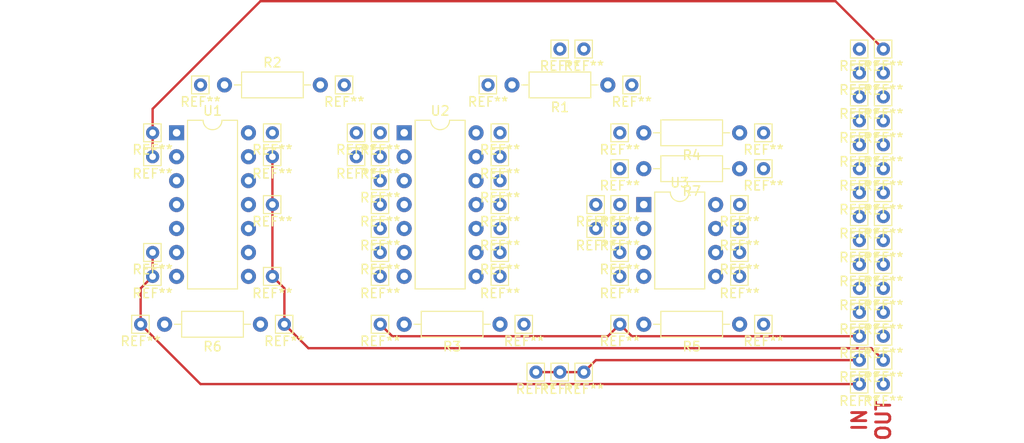
<source format=kicad_pcb>
(kicad_pcb (version 20171130) (host pcbnew "(5.1.12)-1")

  (general
    (thickness 1.6)
    (drawings 2)
    (tracks 26)
    (zones 0)
    (modules 93)
    (nets 26)
  )

  (page A4)
  (layers
    (0 F.Cu signal)
    (31 B.Cu signal)
    (32 B.Adhes user)
    (33 F.Adhes user)
    (34 B.Paste user)
    (35 F.Paste user)
    (36 B.SilkS user)
    (37 F.SilkS user)
    (38 B.Mask user)
    (39 F.Mask user)
    (40 Dwgs.User user)
    (41 Cmts.User user)
    (42 Eco1.User user)
    (43 Eco2.User user)
    (44 Edge.Cuts user)
    (45 Margin user)
    (46 B.CrtYd user)
    (47 F.CrtYd user)
    (48 B.Fab user)
    (49 F.Fab user)
  )

  (setup
    (last_trace_width 0.25)
    (trace_clearance 0.2)
    (zone_clearance 0.508)
    (zone_45_only no)
    (trace_min 0.2)
    (via_size 0.8)
    (via_drill 0.4)
    (via_min_size 0.4)
    (via_min_drill 0.3)
    (uvia_size 0.3)
    (uvia_drill 0.1)
    (uvias_allowed no)
    (uvia_min_size 0.2)
    (uvia_min_drill 0.1)
    (edge_width 0.05)
    (segment_width 0.2)
    (pcb_text_width 0.3)
    (pcb_text_size 1.5 1.5)
    (mod_edge_width 0.12)
    (mod_text_size 1 1)
    (mod_text_width 0.15)
    (pad_size 1.524 1.524)
    (pad_drill 0.762)
    (pad_to_mask_clearance 0)
    (aux_axis_origin 0 0)
    (visible_elements 7FFFFFFF)
    (pcbplotparams
      (layerselection 0x010fc_ffffffff)
      (usegerberextensions false)
      (usegerberattributes true)
      (usegerberadvancedattributes true)
      (creategerberjobfile true)
      (excludeedgelayer true)
      (linewidth 0.100000)
      (plotframeref false)
      (viasonmask false)
      (mode 1)
      (useauxorigin false)
      (hpglpennumber 1)
      (hpglpenspeed 20)
      (hpglpendiameter 15.000000)
      (psnegative false)
      (psa4output false)
      (plotreference true)
      (plotvalue true)
      (plotinvisibletext false)
      (padsonsilk false)
      (subtractmaskfromsilk false)
      (outputformat 1)
      (mirror false)
      (drillshape 1)
      (scaleselection 1)
      (outputdirectory ""))
  )

  (net 0 "")
  (net 1 "Net-(R1-Pad2)")
  (net 2 "Net-(R1-Pad1)")
  (net 3 "Net-(R2-Pad2)")
  (net 4 "Net-(R2-Pad1)")
  (net 5 "Net-(R3-Pad2)")
  (net 6 "Net-(R3-Pad1)")
  (net 7 "Net-(R4-Pad2)")
  (net 8 "Net-(R4-Pad1)")
  (net 9 "Net-(R5-Pad2)")
  (net 10 "Net-(R5-Pad1)")
  (net 11 "Net-(R6-Pad2)")
  (net 12 "Net-(R7-Pad2)")
  (net 13 "Net-(R7-Pad1)")
  (net 14 +5V)
  (net 15 GND)
  (net 16 "Net-(U1-Pad2)")
  (net 17 "Net-(U1-Pad12)")
  (net 18 "Net-(U1-Pad5)")
  (net 19 "Net-(U1-Pad11)")
  (net 20 "Net-(U1-Pad4)")
  (net 21 "Net-(U1-Pad10)")
  (net 22 "Net-(U1-Pad3)")
  (net 23 "Net-(U1-Pad9)")
  (net 24 "Net-(U2-Pad5)")
  (net 25 "Net-(U2-Pad9)")

  (net_class Default "This is the default net class."
    (clearance 0.2)
    (trace_width 0.25)
    (via_dia 0.8)
    (via_drill 0.4)
    (uvia_dia 0.3)
    (uvia_drill 0.1)
    (add_net +5V)
    (add_net GND)
    (add_net "Net-(R1-Pad1)")
    (add_net "Net-(R1-Pad2)")
    (add_net "Net-(R2-Pad1)")
    (add_net "Net-(R2-Pad2)")
    (add_net "Net-(R3-Pad1)")
    (add_net "Net-(R3-Pad2)")
    (add_net "Net-(R4-Pad1)")
    (add_net "Net-(R4-Pad2)")
    (add_net "Net-(R5-Pad1)")
    (add_net "Net-(R5-Pad2)")
    (add_net "Net-(R6-Pad2)")
    (add_net "Net-(R7-Pad1)")
    (add_net "Net-(R7-Pad2)")
    (add_net "Net-(U1-Pad10)")
    (add_net "Net-(U1-Pad11)")
    (add_net "Net-(U1-Pad12)")
    (add_net "Net-(U1-Pad2)")
    (add_net "Net-(U1-Pad3)")
    (add_net "Net-(U1-Pad4)")
    (add_net "Net-(U1-Pad5)")
    (add_net "Net-(U1-Pad9)")
    (add_net "Net-(U2-Pad5)")
    (add_net "Net-(U2-Pad9)")
  )

  (module Connector_Pin:Pin_D0.7mm_L6.5mm_W1.8mm_FlatFork (layer F.Cu) (tedit 5A1DC084) (tstamp 62927F0C)
    (at 138.43 59.69)
    (descr "solder Pin_ with flat fork, hole diameter 0.7mm, length 6.5mm, width 1.8mm")
    (tags "solder Pin_ with flat fork")
    (fp_text reference REF** (at 0 1.8) (layer F.SilkS)
      (effects (font (size 1 1) (thickness 0.15)))
    )
    (fp_text value Pin_D0.7mm_L6.5mm_W1.8mm_FlatFork (at 0 -1.8) (layer F.Fab)
      (effects (font (size 1 1) (thickness 0.15)))
    )
    (fp_line (start -0.95 -0.95) (end -0.95 0.95) (layer F.SilkS) (width 0.12))
    (fp_line (start -0.95 0.95) (end 0.9 0.95) (layer F.SilkS) (width 0.12))
    (fp_line (start 0.9 0.95) (end 0.9 -0.9) (layer F.SilkS) (width 0.12))
    (fp_line (start 0.9 -0.9) (end 0.9 -0.95) (layer F.SilkS) (width 0.12))
    (fp_line (start 0.9 -0.95) (end -0.95 -0.95) (layer F.SilkS) (width 0.12))
    (fp_line (start -0.9 -0.25) (end 0.85 -0.25) (layer F.Fab) (width 0.12))
    (fp_line (start 0.85 -0.25) (end 0.85 0.25) (layer F.Fab) (width 0.12))
    (fp_line (start 0.85 0.25) (end -0.9 0.25) (layer F.Fab) (width 0.12))
    (fp_line (start -0.9 0.25) (end -0.9 -0.25) (layer F.Fab) (width 0.12))
    (fp_line (start -1.4 -1.2) (end 1.35 -1.2) (layer F.CrtYd) (width 0.05))
    (fp_line (start -1.4 -1.2) (end -1.4 1.2) (layer F.CrtYd) (width 0.05))
    (fp_line (start 1.35 1.2) (end 1.35 -1.2) (layer F.CrtYd) (width 0.05))
    (fp_line (start 1.35 1.2) (end -1.4 1.2) (layer F.CrtYd) (width 0.05))
    (fp_text user %R (at 0 1.8) (layer F.Fab)
      (effects (font (size 1 1) (thickness 0.15)))
    )
    (pad 1 thru_hole circle (at 0 0) (size 1.4 1.4) (drill 0.7) (layers *.Cu *.Mask))
    (model ${KISYS3DMOD}/Connector_Pin.3dshapes/Pin_D0.7mm_L6.5mm_W1.8mm_FlatFork.wrl
      (at (xyz 0 0 0))
      (scale (xyz 1 1 1))
      (rotate (xyz 0 0 0))
    )
  )

  (module Connector_Pin:Pin_D0.7mm_L6.5mm_W1.8mm_FlatFork (layer F.Cu) (tedit 5A1DC084) (tstamp 62927F0C)
    (at 138.43 57.15)
    (descr "solder Pin_ with flat fork, hole diameter 0.7mm, length 6.5mm, width 1.8mm")
    (tags "solder Pin_ with flat fork")
    (fp_text reference REF** (at 0 1.8) (layer F.SilkS)
      (effects (font (size 1 1) (thickness 0.15)))
    )
    (fp_text value Pin_D0.7mm_L6.5mm_W1.8mm_FlatFork (at 0 -1.8) (layer F.Fab)
      (effects (font (size 1 1) (thickness 0.15)))
    )
    (fp_line (start -0.95 -0.95) (end -0.95 0.95) (layer F.SilkS) (width 0.12))
    (fp_line (start -0.95 0.95) (end 0.9 0.95) (layer F.SilkS) (width 0.12))
    (fp_line (start 0.9 0.95) (end 0.9 -0.9) (layer F.SilkS) (width 0.12))
    (fp_line (start 0.9 -0.9) (end 0.9 -0.95) (layer F.SilkS) (width 0.12))
    (fp_line (start 0.9 -0.95) (end -0.95 -0.95) (layer F.SilkS) (width 0.12))
    (fp_line (start -0.9 -0.25) (end 0.85 -0.25) (layer F.Fab) (width 0.12))
    (fp_line (start 0.85 -0.25) (end 0.85 0.25) (layer F.Fab) (width 0.12))
    (fp_line (start 0.85 0.25) (end -0.9 0.25) (layer F.Fab) (width 0.12))
    (fp_line (start -0.9 0.25) (end -0.9 -0.25) (layer F.Fab) (width 0.12))
    (fp_line (start -1.4 -1.2) (end 1.35 -1.2) (layer F.CrtYd) (width 0.05))
    (fp_line (start -1.4 -1.2) (end -1.4 1.2) (layer F.CrtYd) (width 0.05))
    (fp_line (start 1.35 1.2) (end 1.35 -1.2) (layer F.CrtYd) (width 0.05))
    (fp_line (start 1.35 1.2) (end -1.4 1.2) (layer F.CrtYd) (width 0.05))
    (fp_text user %R (at 0 1.8) (layer F.Fab)
      (effects (font (size 1 1) (thickness 0.15)))
    )
    (pad 1 thru_hole circle (at 0 0) (size 1.4 1.4) (drill 0.7) (layers *.Cu *.Mask))
    (model ${KISYS3DMOD}/Connector_Pin.3dshapes/Pin_D0.7mm_L6.5mm_W1.8mm_FlatFork.wrl
      (at (xyz 0 0 0))
      (scale (xyz 1 1 1))
      (rotate (xyz 0 0 0))
    )
  )

  (module Connector_Pin:Pin_D0.7mm_L6.5mm_W1.8mm_FlatFork (layer F.Cu) (tedit 5A1DC084) (tstamp 62927F0C)
    (at 163.83 67.31)
    (descr "solder Pin_ with flat fork, hole diameter 0.7mm, length 6.5mm, width 1.8mm")
    (tags "solder Pin_ with flat fork")
    (fp_text reference REF** (at 0 1.8) (layer F.SilkS)
      (effects (font (size 1 1) (thickness 0.15)))
    )
    (fp_text value Pin_D0.7mm_L6.5mm_W1.8mm_FlatFork (at 0 -1.8) (layer F.Fab)
      (effects (font (size 1 1) (thickness 0.15)))
    )
    (fp_line (start -0.95 -0.95) (end -0.95 0.95) (layer F.SilkS) (width 0.12))
    (fp_line (start -0.95 0.95) (end 0.9 0.95) (layer F.SilkS) (width 0.12))
    (fp_line (start 0.9 0.95) (end 0.9 -0.9) (layer F.SilkS) (width 0.12))
    (fp_line (start 0.9 -0.9) (end 0.9 -0.95) (layer F.SilkS) (width 0.12))
    (fp_line (start 0.9 -0.95) (end -0.95 -0.95) (layer F.SilkS) (width 0.12))
    (fp_line (start -0.9 -0.25) (end 0.85 -0.25) (layer F.Fab) (width 0.12))
    (fp_line (start 0.85 -0.25) (end 0.85 0.25) (layer F.Fab) (width 0.12))
    (fp_line (start 0.85 0.25) (end -0.9 0.25) (layer F.Fab) (width 0.12))
    (fp_line (start -0.9 0.25) (end -0.9 -0.25) (layer F.Fab) (width 0.12))
    (fp_line (start -1.4 -1.2) (end 1.35 -1.2) (layer F.CrtYd) (width 0.05))
    (fp_line (start -1.4 -1.2) (end -1.4 1.2) (layer F.CrtYd) (width 0.05))
    (fp_line (start 1.35 1.2) (end 1.35 -1.2) (layer F.CrtYd) (width 0.05))
    (fp_line (start 1.35 1.2) (end -1.4 1.2) (layer F.CrtYd) (width 0.05))
    (fp_text user %R (at 0 1.8) (layer F.Fab)
      (effects (font (size 1 1) (thickness 0.15)))
    )
    (pad 1 thru_hole circle (at 0 0) (size 1.4 1.4) (drill 0.7) (layers *.Cu *.Mask))
    (model ${KISYS3DMOD}/Connector_Pin.3dshapes/Pin_D0.7mm_L6.5mm_W1.8mm_FlatFork.wrl
      (at (xyz 0 0 0))
      (scale (xyz 1 1 1))
      (rotate (xyz 0 0 0))
    )
  )

  (module Connector_Pin:Pin_D0.7mm_L6.5mm_W1.8mm_FlatFork (layer F.Cu) (tedit 5A1DC084) (tstamp 62927F0C)
    (at 163.83 64.77)
    (descr "solder Pin_ with flat fork, hole diameter 0.7mm, length 6.5mm, width 1.8mm")
    (tags "solder Pin_ with flat fork")
    (fp_text reference REF** (at 0 1.8) (layer F.SilkS)
      (effects (font (size 1 1) (thickness 0.15)))
    )
    (fp_text value Pin_D0.7mm_L6.5mm_W1.8mm_FlatFork (at 0 -1.8) (layer F.Fab)
      (effects (font (size 1 1) (thickness 0.15)))
    )
    (fp_line (start -0.95 -0.95) (end -0.95 0.95) (layer F.SilkS) (width 0.12))
    (fp_line (start -0.95 0.95) (end 0.9 0.95) (layer F.SilkS) (width 0.12))
    (fp_line (start 0.9 0.95) (end 0.9 -0.9) (layer F.SilkS) (width 0.12))
    (fp_line (start 0.9 -0.9) (end 0.9 -0.95) (layer F.SilkS) (width 0.12))
    (fp_line (start 0.9 -0.95) (end -0.95 -0.95) (layer F.SilkS) (width 0.12))
    (fp_line (start -0.9 -0.25) (end 0.85 -0.25) (layer F.Fab) (width 0.12))
    (fp_line (start 0.85 -0.25) (end 0.85 0.25) (layer F.Fab) (width 0.12))
    (fp_line (start 0.85 0.25) (end -0.9 0.25) (layer F.Fab) (width 0.12))
    (fp_line (start -0.9 0.25) (end -0.9 -0.25) (layer F.Fab) (width 0.12))
    (fp_line (start -1.4 -1.2) (end 1.35 -1.2) (layer F.CrtYd) (width 0.05))
    (fp_line (start -1.4 -1.2) (end -1.4 1.2) (layer F.CrtYd) (width 0.05))
    (fp_line (start 1.35 1.2) (end 1.35 -1.2) (layer F.CrtYd) (width 0.05))
    (fp_line (start 1.35 1.2) (end -1.4 1.2) (layer F.CrtYd) (width 0.05))
    (fp_text user %R (at 0 1.8) (layer F.Fab)
      (effects (font (size 1 1) (thickness 0.15)))
    )
    (pad 1 thru_hole circle (at 0 0) (size 1.4 1.4) (drill 0.7) (layers *.Cu *.Mask))
    (model ${KISYS3DMOD}/Connector_Pin.3dshapes/Pin_D0.7mm_L6.5mm_W1.8mm_FlatFork.wrl
      (at (xyz 0 0 0))
      (scale (xyz 1 1 1))
      (rotate (xyz 0 0 0))
    )
  )

  (module Connector_Pin:Pin_D0.7mm_L6.5mm_W1.8mm_FlatFork (layer F.Cu) (tedit 5A1DC084) (tstamp 6291B36B)
    (at 191.77 83.82)
    (descr "solder Pin_ with flat fork, hole diameter 0.7mm, length 6.5mm, width 1.8mm")
    (tags "solder Pin_ with flat fork")
    (fp_text reference REF** (at 0 1.8) (layer F.SilkS)
      (effects (font (size 1 1) (thickness 0.15)))
    )
    (fp_text value Pin_D0.7mm_L6.5mm_W1.8mm_FlatFork (at 0 -1.8) (layer F.Fab)
      (effects (font (size 1 1) (thickness 0.15)))
    )
    (fp_line (start -0.95 -0.95) (end -0.95 0.95) (layer F.SilkS) (width 0.12))
    (fp_line (start -0.95 0.95) (end 0.9 0.95) (layer F.SilkS) (width 0.12))
    (fp_line (start 0.9 0.95) (end 0.9 -0.9) (layer F.SilkS) (width 0.12))
    (fp_line (start 0.9 -0.9) (end 0.9 -0.95) (layer F.SilkS) (width 0.12))
    (fp_line (start 0.9 -0.95) (end -0.95 -0.95) (layer F.SilkS) (width 0.12))
    (fp_line (start -0.9 -0.25) (end 0.85 -0.25) (layer F.Fab) (width 0.12))
    (fp_line (start 0.85 -0.25) (end 0.85 0.25) (layer F.Fab) (width 0.12))
    (fp_line (start 0.85 0.25) (end -0.9 0.25) (layer F.Fab) (width 0.12))
    (fp_line (start -0.9 0.25) (end -0.9 -0.25) (layer F.Fab) (width 0.12))
    (fp_line (start -1.4 -1.2) (end 1.35 -1.2) (layer F.CrtYd) (width 0.05))
    (fp_line (start -1.4 -1.2) (end -1.4 1.2) (layer F.CrtYd) (width 0.05))
    (fp_line (start 1.35 1.2) (end 1.35 -1.2) (layer F.CrtYd) (width 0.05))
    (fp_line (start 1.35 1.2) (end -1.4 1.2) (layer F.CrtYd) (width 0.05))
    (fp_text user %R (at 0 1.8) (layer F.Fab)
      (effects (font (size 1 1) (thickness 0.15)))
    )
    (pad 1 thru_hole circle (at 0 0) (size 1.4 1.4) (drill 0.7) (layers *.Cu *.Mask))
    (model ${KISYS3DMOD}/Connector_Pin.3dshapes/Pin_D0.7mm_L6.5mm_W1.8mm_FlatFork.wrl
      (at (xyz 0 0 0))
      (scale (xyz 1 1 1))
      (rotate (xyz 0 0 0))
    )
  )

  (module Connector_Pin:Pin_D0.7mm_L6.5mm_W1.8mm_FlatFork (layer F.Cu) (tedit 5A1DC084) (tstamp 6291B359)
    (at 194.31 83.82)
    (descr "solder Pin_ with flat fork, hole diameter 0.7mm, length 6.5mm, width 1.8mm")
    (tags "solder Pin_ with flat fork")
    (fp_text reference REF** (at 0 1.8) (layer F.SilkS)
      (effects (font (size 1 1) (thickness 0.15)))
    )
    (fp_text value Pin_D0.7mm_L6.5mm_W1.8mm_FlatFork (at 0 -1.8) (layer F.Fab)
      (effects (font (size 1 1) (thickness 0.15)))
    )
    (fp_line (start -0.95 -0.95) (end -0.95 0.95) (layer F.SilkS) (width 0.12))
    (fp_line (start -0.95 0.95) (end 0.9 0.95) (layer F.SilkS) (width 0.12))
    (fp_line (start 0.9 0.95) (end 0.9 -0.9) (layer F.SilkS) (width 0.12))
    (fp_line (start 0.9 -0.9) (end 0.9 -0.95) (layer F.SilkS) (width 0.12))
    (fp_line (start 0.9 -0.95) (end -0.95 -0.95) (layer F.SilkS) (width 0.12))
    (fp_line (start -0.9 -0.25) (end 0.85 -0.25) (layer F.Fab) (width 0.12))
    (fp_line (start 0.85 -0.25) (end 0.85 0.25) (layer F.Fab) (width 0.12))
    (fp_line (start 0.85 0.25) (end -0.9 0.25) (layer F.Fab) (width 0.12))
    (fp_line (start -0.9 0.25) (end -0.9 -0.25) (layer F.Fab) (width 0.12))
    (fp_line (start -1.4 -1.2) (end 1.35 -1.2) (layer F.CrtYd) (width 0.05))
    (fp_line (start -1.4 -1.2) (end -1.4 1.2) (layer F.CrtYd) (width 0.05))
    (fp_line (start 1.35 1.2) (end 1.35 -1.2) (layer F.CrtYd) (width 0.05))
    (fp_line (start 1.35 1.2) (end -1.4 1.2) (layer F.CrtYd) (width 0.05))
    (fp_text user %R (at 0 1.8) (layer F.Fab)
      (effects (font (size 1 1) (thickness 0.15)))
    )
    (pad 1 thru_hole circle (at 0 0) (size 1.4 1.4) (drill 0.7) (layers *.Cu *.Mask))
    (model ${KISYS3DMOD}/Connector_Pin.3dshapes/Pin_D0.7mm_L6.5mm_W1.8mm_FlatFork.wrl
      (at (xyz 0 0 0))
      (scale (xyz 1 1 1))
      (rotate (xyz 0 0 0))
    )
  )

  (module Connector_Pin:Pin_D0.7mm_L6.5mm_W1.8mm_FlatFork (layer F.Cu) (tedit 5A1DC084) (tstamp 6291B36B)
    (at 191.77 81.28)
    (descr "solder Pin_ with flat fork, hole diameter 0.7mm, length 6.5mm, width 1.8mm")
    (tags "solder Pin_ with flat fork")
    (fp_text reference REF** (at 0 1.8) (layer F.SilkS)
      (effects (font (size 1 1) (thickness 0.15)))
    )
    (fp_text value Pin_D0.7mm_L6.5mm_W1.8mm_FlatFork (at 0 -1.8) (layer F.Fab)
      (effects (font (size 1 1) (thickness 0.15)))
    )
    (fp_line (start -0.95 -0.95) (end -0.95 0.95) (layer F.SilkS) (width 0.12))
    (fp_line (start -0.95 0.95) (end 0.9 0.95) (layer F.SilkS) (width 0.12))
    (fp_line (start 0.9 0.95) (end 0.9 -0.9) (layer F.SilkS) (width 0.12))
    (fp_line (start 0.9 -0.9) (end 0.9 -0.95) (layer F.SilkS) (width 0.12))
    (fp_line (start 0.9 -0.95) (end -0.95 -0.95) (layer F.SilkS) (width 0.12))
    (fp_line (start -0.9 -0.25) (end 0.85 -0.25) (layer F.Fab) (width 0.12))
    (fp_line (start 0.85 -0.25) (end 0.85 0.25) (layer F.Fab) (width 0.12))
    (fp_line (start 0.85 0.25) (end -0.9 0.25) (layer F.Fab) (width 0.12))
    (fp_line (start -0.9 0.25) (end -0.9 -0.25) (layer F.Fab) (width 0.12))
    (fp_line (start -1.4 -1.2) (end 1.35 -1.2) (layer F.CrtYd) (width 0.05))
    (fp_line (start -1.4 -1.2) (end -1.4 1.2) (layer F.CrtYd) (width 0.05))
    (fp_line (start 1.35 1.2) (end 1.35 -1.2) (layer F.CrtYd) (width 0.05))
    (fp_line (start 1.35 1.2) (end -1.4 1.2) (layer F.CrtYd) (width 0.05))
    (fp_text user %R (at 0 1.8) (layer F.Fab)
      (effects (font (size 1 1) (thickness 0.15)))
    )
    (pad 1 thru_hole circle (at 0 0) (size 1.4 1.4) (drill 0.7) (layers *.Cu *.Mask))
    (model ${KISYS3DMOD}/Connector_Pin.3dshapes/Pin_D0.7mm_L6.5mm_W1.8mm_FlatFork.wrl
      (at (xyz 0 0 0))
      (scale (xyz 1 1 1))
      (rotate (xyz 0 0 0))
    )
  )

  (module Connector_Pin:Pin_D0.7mm_L6.5mm_W1.8mm_FlatFork (layer F.Cu) (tedit 5A1DC084) (tstamp 6291B359)
    (at 194.31 81.28)
    (descr "solder Pin_ with flat fork, hole diameter 0.7mm, length 6.5mm, width 1.8mm")
    (tags "solder Pin_ with flat fork")
    (fp_text reference REF** (at 0 1.8) (layer F.SilkS)
      (effects (font (size 1 1) (thickness 0.15)))
    )
    (fp_text value Pin_D0.7mm_L6.5mm_W1.8mm_FlatFork (at 0 -1.8) (layer F.Fab)
      (effects (font (size 1 1) (thickness 0.15)))
    )
    (fp_line (start -0.95 -0.95) (end -0.95 0.95) (layer F.SilkS) (width 0.12))
    (fp_line (start -0.95 0.95) (end 0.9 0.95) (layer F.SilkS) (width 0.12))
    (fp_line (start 0.9 0.95) (end 0.9 -0.9) (layer F.SilkS) (width 0.12))
    (fp_line (start 0.9 -0.9) (end 0.9 -0.95) (layer F.SilkS) (width 0.12))
    (fp_line (start 0.9 -0.95) (end -0.95 -0.95) (layer F.SilkS) (width 0.12))
    (fp_line (start -0.9 -0.25) (end 0.85 -0.25) (layer F.Fab) (width 0.12))
    (fp_line (start 0.85 -0.25) (end 0.85 0.25) (layer F.Fab) (width 0.12))
    (fp_line (start 0.85 0.25) (end -0.9 0.25) (layer F.Fab) (width 0.12))
    (fp_line (start -0.9 0.25) (end -0.9 -0.25) (layer F.Fab) (width 0.12))
    (fp_line (start -1.4 -1.2) (end 1.35 -1.2) (layer F.CrtYd) (width 0.05))
    (fp_line (start -1.4 -1.2) (end -1.4 1.2) (layer F.CrtYd) (width 0.05))
    (fp_line (start 1.35 1.2) (end 1.35 -1.2) (layer F.CrtYd) (width 0.05))
    (fp_line (start 1.35 1.2) (end -1.4 1.2) (layer F.CrtYd) (width 0.05))
    (fp_text user %R (at 0 1.8) (layer F.Fab)
      (effects (font (size 1 1) (thickness 0.15)))
    )
    (pad 1 thru_hole circle (at 0 0) (size 1.4 1.4) (drill 0.7) (layers *.Cu *.Mask))
    (model ${KISYS3DMOD}/Connector_Pin.3dshapes/Pin_D0.7mm_L6.5mm_W1.8mm_FlatFork.wrl
      (at (xyz 0 0 0))
      (scale (xyz 1 1 1))
      (rotate (xyz 0 0 0))
    )
  )

  (module Connector_Pin:Pin_D0.7mm_L6.5mm_W1.8mm_FlatFork (layer F.Cu) (tedit 5A1DC084) (tstamp 6291B36B)
    (at 191.77 78.74)
    (descr "solder Pin_ with flat fork, hole diameter 0.7mm, length 6.5mm, width 1.8mm")
    (tags "solder Pin_ with flat fork")
    (fp_text reference REF** (at 0 1.8) (layer F.SilkS)
      (effects (font (size 1 1) (thickness 0.15)))
    )
    (fp_text value Pin_D0.7mm_L6.5mm_W1.8mm_FlatFork (at 0 -1.8) (layer F.Fab)
      (effects (font (size 1 1) (thickness 0.15)))
    )
    (fp_line (start -0.95 -0.95) (end -0.95 0.95) (layer F.SilkS) (width 0.12))
    (fp_line (start -0.95 0.95) (end 0.9 0.95) (layer F.SilkS) (width 0.12))
    (fp_line (start 0.9 0.95) (end 0.9 -0.9) (layer F.SilkS) (width 0.12))
    (fp_line (start 0.9 -0.9) (end 0.9 -0.95) (layer F.SilkS) (width 0.12))
    (fp_line (start 0.9 -0.95) (end -0.95 -0.95) (layer F.SilkS) (width 0.12))
    (fp_line (start -0.9 -0.25) (end 0.85 -0.25) (layer F.Fab) (width 0.12))
    (fp_line (start 0.85 -0.25) (end 0.85 0.25) (layer F.Fab) (width 0.12))
    (fp_line (start 0.85 0.25) (end -0.9 0.25) (layer F.Fab) (width 0.12))
    (fp_line (start -0.9 0.25) (end -0.9 -0.25) (layer F.Fab) (width 0.12))
    (fp_line (start -1.4 -1.2) (end 1.35 -1.2) (layer F.CrtYd) (width 0.05))
    (fp_line (start -1.4 -1.2) (end -1.4 1.2) (layer F.CrtYd) (width 0.05))
    (fp_line (start 1.35 1.2) (end 1.35 -1.2) (layer F.CrtYd) (width 0.05))
    (fp_line (start 1.35 1.2) (end -1.4 1.2) (layer F.CrtYd) (width 0.05))
    (fp_text user %R (at 0 1.8) (layer F.Fab)
      (effects (font (size 1 1) (thickness 0.15)))
    )
    (pad 1 thru_hole circle (at 0 0) (size 1.4 1.4) (drill 0.7) (layers *.Cu *.Mask))
    (model ${KISYS3DMOD}/Connector_Pin.3dshapes/Pin_D0.7mm_L6.5mm_W1.8mm_FlatFork.wrl
      (at (xyz 0 0 0))
      (scale (xyz 1 1 1))
      (rotate (xyz 0 0 0))
    )
  )

  (module Connector_Pin:Pin_D0.7mm_L6.5mm_W1.8mm_FlatFork (layer F.Cu) (tedit 5A1DC084) (tstamp 6291B359)
    (at 194.31 78.74)
    (descr "solder Pin_ with flat fork, hole diameter 0.7mm, length 6.5mm, width 1.8mm")
    (tags "solder Pin_ with flat fork")
    (fp_text reference REF** (at 0 1.8) (layer F.SilkS)
      (effects (font (size 1 1) (thickness 0.15)))
    )
    (fp_text value Pin_D0.7mm_L6.5mm_W1.8mm_FlatFork (at 0 -1.8) (layer F.Fab)
      (effects (font (size 1 1) (thickness 0.15)))
    )
    (fp_line (start -0.95 -0.95) (end -0.95 0.95) (layer F.SilkS) (width 0.12))
    (fp_line (start -0.95 0.95) (end 0.9 0.95) (layer F.SilkS) (width 0.12))
    (fp_line (start 0.9 0.95) (end 0.9 -0.9) (layer F.SilkS) (width 0.12))
    (fp_line (start 0.9 -0.9) (end 0.9 -0.95) (layer F.SilkS) (width 0.12))
    (fp_line (start 0.9 -0.95) (end -0.95 -0.95) (layer F.SilkS) (width 0.12))
    (fp_line (start -0.9 -0.25) (end 0.85 -0.25) (layer F.Fab) (width 0.12))
    (fp_line (start 0.85 -0.25) (end 0.85 0.25) (layer F.Fab) (width 0.12))
    (fp_line (start 0.85 0.25) (end -0.9 0.25) (layer F.Fab) (width 0.12))
    (fp_line (start -0.9 0.25) (end -0.9 -0.25) (layer F.Fab) (width 0.12))
    (fp_line (start -1.4 -1.2) (end 1.35 -1.2) (layer F.CrtYd) (width 0.05))
    (fp_line (start -1.4 -1.2) (end -1.4 1.2) (layer F.CrtYd) (width 0.05))
    (fp_line (start 1.35 1.2) (end 1.35 -1.2) (layer F.CrtYd) (width 0.05))
    (fp_line (start 1.35 1.2) (end -1.4 1.2) (layer F.CrtYd) (width 0.05))
    (fp_text user %R (at 0 1.8) (layer F.Fab)
      (effects (font (size 1 1) (thickness 0.15)))
    )
    (pad 1 thru_hole circle (at 0 0) (size 1.4 1.4) (drill 0.7) (layers *.Cu *.Mask))
    (model ${KISYS3DMOD}/Connector_Pin.3dshapes/Pin_D0.7mm_L6.5mm_W1.8mm_FlatFork.wrl
      (at (xyz 0 0 0))
      (scale (xyz 1 1 1))
      (rotate (xyz 0 0 0))
    )
  )

  (module Connector_Pin:Pin_D0.7mm_L6.5mm_W1.8mm_FlatFork (layer F.Cu) (tedit 5A1DC084) (tstamp 6291B36B)
    (at 191.77 76.2)
    (descr "solder Pin_ with flat fork, hole diameter 0.7mm, length 6.5mm, width 1.8mm")
    (tags "solder Pin_ with flat fork")
    (fp_text reference REF** (at 0 1.8) (layer F.SilkS)
      (effects (font (size 1 1) (thickness 0.15)))
    )
    (fp_text value Pin_D0.7mm_L6.5mm_W1.8mm_FlatFork (at 0 -1.8) (layer F.Fab)
      (effects (font (size 1 1) (thickness 0.15)))
    )
    (fp_line (start -0.95 -0.95) (end -0.95 0.95) (layer F.SilkS) (width 0.12))
    (fp_line (start -0.95 0.95) (end 0.9 0.95) (layer F.SilkS) (width 0.12))
    (fp_line (start 0.9 0.95) (end 0.9 -0.9) (layer F.SilkS) (width 0.12))
    (fp_line (start 0.9 -0.9) (end 0.9 -0.95) (layer F.SilkS) (width 0.12))
    (fp_line (start 0.9 -0.95) (end -0.95 -0.95) (layer F.SilkS) (width 0.12))
    (fp_line (start -0.9 -0.25) (end 0.85 -0.25) (layer F.Fab) (width 0.12))
    (fp_line (start 0.85 -0.25) (end 0.85 0.25) (layer F.Fab) (width 0.12))
    (fp_line (start 0.85 0.25) (end -0.9 0.25) (layer F.Fab) (width 0.12))
    (fp_line (start -0.9 0.25) (end -0.9 -0.25) (layer F.Fab) (width 0.12))
    (fp_line (start -1.4 -1.2) (end 1.35 -1.2) (layer F.CrtYd) (width 0.05))
    (fp_line (start -1.4 -1.2) (end -1.4 1.2) (layer F.CrtYd) (width 0.05))
    (fp_line (start 1.35 1.2) (end 1.35 -1.2) (layer F.CrtYd) (width 0.05))
    (fp_line (start 1.35 1.2) (end -1.4 1.2) (layer F.CrtYd) (width 0.05))
    (fp_text user %R (at 0 1.8) (layer F.Fab)
      (effects (font (size 1 1) (thickness 0.15)))
    )
    (pad 1 thru_hole circle (at 0 0) (size 1.4 1.4) (drill 0.7) (layers *.Cu *.Mask))
    (model ${KISYS3DMOD}/Connector_Pin.3dshapes/Pin_D0.7mm_L6.5mm_W1.8mm_FlatFork.wrl
      (at (xyz 0 0 0))
      (scale (xyz 1 1 1))
      (rotate (xyz 0 0 0))
    )
  )

  (module Connector_Pin:Pin_D0.7mm_L6.5mm_W1.8mm_FlatFork (layer F.Cu) (tedit 5A1DC084) (tstamp 6291B359)
    (at 194.31 76.2)
    (descr "solder Pin_ with flat fork, hole diameter 0.7mm, length 6.5mm, width 1.8mm")
    (tags "solder Pin_ with flat fork")
    (fp_text reference REF** (at 0 1.8) (layer F.SilkS)
      (effects (font (size 1 1) (thickness 0.15)))
    )
    (fp_text value Pin_D0.7mm_L6.5mm_W1.8mm_FlatFork (at 0 -1.8) (layer F.Fab)
      (effects (font (size 1 1) (thickness 0.15)))
    )
    (fp_line (start -0.95 -0.95) (end -0.95 0.95) (layer F.SilkS) (width 0.12))
    (fp_line (start -0.95 0.95) (end 0.9 0.95) (layer F.SilkS) (width 0.12))
    (fp_line (start 0.9 0.95) (end 0.9 -0.9) (layer F.SilkS) (width 0.12))
    (fp_line (start 0.9 -0.9) (end 0.9 -0.95) (layer F.SilkS) (width 0.12))
    (fp_line (start 0.9 -0.95) (end -0.95 -0.95) (layer F.SilkS) (width 0.12))
    (fp_line (start -0.9 -0.25) (end 0.85 -0.25) (layer F.Fab) (width 0.12))
    (fp_line (start 0.85 -0.25) (end 0.85 0.25) (layer F.Fab) (width 0.12))
    (fp_line (start 0.85 0.25) (end -0.9 0.25) (layer F.Fab) (width 0.12))
    (fp_line (start -0.9 0.25) (end -0.9 -0.25) (layer F.Fab) (width 0.12))
    (fp_line (start -1.4 -1.2) (end 1.35 -1.2) (layer F.CrtYd) (width 0.05))
    (fp_line (start -1.4 -1.2) (end -1.4 1.2) (layer F.CrtYd) (width 0.05))
    (fp_line (start 1.35 1.2) (end 1.35 -1.2) (layer F.CrtYd) (width 0.05))
    (fp_line (start 1.35 1.2) (end -1.4 1.2) (layer F.CrtYd) (width 0.05))
    (fp_text user %R (at 0 1.8) (layer F.Fab)
      (effects (font (size 1 1) (thickness 0.15)))
    )
    (pad 1 thru_hole circle (at 0 0) (size 1.4 1.4) (drill 0.7) (layers *.Cu *.Mask))
    (model ${KISYS3DMOD}/Connector_Pin.3dshapes/Pin_D0.7mm_L6.5mm_W1.8mm_FlatFork.wrl
      (at (xyz 0 0 0))
      (scale (xyz 1 1 1))
      (rotate (xyz 0 0 0))
    )
  )

  (module Connector_Pin:Pin_D0.7mm_L6.5mm_W1.8mm_FlatFork (layer F.Cu) (tedit 5A1DC084) (tstamp 6291B36B)
    (at 191.77 73.66)
    (descr "solder Pin_ with flat fork, hole diameter 0.7mm, length 6.5mm, width 1.8mm")
    (tags "solder Pin_ with flat fork")
    (fp_text reference REF** (at 0 1.8) (layer F.SilkS)
      (effects (font (size 1 1) (thickness 0.15)))
    )
    (fp_text value Pin_D0.7mm_L6.5mm_W1.8mm_FlatFork (at 0 -1.8) (layer F.Fab)
      (effects (font (size 1 1) (thickness 0.15)))
    )
    (fp_line (start -0.95 -0.95) (end -0.95 0.95) (layer F.SilkS) (width 0.12))
    (fp_line (start -0.95 0.95) (end 0.9 0.95) (layer F.SilkS) (width 0.12))
    (fp_line (start 0.9 0.95) (end 0.9 -0.9) (layer F.SilkS) (width 0.12))
    (fp_line (start 0.9 -0.9) (end 0.9 -0.95) (layer F.SilkS) (width 0.12))
    (fp_line (start 0.9 -0.95) (end -0.95 -0.95) (layer F.SilkS) (width 0.12))
    (fp_line (start -0.9 -0.25) (end 0.85 -0.25) (layer F.Fab) (width 0.12))
    (fp_line (start 0.85 -0.25) (end 0.85 0.25) (layer F.Fab) (width 0.12))
    (fp_line (start 0.85 0.25) (end -0.9 0.25) (layer F.Fab) (width 0.12))
    (fp_line (start -0.9 0.25) (end -0.9 -0.25) (layer F.Fab) (width 0.12))
    (fp_line (start -1.4 -1.2) (end 1.35 -1.2) (layer F.CrtYd) (width 0.05))
    (fp_line (start -1.4 -1.2) (end -1.4 1.2) (layer F.CrtYd) (width 0.05))
    (fp_line (start 1.35 1.2) (end 1.35 -1.2) (layer F.CrtYd) (width 0.05))
    (fp_line (start 1.35 1.2) (end -1.4 1.2) (layer F.CrtYd) (width 0.05))
    (fp_text user %R (at 0 1.8) (layer F.Fab)
      (effects (font (size 1 1) (thickness 0.15)))
    )
    (pad 1 thru_hole circle (at 0 0) (size 1.4 1.4) (drill 0.7) (layers *.Cu *.Mask))
    (model ${KISYS3DMOD}/Connector_Pin.3dshapes/Pin_D0.7mm_L6.5mm_W1.8mm_FlatFork.wrl
      (at (xyz 0 0 0))
      (scale (xyz 1 1 1))
      (rotate (xyz 0 0 0))
    )
  )

  (module Connector_Pin:Pin_D0.7mm_L6.5mm_W1.8mm_FlatFork (layer F.Cu) (tedit 5A1DC084) (tstamp 6291B359)
    (at 194.31 73.66)
    (descr "solder Pin_ with flat fork, hole diameter 0.7mm, length 6.5mm, width 1.8mm")
    (tags "solder Pin_ with flat fork")
    (fp_text reference REF** (at 0 1.8) (layer F.SilkS)
      (effects (font (size 1 1) (thickness 0.15)))
    )
    (fp_text value Pin_D0.7mm_L6.5mm_W1.8mm_FlatFork (at 0 -1.8) (layer F.Fab)
      (effects (font (size 1 1) (thickness 0.15)))
    )
    (fp_line (start -0.95 -0.95) (end -0.95 0.95) (layer F.SilkS) (width 0.12))
    (fp_line (start -0.95 0.95) (end 0.9 0.95) (layer F.SilkS) (width 0.12))
    (fp_line (start 0.9 0.95) (end 0.9 -0.9) (layer F.SilkS) (width 0.12))
    (fp_line (start 0.9 -0.9) (end 0.9 -0.95) (layer F.SilkS) (width 0.12))
    (fp_line (start 0.9 -0.95) (end -0.95 -0.95) (layer F.SilkS) (width 0.12))
    (fp_line (start -0.9 -0.25) (end 0.85 -0.25) (layer F.Fab) (width 0.12))
    (fp_line (start 0.85 -0.25) (end 0.85 0.25) (layer F.Fab) (width 0.12))
    (fp_line (start 0.85 0.25) (end -0.9 0.25) (layer F.Fab) (width 0.12))
    (fp_line (start -0.9 0.25) (end -0.9 -0.25) (layer F.Fab) (width 0.12))
    (fp_line (start -1.4 -1.2) (end 1.35 -1.2) (layer F.CrtYd) (width 0.05))
    (fp_line (start -1.4 -1.2) (end -1.4 1.2) (layer F.CrtYd) (width 0.05))
    (fp_line (start 1.35 1.2) (end 1.35 -1.2) (layer F.CrtYd) (width 0.05))
    (fp_line (start 1.35 1.2) (end -1.4 1.2) (layer F.CrtYd) (width 0.05))
    (fp_text user %R (at 0 1.8) (layer F.Fab)
      (effects (font (size 1 1) (thickness 0.15)))
    )
    (pad 1 thru_hole circle (at 0 0) (size 1.4 1.4) (drill 0.7) (layers *.Cu *.Mask))
    (model ${KISYS3DMOD}/Connector_Pin.3dshapes/Pin_D0.7mm_L6.5mm_W1.8mm_FlatFork.wrl
      (at (xyz 0 0 0))
      (scale (xyz 1 1 1))
      (rotate (xyz 0 0 0))
    )
  )

  (module Connector_Pin:Pin_D0.7mm_L6.5mm_W1.8mm_FlatFork (layer F.Cu) (tedit 5A1DC084) (tstamp 6291B36B)
    (at 191.77 71.12)
    (descr "solder Pin_ with flat fork, hole diameter 0.7mm, length 6.5mm, width 1.8mm")
    (tags "solder Pin_ with flat fork")
    (fp_text reference REF** (at 0 1.8) (layer F.SilkS)
      (effects (font (size 1 1) (thickness 0.15)))
    )
    (fp_text value Pin_D0.7mm_L6.5mm_W1.8mm_FlatFork (at 0 -1.8) (layer F.Fab)
      (effects (font (size 1 1) (thickness 0.15)))
    )
    (fp_line (start -0.95 -0.95) (end -0.95 0.95) (layer F.SilkS) (width 0.12))
    (fp_line (start -0.95 0.95) (end 0.9 0.95) (layer F.SilkS) (width 0.12))
    (fp_line (start 0.9 0.95) (end 0.9 -0.9) (layer F.SilkS) (width 0.12))
    (fp_line (start 0.9 -0.9) (end 0.9 -0.95) (layer F.SilkS) (width 0.12))
    (fp_line (start 0.9 -0.95) (end -0.95 -0.95) (layer F.SilkS) (width 0.12))
    (fp_line (start -0.9 -0.25) (end 0.85 -0.25) (layer F.Fab) (width 0.12))
    (fp_line (start 0.85 -0.25) (end 0.85 0.25) (layer F.Fab) (width 0.12))
    (fp_line (start 0.85 0.25) (end -0.9 0.25) (layer F.Fab) (width 0.12))
    (fp_line (start -0.9 0.25) (end -0.9 -0.25) (layer F.Fab) (width 0.12))
    (fp_line (start -1.4 -1.2) (end 1.35 -1.2) (layer F.CrtYd) (width 0.05))
    (fp_line (start -1.4 -1.2) (end -1.4 1.2) (layer F.CrtYd) (width 0.05))
    (fp_line (start 1.35 1.2) (end 1.35 -1.2) (layer F.CrtYd) (width 0.05))
    (fp_line (start 1.35 1.2) (end -1.4 1.2) (layer F.CrtYd) (width 0.05))
    (fp_text user %R (at 0 1.8) (layer F.Fab)
      (effects (font (size 1 1) (thickness 0.15)))
    )
    (pad 1 thru_hole circle (at 0 0) (size 1.4 1.4) (drill 0.7) (layers *.Cu *.Mask))
    (model ${KISYS3DMOD}/Connector_Pin.3dshapes/Pin_D0.7mm_L6.5mm_W1.8mm_FlatFork.wrl
      (at (xyz 0 0 0))
      (scale (xyz 1 1 1))
      (rotate (xyz 0 0 0))
    )
  )

  (module Connector_Pin:Pin_D0.7mm_L6.5mm_W1.8mm_FlatFork (layer F.Cu) (tedit 5A1DC084) (tstamp 6291B359)
    (at 194.31 71.12)
    (descr "solder Pin_ with flat fork, hole diameter 0.7mm, length 6.5mm, width 1.8mm")
    (tags "solder Pin_ with flat fork")
    (fp_text reference REF** (at 0 1.8) (layer F.SilkS)
      (effects (font (size 1 1) (thickness 0.15)))
    )
    (fp_text value Pin_D0.7mm_L6.5mm_W1.8mm_FlatFork (at 0 -1.8) (layer F.Fab)
      (effects (font (size 1 1) (thickness 0.15)))
    )
    (fp_line (start -0.95 -0.95) (end -0.95 0.95) (layer F.SilkS) (width 0.12))
    (fp_line (start -0.95 0.95) (end 0.9 0.95) (layer F.SilkS) (width 0.12))
    (fp_line (start 0.9 0.95) (end 0.9 -0.9) (layer F.SilkS) (width 0.12))
    (fp_line (start 0.9 -0.9) (end 0.9 -0.95) (layer F.SilkS) (width 0.12))
    (fp_line (start 0.9 -0.95) (end -0.95 -0.95) (layer F.SilkS) (width 0.12))
    (fp_line (start -0.9 -0.25) (end 0.85 -0.25) (layer F.Fab) (width 0.12))
    (fp_line (start 0.85 -0.25) (end 0.85 0.25) (layer F.Fab) (width 0.12))
    (fp_line (start 0.85 0.25) (end -0.9 0.25) (layer F.Fab) (width 0.12))
    (fp_line (start -0.9 0.25) (end -0.9 -0.25) (layer F.Fab) (width 0.12))
    (fp_line (start -1.4 -1.2) (end 1.35 -1.2) (layer F.CrtYd) (width 0.05))
    (fp_line (start -1.4 -1.2) (end -1.4 1.2) (layer F.CrtYd) (width 0.05))
    (fp_line (start 1.35 1.2) (end 1.35 -1.2) (layer F.CrtYd) (width 0.05))
    (fp_line (start 1.35 1.2) (end -1.4 1.2) (layer F.CrtYd) (width 0.05))
    (fp_text user %R (at 0 1.8) (layer F.Fab)
      (effects (font (size 1 1) (thickness 0.15)))
    )
    (pad 1 thru_hole circle (at 0 0) (size 1.4 1.4) (drill 0.7) (layers *.Cu *.Mask))
    (model ${KISYS3DMOD}/Connector_Pin.3dshapes/Pin_D0.7mm_L6.5mm_W1.8mm_FlatFork.wrl
      (at (xyz 0 0 0))
      (scale (xyz 1 1 1))
      (rotate (xyz 0 0 0))
    )
  )

  (module Connector_Pin:Pin_D0.7mm_L6.5mm_W1.8mm_FlatFork (layer F.Cu) (tedit 5A1DC084) (tstamp 6291B36B)
    (at 191.77 68.58)
    (descr "solder Pin_ with flat fork, hole diameter 0.7mm, length 6.5mm, width 1.8mm")
    (tags "solder Pin_ with flat fork")
    (fp_text reference REF** (at 0 1.8) (layer F.SilkS)
      (effects (font (size 1 1) (thickness 0.15)))
    )
    (fp_text value Pin_D0.7mm_L6.5mm_W1.8mm_FlatFork (at 0 -1.8) (layer F.Fab)
      (effects (font (size 1 1) (thickness 0.15)))
    )
    (fp_line (start -0.95 -0.95) (end -0.95 0.95) (layer F.SilkS) (width 0.12))
    (fp_line (start -0.95 0.95) (end 0.9 0.95) (layer F.SilkS) (width 0.12))
    (fp_line (start 0.9 0.95) (end 0.9 -0.9) (layer F.SilkS) (width 0.12))
    (fp_line (start 0.9 -0.9) (end 0.9 -0.95) (layer F.SilkS) (width 0.12))
    (fp_line (start 0.9 -0.95) (end -0.95 -0.95) (layer F.SilkS) (width 0.12))
    (fp_line (start -0.9 -0.25) (end 0.85 -0.25) (layer F.Fab) (width 0.12))
    (fp_line (start 0.85 -0.25) (end 0.85 0.25) (layer F.Fab) (width 0.12))
    (fp_line (start 0.85 0.25) (end -0.9 0.25) (layer F.Fab) (width 0.12))
    (fp_line (start -0.9 0.25) (end -0.9 -0.25) (layer F.Fab) (width 0.12))
    (fp_line (start -1.4 -1.2) (end 1.35 -1.2) (layer F.CrtYd) (width 0.05))
    (fp_line (start -1.4 -1.2) (end -1.4 1.2) (layer F.CrtYd) (width 0.05))
    (fp_line (start 1.35 1.2) (end 1.35 -1.2) (layer F.CrtYd) (width 0.05))
    (fp_line (start 1.35 1.2) (end -1.4 1.2) (layer F.CrtYd) (width 0.05))
    (fp_text user %R (at 0 1.8) (layer F.Fab)
      (effects (font (size 1 1) (thickness 0.15)))
    )
    (pad 1 thru_hole circle (at 0 0) (size 1.4 1.4) (drill 0.7) (layers *.Cu *.Mask))
    (model ${KISYS3DMOD}/Connector_Pin.3dshapes/Pin_D0.7mm_L6.5mm_W1.8mm_FlatFork.wrl
      (at (xyz 0 0 0))
      (scale (xyz 1 1 1))
      (rotate (xyz 0 0 0))
    )
  )

  (module Connector_Pin:Pin_D0.7mm_L6.5mm_W1.8mm_FlatFork (layer F.Cu) (tedit 5A1DC084) (tstamp 6291B359)
    (at 194.31 68.58)
    (descr "solder Pin_ with flat fork, hole diameter 0.7mm, length 6.5mm, width 1.8mm")
    (tags "solder Pin_ with flat fork")
    (fp_text reference REF** (at 0 1.8) (layer F.SilkS)
      (effects (font (size 1 1) (thickness 0.15)))
    )
    (fp_text value Pin_D0.7mm_L6.5mm_W1.8mm_FlatFork (at 0 -1.8) (layer F.Fab)
      (effects (font (size 1 1) (thickness 0.15)))
    )
    (fp_line (start -0.95 -0.95) (end -0.95 0.95) (layer F.SilkS) (width 0.12))
    (fp_line (start -0.95 0.95) (end 0.9 0.95) (layer F.SilkS) (width 0.12))
    (fp_line (start 0.9 0.95) (end 0.9 -0.9) (layer F.SilkS) (width 0.12))
    (fp_line (start 0.9 -0.9) (end 0.9 -0.95) (layer F.SilkS) (width 0.12))
    (fp_line (start 0.9 -0.95) (end -0.95 -0.95) (layer F.SilkS) (width 0.12))
    (fp_line (start -0.9 -0.25) (end 0.85 -0.25) (layer F.Fab) (width 0.12))
    (fp_line (start 0.85 -0.25) (end 0.85 0.25) (layer F.Fab) (width 0.12))
    (fp_line (start 0.85 0.25) (end -0.9 0.25) (layer F.Fab) (width 0.12))
    (fp_line (start -0.9 0.25) (end -0.9 -0.25) (layer F.Fab) (width 0.12))
    (fp_line (start -1.4 -1.2) (end 1.35 -1.2) (layer F.CrtYd) (width 0.05))
    (fp_line (start -1.4 -1.2) (end -1.4 1.2) (layer F.CrtYd) (width 0.05))
    (fp_line (start 1.35 1.2) (end 1.35 -1.2) (layer F.CrtYd) (width 0.05))
    (fp_line (start 1.35 1.2) (end -1.4 1.2) (layer F.CrtYd) (width 0.05))
    (fp_text user %R (at 0 1.8) (layer F.Fab)
      (effects (font (size 1 1) (thickness 0.15)))
    )
    (pad 1 thru_hole circle (at 0 0) (size 1.4 1.4) (drill 0.7) (layers *.Cu *.Mask))
    (model ${KISYS3DMOD}/Connector_Pin.3dshapes/Pin_D0.7mm_L6.5mm_W1.8mm_FlatFork.wrl
      (at (xyz 0 0 0))
      (scale (xyz 1 1 1))
      (rotate (xyz 0 0 0))
    )
  )

  (module Connector_Pin:Pin_D0.7mm_L6.5mm_W1.8mm_FlatFork (layer F.Cu) (tedit 5A1DC084) (tstamp 6291B36B)
    (at 191.77 66.04)
    (descr "solder Pin_ with flat fork, hole diameter 0.7mm, length 6.5mm, width 1.8mm")
    (tags "solder Pin_ with flat fork")
    (fp_text reference REF** (at 0 1.8) (layer F.SilkS)
      (effects (font (size 1 1) (thickness 0.15)))
    )
    (fp_text value Pin_D0.7mm_L6.5mm_W1.8mm_FlatFork (at 0 -1.8) (layer F.Fab)
      (effects (font (size 1 1) (thickness 0.15)))
    )
    (fp_line (start -0.95 -0.95) (end -0.95 0.95) (layer F.SilkS) (width 0.12))
    (fp_line (start -0.95 0.95) (end 0.9 0.95) (layer F.SilkS) (width 0.12))
    (fp_line (start 0.9 0.95) (end 0.9 -0.9) (layer F.SilkS) (width 0.12))
    (fp_line (start 0.9 -0.9) (end 0.9 -0.95) (layer F.SilkS) (width 0.12))
    (fp_line (start 0.9 -0.95) (end -0.95 -0.95) (layer F.SilkS) (width 0.12))
    (fp_line (start -0.9 -0.25) (end 0.85 -0.25) (layer F.Fab) (width 0.12))
    (fp_line (start 0.85 -0.25) (end 0.85 0.25) (layer F.Fab) (width 0.12))
    (fp_line (start 0.85 0.25) (end -0.9 0.25) (layer F.Fab) (width 0.12))
    (fp_line (start -0.9 0.25) (end -0.9 -0.25) (layer F.Fab) (width 0.12))
    (fp_line (start -1.4 -1.2) (end 1.35 -1.2) (layer F.CrtYd) (width 0.05))
    (fp_line (start -1.4 -1.2) (end -1.4 1.2) (layer F.CrtYd) (width 0.05))
    (fp_line (start 1.35 1.2) (end 1.35 -1.2) (layer F.CrtYd) (width 0.05))
    (fp_line (start 1.35 1.2) (end -1.4 1.2) (layer F.CrtYd) (width 0.05))
    (fp_text user %R (at 0 1.8) (layer F.Fab)
      (effects (font (size 1 1) (thickness 0.15)))
    )
    (pad 1 thru_hole circle (at 0 0) (size 1.4 1.4) (drill 0.7) (layers *.Cu *.Mask))
    (model ${KISYS3DMOD}/Connector_Pin.3dshapes/Pin_D0.7mm_L6.5mm_W1.8mm_FlatFork.wrl
      (at (xyz 0 0 0))
      (scale (xyz 1 1 1))
      (rotate (xyz 0 0 0))
    )
  )

  (module Connector_Pin:Pin_D0.7mm_L6.5mm_W1.8mm_FlatFork (layer F.Cu) (tedit 5A1DC084) (tstamp 6291B359)
    (at 194.31 66.04)
    (descr "solder Pin_ with flat fork, hole diameter 0.7mm, length 6.5mm, width 1.8mm")
    (tags "solder Pin_ with flat fork")
    (fp_text reference REF** (at 0 1.8) (layer F.SilkS)
      (effects (font (size 1 1) (thickness 0.15)))
    )
    (fp_text value Pin_D0.7mm_L6.5mm_W1.8mm_FlatFork (at 0 -1.8) (layer F.Fab)
      (effects (font (size 1 1) (thickness 0.15)))
    )
    (fp_line (start -0.95 -0.95) (end -0.95 0.95) (layer F.SilkS) (width 0.12))
    (fp_line (start -0.95 0.95) (end 0.9 0.95) (layer F.SilkS) (width 0.12))
    (fp_line (start 0.9 0.95) (end 0.9 -0.9) (layer F.SilkS) (width 0.12))
    (fp_line (start 0.9 -0.9) (end 0.9 -0.95) (layer F.SilkS) (width 0.12))
    (fp_line (start 0.9 -0.95) (end -0.95 -0.95) (layer F.SilkS) (width 0.12))
    (fp_line (start -0.9 -0.25) (end 0.85 -0.25) (layer F.Fab) (width 0.12))
    (fp_line (start 0.85 -0.25) (end 0.85 0.25) (layer F.Fab) (width 0.12))
    (fp_line (start 0.85 0.25) (end -0.9 0.25) (layer F.Fab) (width 0.12))
    (fp_line (start -0.9 0.25) (end -0.9 -0.25) (layer F.Fab) (width 0.12))
    (fp_line (start -1.4 -1.2) (end 1.35 -1.2) (layer F.CrtYd) (width 0.05))
    (fp_line (start -1.4 -1.2) (end -1.4 1.2) (layer F.CrtYd) (width 0.05))
    (fp_line (start 1.35 1.2) (end 1.35 -1.2) (layer F.CrtYd) (width 0.05))
    (fp_line (start 1.35 1.2) (end -1.4 1.2) (layer F.CrtYd) (width 0.05))
    (fp_text user %R (at 0 1.8) (layer F.Fab)
      (effects (font (size 1 1) (thickness 0.15)))
    )
    (pad 1 thru_hole circle (at 0 0) (size 1.4 1.4) (drill 0.7) (layers *.Cu *.Mask))
    (model ${KISYS3DMOD}/Connector_Pin.3dshapes/Pin_D0.7mm_L6.5mm_W1.8mm_FlatFork.wrl
      (at (xyz 0 0 0))
      (scale (xyz 1 1 1))
      (rotate (xyz 0 0 0))
    )
  )

  (module Connector_Pin:Pin_D0.7mm_L6.5mm_W1.8mm_FlatFork (layer F.Cu) (tedit 5A1DC084) (tstamp 6291B36B)
    (at 191.77 63.5)
    (descr "solder Pin_ with flat fork, hole diameter 0.7mm, length 6.5mm, width 1.8mm")
    (tags "solder Pin_ with flat fork")
    (fp_text reference REF** (at 0 1.8) (layer F.SilkS)
      (effects (font (size 1 1) (thickness 0.15)))
    )
    (fp_text value Pin_D0.7mm_L6.5mm_W1.8mm_FlatFork (at 0 -1.8) (layer F.Fab)
      (effects (font (size 1 1) (thickness 0.15)))
    )
    (fp_line (start -0.95 -0.95) (end -0.95 0.95) (layer F.SilkS) (width 0.12))
    (fp_line (start -0.95 0.95) (end 0.9 0.95) (layer F.SilkS) (width 0.12))
    (fp_line (start 0.9 0.95) (end 0.9 -0.9) (layer F.SilkS) (width 0.12))
    (fp_line (start 0.9 -0.9) (end 0.9 -0.95) (layer F.SilkS) (width 0.12))
    (fp_line (start 0.9 -0.95) (end -0.95 -0.95) (layer F.SilkS) (width 0.12))
    (fp_line (start -0.9 -0.25) (end 0.85 -0.25) (layer F.Fab) (width 0.12))
    (fp_line (start 0.85 -0.25) (end 0.85 0.25) (layer F.Fab) (width 0.12))
    (fp_line (start 0.85 0.25) (end -0.9 0.25) (layer F.Fab) (width 0.12))
    (fp_line (start -0.9 0.25) (end -0.9 -0.25) (layer F.Fab) (width 0.12))
    (fp_line (start -1.4 -1.2) (end 1.35 -1.2) (layer F.CrtYd) (width 0.05))
    (fp_line (start -1.4 -1.2) (end -1.4 1.2) (layer F.CrtYd) (width 0.05))
    (fp_line (start 1.35 1.2) (end 1.35 -1.2) (layer F.CrtYd) (width 0.05))
    (fp_line (start 1.35 1.2) (end -1.4 1.2) (layer F.CrtYd) (width 0.05))
    (fp_text user %R (at 0 1.8) (layer F.Fab)
      (effects (font (size 1 1) (thickness 0.15)))
    )
    (pad 1 thru_hole circle (at 0 0) (size 1.4 1.4) (drill 0.7) (layers *.Cu *.Mask))
    (model ${KISYS3DMOD}/Connector_Pin.3dshapes/Pin_D0.7mm_L6.5mm_W1.8mm_FlatFork.wrl
      (at (xyz 0 0 0))
      (scale (xyz 1 1 1))
      (rotate (xyz 0 0 0))
    )
  )

  (module Connector_Pin:Pin_D0.7mm_L6.5mm_W1.8mm_FlatFork (layer F.Cu) (tedit 5A1DC084) (tstamp 6291B359)
    (at 194.31 63.5)
    (descr "solder Pin_ with flat fork, hole diameter 0.7mm, length 6.5mm, width 1.8mm")
    (tags "solder Pin_ with flat fork")
    (fp_text reference REF** (at 0 1.8) (layer F.SilkS)
      (effects (font (size 1 1) (thickness 0.15)))
    )
    (fp_text value Pin_D0.7mm_L6.5mm_W1.8mm_FlatFork (at 0 -1.8) (layer F.Fab)
      (effects (font (size 1 1) (thickness 0.15)))
    )
    (fp_line (start -0.95 -0.95) (end -0.95 0.95) (layer F.SilkS) (width 0.12))
    (fp_line (start -0.95 0.95) (end 0.9 0.95) (layer F.SilkS) (width 0.12))
    (fp_line (start 0.9 0.95) (end 0.9 -0.9) (layer F.SilkS) (width 0.12))
    (fp_line (start 0.9 -0.9) (end 0.9 -0.95) (layer F.SilkS) (width 0.12))
    (fp_line (start 0.9 -0.95) (end -0.95 -0.95) (layer F.SilkS) (width 0.12))
    (fp_line (start -0.9 -0.25) (end 0.85 -0.25) (layer F.Fab) (width 0.12))
    (fp_line (start 0.85 -0.25) (end 0.85 0.25) (layer F.Fab) (width 0.12))
    (fp_line (start 0.85 0.25) (end -0.9 0.25) (layer F.Fab) (width 0.12))
    (fp_line (start -0.9 0.25) (end -0.9 -0.25) (layer F.Fab) (width 0.12))
    (fp_line (start -1.4 -1.2) (end 1.35 -1.2) (layer F.CrtYd) (width 0.05))
    (fp_line (start -1.4 -1.2) (end -1.4 1.2) (layer F.CrtYd) (width 0.05))
    (fp_line (start 1.35 1.2) (end 1.35 -1.2) (layer F.CrtYd) (width 0.05))
    (fp_line (start 1.35 1.2) (end -1.4 1.2) (layer F.CrtYd) (width 0.05))
    (fp_text user %R (at 0 1.8) (layer F.Fab)
      (effects (font (size 1 1) (thickness 0.15)))
    )
    (pad 1 thru_hole circle (at 0 0) (size 1.4 1.4) (drill 0.7) (layers *.Cu *.Mask))
    (model ${KISYS3DMOD}/Connector_Pin.3dshapes/Pin_D0.7mm_L6.5mm_W1.8mm_FlatFork.wrl
      (at (xyz 0 0 0))
      (scale (xyz 1 1 1))
      (rotate (xyz 0 0 0))
    )
  )

  (module Connector_Pin:Pin_D0.7mm_L6.5mm_W1.8mm_FlatFork (layer F.Cu) (tedit 5A1DC084) (tstamp 6291B36B)
    (at 191.77 60.96)
    (descr "solder Pin_ with flat fork, hole diameter 0.7mm, length 6.5mm, width 1.8mm")
    (tags "solder Pin_ with flat fork")
    (fp_text reference REF** (at 0 1.8) (layer F.SilkS)
      (effects (font (size 1 1) (thickness 0.15)))
    )
    (fp_text value Pin_D0.7mm_L6.5mm_W1.8mm_FlatFork (at 0 -1.8) (layer F.Fab)
      (effects (font (size 1 1) (thickness 0.15)))
    )
    (fp_line (start -0.95 -0.95) (end -0.95 0.95) (layer F.SilkS) (width 0.12))
    (fp_line (start -0.95 0.95) (end 0.9 0.95) (layer F.SilkS) (width 0.12))
    (fp_line (start 0.9 0.95) (end 0.9 -0.9) (layer F.SilkS) (width 0.12))
    (fp_line (start 0.9 -0.9) (end 0.9 -0.95) (layer F.SilkS) (width 0.12))
    (fp_line (start 0.9 -0.95) (end -0.95 -0.95) (layer F.SilkS) (width 0.12))
    (fp_line (start -0.9 -0.25) (end 0.85 -0.25) (layer F.Fab) (width 0.12))
    (fp_line (start 0.85 -0.25) (end 0.85 0.25) (layer F.Fab) (width 0.12))
    (fp_line (start 0.85 0.25) (end -0.9 0.25) (layer F.Fab) (width 0.12))
    (fp_line (start -0.9 0.25) (end -0.9 -0.25) (layer F.Fab) (width 0.12))
    (fp_line (start -1.4 -1.2) (end 1.35 -1.2) (layer F.CrtYd) (width 0.05))
    (fp_line (start -1.4 -1.2) (end -1.4 1.2) (layer F.CrtYd) (width 0.05))
    (fp_line (start 1.35 1.2) (end 1.35 -1.2) (layer F.CrtYd) (width 0.05))
    (fp_line (start 1.35 1.2) (end -1.4 1.2) (layer F.CrtYd) (width 0.05))
    (fp_text user %R (at 0 1.8) (layer F.Fab)
      (effects (font (size 1 1) (thickness 0.15)))
    )
    (pad 1 thru_hole circle (at 0 0) (size 1.4 1.4) (drill 0.7) (layers *.Cu *.Mask))
    (model ${KISYS3DMOD}/Connector_Pin.3dshapes/Pin_D0.7mm_L6.5mm_W1.8mm_FlatFork.wrl
      (at (xyz 0 0 0))
      (scale (xyz 1 1 1))
      (rotate (xyz 0 0 0))
    )
  )

  (module Connector_Pin:Pin_D0.7mm_L6.5mm_W1.8mm_FlatFork (layer F.Cu) (tedit 5A1DC084) (tstamp 6291B359)
    (at 194.31 60.96)
    (descr "solder Pin_ with flat fork, hole diameter 0.7mm, length 6.5mm, width 1.8mm")
    (tags "solder Pin_ with flat fork")
    (fp_text reference REF** (at 0 1.8) (layer F.SilkS)
      (effects (font (size 1 1) (thickness 0.15)))
    )
    (fp_text value Pin_D0.7mm_L6.5mm_W1.8mm_FlatFork (at 0 -1.8) (layer F.Fab)
      (effects (font (size 1 1) (thickness 0.15)))
    )
    (fp_line (start -0.95 -0.95) (end -0.95 0.95) (layer F.SilkS) (width 0.12))
    (fp_line (start -0.95 0.95) (end 0.9 0.95) (layer F.SilkS) (width 0.12))
    (fp_line (start 0.9 0.95) (end 0.9 -0.9) (layer F.SilkS) (width 0.12))
    (fp_line (start 0.9 -0.9) (end 0.9 -0.95) (layer F.SilkS) (width 0.12))
    (fp_line (start 0.9 -0.95) (end -0.95 -0.95) (layer F.SilkS) (width 0.12))
    (fp_line (start -0.9 -0.25) (end 0.85 -0.25) (layer F.Fab) (width 0.12))
    (fp_line (start 0.85 -0.25) (end 0.85 0.25) (layer F.Fab) (width 0.12))
    (fp_line (start 0.85 0.25) (end -0.9 0.25) (layer F.Fab) (width 0.12))
    (fp_line (start -0.9 0.25) (end -0.9 -0.25) (layer F.Fab) (width 0.12))
    (fp_line (start -1.4 -1.2) (end 1.35 -1.2) (layer F.CrtYd) (width 0.05))
    (fp_line (start -1.4 -1.2) (end -1.4 1.2) (layer F.CrtYd) (width 0.05))
    (fp_line (start 1.35 1.2) (end 1.35 -1.2) (layer F.CrtYd) (width 0.05))
    (fp_line (start 1.35 1.2) (end -1.4 1.2) (layer F.CrtYd) (width 0.05))
    (fp_text user %R (at 0 1.8) (layer F.Fab)
      (effects (font (size 1 1) (thickness 0.15)))
    )
    (pad 1 thru_hole circle (at 0 0) (size 1.4 1.4) (drill 0.7) (layers *.Cu *.Mask))
    (model ${KISYS3DMOD}/Connector_Pin.3dshapes/Pin_D0.7mm_L6.5mm_W1.8mm_FlatFork.wrl
      (at (xyz 0 0 0))
      (scale (xyz 1 1 1))
      (rotate (xyz 0 0 0))
    )
  )

  (module Connector_Pin:Pin_D0.7mm_L6.5mm_W1.8mm_FlatFork (layer F.Cu) (tedit 5A1DC084) (tstamp 6291B36B)
    (at 191.77 58.42)
    (descr "solder Pin_ with flat fork, hole diameter 0.7mm, length 6.5mm, width 1.8mm")
    (tags "solder Pin_ with flat fork")
    (fp_text reference REF** (at 0 1.8) (layer F.SilkS)
      (effects (font (size 1 1) (thickness 0.15)))
    )
    (fp_text value Pin_D0.7mm_L6.5mm_W1.8mm_FlatFork (at 0 -1.8) (layer F.Fab)
      (effects (font (size 1 1) (thickness 0.15)))
    )
    (fp_line (start -0.95 -0.95) (end -0.95 0.95) (layer F.SilkS) (width 0.12))
    (fp_line (start -0.95 0.95) (end 0.9 0.95) (layer F.SilkS) (width 0.12))
    (fp_line (start 0.9 0.95) (end 0.9 -0.9) (layer F.SilkS) (width 0.12))
    (fp_line (start 0.9 -0.9) (end 0.9 -0.95) (layer F.SilkS) (width 0.12))
    (fp_line (start 0.9 -0.95) (end -0.95 -0.95) (layer F.SilkS) (width 0.12))
    (fp_line (start -0.9 -0.25) (end 0.85 -0.25) (layer F.Fab) (width 0.12))
    (fp_line (start 0.85 -0.25) (end 0.85 0.25) (layer F.Fab) (width 0.12))
    (fp_line (start 0.85 0.25) (end -0.9 0.25) (layer F.Fab) (width 0.12))
    (fp_line (start -0.9 0.25) (end -0.9 -0.25) (layer F.Fab) (width 0.12))
    (fp_line (start -1.4 -1.2) (end 1.35 -1.2) (layer F.CrtYd) (width 0.05))
    (fp_line (start -1.4 -1.2) (end -1.4 1.2) (layer F.CrtYd) (width 0.05))
    (fp_line (start 1.35 1.2) (end 1.35 -1.2) (layer F.CrtYd) (width 0.05))
    (fp_line (start 1.35 1.2) (end -1.4 1.2) (layer F.CrtYd) (width 0.05))
    (fp_text user %R (at 0 1.8) (layer F.Fab)
      (effects (font (size 1 1) (thickness 0.15)))
    )
    (pad 1 thru_hole circle (at 0 0) (size 1.4 1.4) (drill 0.7) (layers *.Cu *.Mask))
    (model ${KISYS3DMOD}/Connector_Pin.3dshapes/Pin_D0.7mm_L6.5mm_W1.8mm_FlatFork.wrl
      (at (xyz 0 0 0))
      (scale (xyz 1 1 1))
      (rotate (xyz 0 0 0))
    )
  )

  (module Connector_Pin:Pin_D0.7mm_L6.5mm_W1.8mm_FlatFork (layer F.Cu) (tedit 5A1DC084) (tstamp 6291B359)
    (at 194.31 58.42)
    (descr "solder Pin_ with flat fork, hole diameter 0.7mm, length 6.5mm, width 1.8mm")
    (tags "solder Pin_ with flat fork")
    (fp_text reference REF** (at 0 1.8) (layer F.SilkS)
      (effects (font (size 1 1) (thickness 0.15)))
    )
    (fp_text value Pin_D0.7mm_L6.5mm_W1.8mm_FlatFork (at 0 -1.8) (layer F.Fab)
      (effects (font (size 1 1) (thickness 0.15)))
    )
    (fp_line (start -0.95 -0.95) (end -0.95 0.95) (layer F.SilkS) (width 0.12))
    (fp_line (start -0.95 0.95) (end 0.9 0.95) (layer F.SilkS) (width 0.12))
    (fp_line (start 0.9 0.95) (end 0.9 -0.9) (layer F.SilkS) (width 0.12))
    (fp_line (start 0.9 -0.9) (end 0.9 -0.95) (layer F.SilkS) (width 0.12))
    (fp_line (start 0.9 -0.95) (end -0.95 -0.95) (layer F.SilkS) (width 0.12))
    (fp_line (start -0.9 -0.25) (end 0.85 -0.25) (layer F.Fab) (width 0.12))
    (fp_line (start 0.85 -0.25) (end 0.85 0.25) (layer F.Fab) (width 0.12))
    (fp_line (start 0.85 0.25) (end -0.9 0.25) (layer F.Fab) (width 0.12))
    (fp_line (start -0.9 0.25) (end -0.9 -0.25) (layer F.Fab) (width 0.12))
    (fp_line (start -1.4 -1.2) (end 1.35 -1.2) (layer F.CrtYd) (width 0.05))
    (fp_line (start -1.4 -1.2) (end -1.4 1.2) (layer F.CrtYd) (width 0.05))
    (fp_line (start 1.35 1.2) (end 1.35 -1.2) (layer F.CrtYd) (width 0.05))
    (fp_line (start 1.35 1.2) (end -1.4 1.2) (layer F.CrtYd) (width 0.05))
    (fp_text user %R (at 0 1.8) (layer F.Fab)
      (effects (font (size 1 1) (thickness 0.15)))
    )
    (pad 1 thru_hole circle (at 0 0) (size 1.4 1.4) (drill 0.7) (layers *.Cu *.Mask))
    (model ${KISYS3DMOD}/Connector_Pin.3dshapes/Pin_D0.7mm_L6.5mm_W1.8mm_FlatFork.wrl
      (at (xyz 0 0 0))
      (scale (xyz 1 1 1))
      (rotate (xyz 0 0 0))
    )
  )

  (module Connector_Pin:Pin_D0.7mm_L6.5mm_W1.8mm_FlatFork (layer F.Cu) (tedit 5A1DC084) (tstamp 6291B36B)
    (at 191.77 55.88)
    (descr "solder Pin_ with flat fork, hole diameter 0.7mm, length 6.5mm, width 1.8mm")
    (tags "solder Pin_ with flat fork")
    (fp_text reference REF** (at 0 1.8) (layer F.SilkS)
      (effects (font (size 1 1) (thickness 0.15)))
    )
    (fp_text value Pin_D0.7mm_L6.5mm_W1.8mm_FlatFork (at 0 -1.8) (layer F.Fab)
      (effects (font (size 1 1) (thickness 0.15)))
    )
    (fp_line (start -0.95 -0.95) (end -0.95 0.95) (layer F.SilkS) (width 0.12))
    (fp_line (start -0.95 0.95) (end 0.9 0.95) (layer F.SilkS) (width 0.12))
    (fp_line (start 0.9 0.95) (end 0.9 -0.9) (layer F.SilkS) (width 0.12))
    (fp_line (start 0.9 -0.9) (end 0.9 -0.95) (layer F.SilkS) (width 0.12))
    (fp_line (start 0.9 -0.95) (end -0.95 -0.95) (layer F.SilkS) (width 0.12))
    (fp_line (start -0.9 -0.25) (end 0.85 -0.25) (layer F.Fab) (width 0.12))
    (fp_line (start 0.85 -0.25) (end 0.85 0.25) (layer F.Fab) (width 0.12))
    (fp_line (start 0.85 0.25) (end -0.9 0.25) (layer F.Fab) (width 0.12))
    (fp_line (start -0.9 0.25) (end -0.9 -0.25) (layer F.Fab) (width 0.12))
    (fp_line (start -1.4 -1.2) (end 1.35 -1.2) (layer F.CrtYd) (width 0.05))
    (fp_line (start -1.4 -1.2) (end -1.4 1.2) (layer F.CrtYd) (width 0.05))
    (fp_line (start 1.35 1.2) (end 1.35 -1.2) (layer F.CrtYd) (width 0.05))
    (fp_line (start 1.35 1.2) (end -1.4 1.2) (layer F.CrtYd) (width 0.05))
    (fp_text user %R (at 0 1.8) (layer F.Fab)
      (effects (font (size 1 1) (thickness 0.15)))
    )
    (pad 1 thru_hole circle (at 0 0) (size 1.4 1.4) (drill 0.7) (layers *.Cu *.Mask))
    (model ${KISYS3DMOD}/Connector_Pin.3dshapes/Pin_D0.7mm_L6.5mm_W1.8mm_FlatFork.wrl
      (at (xyz 0 0 0))
      (scale (xyz 1 1 1))
      (rotate (xyz 0 0 0))
    )
  )

  (module Connector_Pin:Pin_D0.7mm_L6.5mm_W1.8mm_FlatFork (layer F.Cu) (tedit 5A1DC084) (tstamp 6291B359)
    (at 194.31 55.88)
    (descr "solder Pin_ with flat fork, hole diameter 0.7mm, length 6.5mm, width 1.8mm")
    (tags "solder Pin_ with flat fork")
    (fp_text reference REF** (at 0 1.8) (layer F.SilkS)
      (effects (font (size 1 1) (thickness 0.15)))
    )
    (fp_text value Pin_D0.7mm_L6.5mm_W1.8mm_FlatFork (at 0 -1.8) (layer F.Fab)
      (effects (font (size 1 1) (thickness 0.15)))
    )
    (fp_line (start -0.95 -0.95) (end -0.95 0.95) (layer F.SilkS) (width 0.12))
    (fp_line (start -0.95 0.95) (end 0.9 0.95) (layer F.SilkS) (width 0.12))
    (fp_line (start 0.9 0.95) (end 0.9 -0.9) (layer F.SilkS) (width 0.12))
    (fp_line (start 0.9 -0.9) (end 0.9 -0.95) (layer F.SilkS) (width 0.12))
    (fp_line (start 0.9 -0.95) (end -0.95 -0.95) (layer F.SilkS) (width 0.12))
    (fp_line (start -0.9 -0.25) (end 0.85 -0.25) (layer F.Fab) (width 0.12))
    (fp_line (start 0.85 -0.25) (end 0.85 0.25) (layer F.Fab) (width 0.12))
    (fp_line (start 0.85 0.25) (end -0.9 0.25) (layer F.Fab) (width 0.12))
    (fp_line (start -0.9 0.25) (end -0.9 -0.25) (layer F.Fab) (width 0.12))
    (fp_line (start -1.4 -1.2) (end 1.35 -1.2) (layer F.CrtYd) (width 0.05))
    (fp_line (start -1.4 -1.2) (end -1.4 1.2) (layer F.CrtYd) (width 0.05))
    (fp_line (start 1.35 1.2) (end 1.35 -1.2) (layer F.CrtYd) (width 0.05))
    (fp_line (start 1.35 1.2) (end -1.4 1.2) (layer F.CrtYd) (width 0.05))
    (fp_text user %R (at 0 1.8) (layer F.Fab)
      (effects (font (size 1 1) (thickness 0.15)))
    )
    (pad 1 thru_hole circle (at 0 0) (size 1.4 1.4) (drill 0.7) (layers *.Cu *.Mask))
    (model ${KISYS3DMOD}/Connector_Pin.3dshapes/Pin_D0.7mm_L6.5mm_W1.8mm_FlatFork.wrl
      (at (xyz 0 0 0))
      (scale (xyz 1 1 1))
      (rotate (xyz 0 0 0))
    )
  )

  (module Connector_Pin:Pin_D0.7mm_L6.5mm_W1.8mm_FlatFork (layer F.Cu) (tedit 5A1DC084) (tstamp 6291B36B)
    (at 191.77 53.34)
    (descr "solder Pin_ with flat fork, hole diameter 0.7mm, length 6.5mm, width 1.8mm")
    (tags "solder Pin_ with flat fork")
    (fp_text reference REF** (at 0 1.8) (layer F.SilkS)
      (effects (font (size 1 1) (thickness 0.15)))
    )
    (fp_text value Pin_D0.7mm_L6.5mm_W1.8mm_FlatFork (at 0 -1.8) (layer F.Fab)
      (effects (font (size 1 1) (thickness 0.15)))
    )
    (fp_line (start -0.95 -0.95) (end -0.95 0.95) (layer F.SilkS) (width 0.12))
    (fp_line (start -0.95 0.95) (end 0.9 0.95) (layer F.SilkS) (width 0.12))
    (fp_line (start 0.9 0.95) (end 0.9 -0.9) (layer F.SilkS) (width 0.12))
    (fp_line (start 0.9 -0.9) (end 0.9 -0.95) (layer F.SilkS) (width 0.12))
    (fp_line (start 0.9 -0.95) (end -0.95 -0.95) (layer F.SilkS) (width 0.12))
    (fp_line (start -0.9 -0.25) (end 0.85 -0.25) (layer F.Fab) (width 0.12))
    (fp_line (start 0.85 -0.25) (end 0.85 0.25) (layer F.Fab) (width 0.12))
    (fp_line (start 0.85 0.25) (end -0.9 0.25) (layer F.Fab) (width 0.12))
    (fp_line (start -0.9 0.25) (end -0.9 -0.25) (layer F.Fab) (width 0.12))
    (fp_line (start -1.4 -1.2) (end 1.35 -1.2) (layer F.CrtYd) (width 0.05))
    (fp_line (start -1.4 -1.2) (end -1.4 1.2) (layer F.CrtYd) (width 0.05))
    (fp_line (start 1.35 1.2) (end 1.35 -1.2) (layer F.CrtYd) (width 0.05))
    (fp_line (start 1.35 1.2) (end -1.4 1.2) (layer F.CrtYd) (width 0.05))
    (fp_text user %R (at 0 1.8) (layer F.Fab)
      (effects (font (size 1 1) (thickness 0.15)))
    )
    (pad 1 thru_hole circle (at 0 0) (size 1.4 1.4) (drill 0.7) (layers *.Cu *.Mask))
    (model ${KISYS3DMOD}/Connector_Pin.3dshapes/Pin_D0.7mm_L6.5mm_W1.8mm_FlatFork.wrl
      (at (xyz 0 0 0))
      (scale (xyz 1 1 1))
      (rotate (xyz 0 0 0))
    )
  )

  (module Connector_Pin:Pin_D0.7mm_L6.5mm_W1.8mm_FlatFork (layer F.Cu) (tedit 5A1DC084) (tstamp 6291B359)
    (at 194.31 53.34)
    (descr "solder Pin_ with flat fork, hole diameter 0.7mm, length 6.5mm, width 1.8mm")
    (tags "solder Pin_ with flat fork")
    (fp_text reference REF** (at 0 1.8) (layer F.SilkS)
      (effects (font (size 1 1) (thickness 0.15)))
    )
    (fp_text value Pin_D0.7mm_L6.5mm_W1.8mm_FlatFork (at 0 -1.8) (layer F.Fab)
      (effects (font (size 1 1) (thickness 0.15)))
    )
    (fp_line (start -0.95 -0.95) (end -0.95 0.95) (layer F.SilkS) (width 0.12))
    (fp_line (start -0.95 0.95) (end 0.9 0.95) (layer F.SilkS) (width 0.12))
    (fp_line (start 0.9 0.95) (end 0.9 -0.9) (layer F.SilkS) (width 0.12))
    (fp_line (start 0.9 -0.9) (end 0.9 -0.95) (layer F.SilkS) (width 0.12))
    (fp_line (start 0.9 -0.95) (end -0.95 -0.95) (layer F.SilkS) (width 0.12))
    (fp_line (start -0.9 -0.25) (end 0.85 -0.25) (layer F.Fab) (width 0.12))
    (fp_line (start 0.85 -0.25) (end 0.85 0.25) (layer F.Fab) (width 0.12))
    (fp_line (start 0.85 0.25) (end -0.9 0.25) (layer F.Fab) (width 0.12))
    (fp_line (start -0.9 0.25) (end -0.9 -0.25) (layer F.Fab) (width 0.12))
    (fp_line (start -1.4 -1.2) (end 1.35 -1.2) (layer F.CrtYd) (width 0.05))
    (fp_line (start -1.4 -1.2) (end -1.4 1.2) (layer F.CrtYd) (width 0.05))
    (fp_line (start 1.35 1.2) (end 1.35 -1.2) (layer F.CrtYd) (width 0.05))
    (fp_line (start 1.35 1.2) (end -1.4 1.2) (layer F.CrtYd) (width 0.05))
    (fp_text user %R (at 0 1.8) (layer F.Fab)
      (effects (font (size 1 1) (thickness 0.15)))
    )
    (pad 1 thru_hole circle (at 0 0) (size 1.4 1.4) (drill 0.7) (layers *.Cu *.Mask))
    (model ${KISYS3DMOD}/Connector_Pin.3dshapes/Pin_D0.7mm_L6.5mm_W1.8mm_FlatFork.wrl
      (at (xyz 0 0 0))
      (scale (xyz 1 1 1))
      (rotate (xyz 0 0 0))
    )
  )

  (module Connector_Pin:Pin_D0.7mm_L6.5mm_W1.8mm_FlatFork (layer F.Cu) (tedit 5A1DC084) (tstamp 6291B36B)
    (at 191.77 50.8)
    (descr "solder Pin_ with flat fork, hole diameter 0.7mm, length 6.5mm, width 1.8mm")
    (tags "solder Pin_ with flat fork")
    (fp_text reference REF** (at 0 1.8) (layer F.SilkS)
      (effects (font (size 1 1) (thickness 0.15)))
    )
    (fp_text value Pin_D0.7mm_L6.5mm_W1.8mm_FlatFork (at 0 -1.8) (layer F.Fab)
      (effects (font (size 1 1) (thickness 0.15)))
    )
    (fp_line (start -0.95 -0.95) (end -0.95 0.95) (layer F.SilkS) (width 0.12))
    (fp_line (start -0.95 0.95) (end 0.9 0.95) (layer F.SilkS) (width 0.12))
    (fp_line (start 0.9 0.95) (end 0.9 -0.9) (layer F.SilkS) (width 0.12))
    (fp_line (start 0.9 -0.9) (end 0.9 -0.95) (layer F.SilkS) (width 0.12))
    (fp_line (start 0.9 -0.95) (end -0.95 -0.95) (layer F.SilkS) (width 0.12))
    (fp_line (start -0.9 -0.25) (end 0.85 -0.25) (layer F.Fab) (width 0.12))
    (fp_line (start 0.85 -0.25) (end 0.85 0.25) (layer F.Fab) (width 0.12))
    (fp_line (start 0.85 0.25) (end -0.9 0.25) (layer F.Fab) (width 0.12))
    (fp_line (start -0.9 0.25) (end -0.9 -0.25) (layer F.Fab) (width 0.12))
    (fp_line (start -1.4 -1.2) (end 1.35 -1.2) (layer F.CrtYd) (width 0.05))
    (fp_line (start -1.4 -1.2) (end -1.4 1.2) (layer F.CrtYd) (width 0.05))
    (fp_line (start 1.35 1.2) (end 1.35 -1.2) (layer F.CrtYd) (width 0.05))
    (fp_line (start 1.35 1.2) (end -1.4 1.2) (layer F.CrtYd) (width 0.05))
    (fp_text user %R (at 0 1.8) (layer F.Fab)
      (effects (font (size 1 1) (thickness 0.15)))
    )
    (pad 1 thru_hole circle (at 0 0) (size 1.4 1.4) (drill 0.7) (layers *.Cu *.Mask))
    (model ${KISYS3DMOD}/Connector_Pin.3dshapes/Pin_D0.7mm_L6.5mm_W1.8mm_FlatFork.wrl
      (at (xyz 0 0 0))
      (scale (xyz 1 1 1))
      (rotate (xyz 0 0 0))
    )
  )

  (module Connector_Pin:Pin_D0.7mm_L6.5mm_W1.8mm_FlatFork (layer F.Cu) (tedit 5A1DC084) (tstamp 6291B359)
    (at 194.31 50.8)
    (descr "solder Pin_ with flat fork, hole diameter 0.7mm, length 6.5mm, width 1.8mm")
    (tags "solder Pin_ with flat fork")
    (fp_text reference REF** (at 0 1.8) (layer F.SilkS)
      (effects (font (size 1 1) (thickness 0.15)))
    )
    (fp_text value Pin_D0.7mm_L6.5mm_W1.8mm_FlatFork (at 0 -1.8) (layer F.Fab)
      (effects (font (size 1 1) (thickness 0.15)))
    )
    (fp_line (start -0.95 -0.95) (end -0.95 0.95) (layer F.SilkS) (width 0.12))
    (fp_line (start -0.95 0.95) (end 0.9 0.95) (layer F.SilkS) (width 0.12))
    (fp_line (start 0.9 0.95) (end 0.9 -0.9) (layer F.SilkS) (width 0.12))
    (fp_line (start 0.9 -0.9) (end 0.9 -0.95) (layer F.SilkS) (width 0.12))
    (fp_line (start 0.9 -0.95) (end -0.95 -0.95) (layer F.SilkS) (width 0.12))
    (fp_line (start -0.9 -0.25) (end 0.85 -0.25) (layer F.Fab) (width 0.12))
    (fp_line (start 0.85 -0.25) (end 0.85 0.25) (layer F.Fab) (width 0.12))
    (fp_line (start 0.85 0.25) (end -0.9 0.25) (layer F.Fab) (width 0.12))
    (fp_line (start -0.9 0.25) (end -0.9 -0.25) (layer F.Fab) (width 0.12))
    (fp_line (start -1.4 -1.2) (end 1.35 -1.2) (layer F.CrtYd) (width 0.05))
    (fp_line (start -1.4 -1.2) (end -1.4 1.2) (layer F.CrtYd) (width 0.05))
    (fp_line (start 1.35 1.2) (end 1.35 -1.2) (layer F.CrtYd) (width 0.05))
    (fp_line (start 1.35 1.2) (end -1.4 1.2) (layer F.CrtYd) (width 0.05))
    (fp_text user %R (at 0 1.8) (layer F.Fab)
      (effects (font (size 1 1) (thickness 0.15)))
    )
    (pad 1 thru_hole circle (at 0 0) (size 1.4 1.4) (drill 0.7) (layers *.Cu *.Mask))
    (model ${KISYS3DMOD}/Connector_Pin.3dshapes/Pin_D0.7mm_L6.5mm_W1.8mm_FlatFork.wrl
      (at (xyz 0 0 0))
      (scale (xyz 1 1 1))
      (rotate (xyz 0 0 0))
    )
  )

  (module Connector_Pin:Pin_D0.7mm_L6.5mm_W1.8mm_FlatFork (layer F.Cu) (tedit 5A1DC084) (tstamp 6291B36B)
    (at 191.77 48.26)
    (descr "solder Pin_ with flat fork, hole diameter 0.7mm, length 6.5mm, width 1.8mm")
    (tags "solder Pin_ with flat fork")
    (fp_text reference REF** (at 0 1.8) (layer F.SilkS)
      (effects (font (size 1 1) (thickness 0.15)))
    )
    (fp_text value Pin_D0.7mm_L6.5mm_W1.8mm_FlatFork (at 0 -1.8) (layer F.Fab)
      (effects (font (size 1 1) (thickness 0.15)))
    )
    (fp_line (start -0.95 -0.95) (end -0.95 0.95) (layer F.SilkS) (width 0.12))
    (fp_line (start -0.95 0.95) (end 0.9 0.95) (layer F.SilkS) (width 0.12))
    (fp_line (start 0.9 0.95) (end 0.9 -0.9) (layer F.SilkS) (width 0.12))
    (fp_line (start 0.9 -0.9) (end 0.9 -0.95) (layer F.SilkS) (width 0.12))
    (fp_line (start 0.9 -0.95) (end -0.95 -0.95) (layer F.SilkS) (width 0.12))
    (fp_line (start -0.9 -0.25) (end 0.85 -0.25) (layer F.Fab) (width 0.12))
    (fp_line (start 0.85 -0.25) (end 0.85 0.25) (layer F.Fab) (width 0.12))
    (fp_line (start 0.85 0.25) (end -0.9 0.25) (layer F.Fab) (width 0.12))
    (fp_line (start -0.9 0.25) (end -0.9 -0.25) (layer F.Fab) (width 0.12))
    (fp_line (start -1.4 -1.2) (end 1.35 -1.2) (layer F.CrtYd) (width 0.05))
    (fp_line (start -1.4 -1.2) (end -1.4 1.2) (layer F.CrtYd) (width 0.05))
    (fp_line (start 1.35 1.2) (end 1.35 -1.2) (layer F.CrtYd) (width 0.05))
    (fp_line (start 1.35 1.2) (end -1.4 1.2) (layer F.CrtYd) (width 0.05))
    (fp_text user %R (at 0 1.8) (layer F.Fab)
      (effects (font (size 1 1) (thickness 0.15)))
    )
    (pad 1 thru_hole circle (at 0 0) (size 1.4 1.4) (drill 0.7) (layers *.Cu *.Mask))
    (model ${KISYS3DMOD}/Connector_Pin.3dshapes/Pin_D0.7mm_L6.5mm_W1.8mm_FlatFork.wrl
      (at (xyz 0 0 0))
      (scale (xyz 1 1 1))
      (rotate (xyz 0 0 0))
    )
  )

  (module Connector_Pin:Pin_D0.7mm_L6.5mm_W1.8mm_FlatFork (layer F.Cu) (tedit 5A1DC084) (tstamp 6291B359)
    (at 194.31 48.26)
    (descr "solder Pin_ with flat fork, hole diameter 0.7mm, length 6.5mm, width 1.8mm")
    (tags "solder Pin_ with flat fork")
    (fp_text reference REF** (at 0 1.8) (layer F.SilkS)
      (effects (font (size 1 1) (thickness 0.15)))
    )
    (fp_text value Pin_D0.7mm_L6.5mm_W1.8mm_FlatFork (at 0 -1.8) (layer F.Fab)
      (effects (font (size 1 1) (thickness 0.15)))
    )
    (fp_line (start -0.95 -0.95) (end -0.95 0.95) (layer F.SilkS) (width 0.12))
    (fp_line (start -0.95 0.95) (end 0.9 0.95) (layer F.SilkS) (width 0.12))
    (fp_line (start 0.9 0.95) (end 0.9 -0.9) (layer F.SilkS) (width 0.12))
    (fp_line (start 0.9 -0.9) (end 0.9 -0.95) (layer F.SilkS) (width 0.12))
    (fp_line (start 0.9 -0.95) (end -0.95 -0.95) (layer F.SilkS) (width 0.12))
    (fp_line (start -0.9 -0.25) (end 0.85 -0.25) (layer F.Fab) (width 0.12))
    (fp_line (start 0.85 -0.25) (end 0.85 0.25) (layer F.Fab) (width 0.12))
    (fp_line (start 0.85 0.25) (end -0.9 0.25) (layer F.Fab) (width 0.12))
    (fp_line (start -0.9 0.25) (end -0.9 -0.25) (layer F.Fab) (width 0.12))
    (fp_line (start -1.4 -1.2) (end 1.35 -1.2) (layer F.CrtYd) (width 0.05))
    (fp_line (start -1.4 -1.2) (end -1.4 1.2) (layer F.CrtYd) (width 0.05))
    (fp_line (start 1.35 1.2) (end 1.35 -1.2) (layer F.CrtYd) (width 0.05))
    (fp_line (start 1.35 1.2) (end -1.4 1.2) (layer F.CrtYd) (width 0.05))
    (fp_text user %R (at 0 1.8) (layer F.Fab)
      (effects (font (size 1 1) (thickness 0.15)))
    )
    (pad 1 thru_hole circle (at 0 0) (size 1.4 1.4) (drill 0.7) (layers *.Cu *.Mask))
    (model ${KISYS3DMOD}/Connector_Pin.3dshapes/Pin_D0.7mm_L6.5mm_W1.8mm_FlatFork.wrl
      (at (xyz 0 0 0))
      (scale (xyz 1 1 1))
      (rotate (xyz 0 0 0))
    )
  )

  (module Connector_Pin:Pin_D0.7mm_L6.5mm_W1.8mm_FlatFork (layer F.Cu) (tedit 5A1DC084) (tstamp 62919BDC)
    (at 181.61 60.96)
    (descr "solder Pin_ with flat fork, hole diameter 0.7mm, length 6.5mm, width 1.8mm")
    (tags "solder Pin_ with flat fork")
    (fp_text reference REF** (at 0 1.8) (layer F.SilkS)
      (effects (font (size 1 1) (thickness 0.15)))
    )
    (fp_text value Pin_D0.7mm_L6.5mm_W1.8mm_FlatFork (at 0 -1.8) (layer F.Fab)
      (effects (font (size 1 1) (thickness 0.15)))
    )
    (fp_line (start -0.95 -0.95) (end -0.95 0.95) (layer F.SilkS) (width 0.12))
    (fp_line (start -0.95 0.95) (end 0.9 0.95) (layer F.SilkS) (width 0.12))
    (fp_line (start 0.9 0.95) (end 0.9 -0.9) (layer F.SilkS) (width 0.12))
    (fp_line (start 0.9 -0.9) (end 0.9 -0.95) (layer F.SilkS) (width 0.12))
    (fp_line (start 0.9 -0.95) (end -0.95 -0.95) (layer F.SilkS) (width 0.12))
    (fp_line (start -0.9 -0.25) (end 0.85 -0.25) (layer F.Fab) (width 0.12))
    (fp_line (start 0.85 -0.25) (end 0.85 0.25) (layer F.Fab) (width 0.12))
    (fp_line (start 0.85 0.25) (end -0.9 0.25) (layer F.Fab) (width 0.12))
    (fp_line (start -0.9 0.25) (end -0.9 -0.25) (layer F.Fab) (width 0.12))
    (fp_line (start -1.4 -1.2) (end 1.35 -1.2) (layer F.CrtYd) (width 0.05))
    (fp_line (start -1.4 -1.2) (end -1.4 1.2) (layer F.CrtYd) (width 0.05))
    (fp_line (start 1.35 1.2) (end 1.35 -1.2) (layer F.CrtYd) (width 0.05))
    (fp_line (start 1.35 1.2) (end -1.4 1.2) (layer F.CrtYd) (width 0.05))
    (fp_text user %R (at 0 1.8) (layer F.Fab)
      (effects (font (size 1 1) (thickness 0.15)))
    )
    (pad 1 thru_hole circle (at 0 0) (size 1.4 1.4) (drill 0.7) (layers *.Cu *.Mask))
    (model ${KISYS3DMOD}/Connector_Pin.3dshapes/Pin_D0.7mm_L6.5mm_W1.8mm_FlatFork.wrl
      (at (xyz 0 0 0))
      (scale (xyz 1 1 1))
      (rotate (xyz 0 0 0))
    )
  )

  (module Connector_Pin:Pin_D0.7mm_L6.5mm_W1.8mm_FlatFork (layer F.Cu) (tedit 5A1DC084) (tstamp 62919BDC)
    (at 181.61 57.15)
    (descr "solder Pin_ with flat fork, hole diameter 0.7mm, length 6.5mm, width 1.8mm")
    (tags "solder Pin_ with flat fork")
    (fp_text reference REF** (at 0 1.8) (layer F.SilkS)
      (effects (font (size 1 1) (thickness 0.15)))
    )
    (fp_text value Pin_D0.7mm_L6.5mm_W1.8mm_FlatFork (at 0 -1.8) (layer F.Fab)
      (effects (font (size 1 1) (thickness 0.15)))
    )
    (fp_line (start -0.95 -0.95) (end -0.95 0.95) (layer F.SilkS) (width 0.12))
    (fp_line (start -0.95 0.95) (end 0.9 0.95) (layer F.SilkS) (width 0.12))
    (fp_line (start 0.9 0.95) (end 0.9 -0.9) (layer F.SilkS) (width 0.12))
    (fp_line (start 0.9 -0.9) (end 0.9 -0.95) (layer F.SilkS) (width 0.12))
    (fp_line (start 0.9 -0.95) (end -0.95 -0.95) (layer F.SilkS) (width 0.12))
    (fp_line (start -0.9 -0.25) (end 0.85 -0.25) (layer F.Fab) (width 0.12))
    (fp_line (start 0.85 -0.25) (end 0.85 0.25) (layer F.Fab) (width 0.12))
    (fp_line (start 0.85 0.25) (end -0.9 0.25) (layer F.Fab) (width 0.12))
    (fp_line (start -0.9 0.25) (end -0.9 -0.25) (layer F.Fab) (width 0.12))
    (fp_line (start -1.4 -1.2) (end 1.35 -1.2) (layer F.CrtYd) (width 0.05))
    (fp_line (start -1.4 -1.2) (end -1.4 1.2) (layer F.CrtYd) (width 0.05))
    (fp_line (start 1.35 1.2) (end 1.35 -1.2) (layer F.CrtYd) (width 0.05))
    (fp_line (start 1.35 1.2) (end -1.4 1.2) (layer F.CrtYd) (width 0.05))
    (fp_text user %R (at 0 1.8) (layer F.Fab)
      (effects (font (size 1 1) (thickness 0.15)))
    )
    (pad 1 thru_hole circle (at 0 0) (size 1.4 1.4) (drill 0.7) (layers *.Cu *.Mask))
    (model ${KISYS3DMOD}/Connector_Pin.3dshapes/Pin_D0.7mm_L6.5mm_W1.8mm_FlatFork.wrl
      (at (xyz 0 0 0))
      (scale (xyz 1 1 1))
      (rotate (xyz 0 0 0))
    )
  )

  (module Connector_Pin:Pin_D0.7mm_L6.5mm_W1.8mm_FlatFork (layer F.Cu) (tedit 5A1DC084) (tstamp 62919BDC)
    (at 166.37 60.96)
    (descr "solder Pin_ with flat fork, hole diameter 0.7mm, length 6.5mm, width 1.8mm")
    (tags "solder Pin_ with flat fork")
    (fp_text reference REF** (at 0 1.8) (layer F.SilkS)
      (effects (font (size 1 1) (thickness 0.15)))
    )
    (fp_text value Pin_D0.7mm_L6.5mm_W1.8mm_FlatFork (at 0 -1.8) (layer F.Fab)
      (effects (font (size 1 1) (thickness 0.15)))
    )
    (fp_line (start -0.95 -0.95) (end -0.95 0.95) (layer F.SilkS) (width 0.12))
    (fp_line (start -0.95 0.95) (end 0.9 0.95) (layer F.SilkS) (width 0.12))
    (fp_line (start 0.9 0.95) (end 0.9 -0.9) (layer F.SilkS) (width 0.12))
    (fp_line (start 0.9 -0.9) (end 0.9 -0.95) (layer F.SilkS) (width 0.12))
    (fp_line (start 0.9 -0.95) (end -0.95 -0.95) (layer F.SilkS) (width 0.12))
    (fp_line (start -0.9 -0.25) (end 0.85 -0.25) (layer F.Fab) (width 0.12))
    (fp_line (start 0.85 -0.25) (end 0.85 0.25) (layer F.Fab) (width 0.12))
    (fp_line (start 0.85 0.25) (end -0.9 0.25) (layer F.Fab) (width 0.12))
    (fp_line (start -0.9 0.25) (end -0.9 -0.25) (layer F.Fab) (width 0.12))
    (fp_line (start -1.4 -1.2) (end 1.35 -1.2) (layer F.CrtYd) (width 0.05))
    (fp_line (start -1.4 -1.2) (end -1.4 1.2) (layer F.CrtYd) (width 0.05))
    (fp_line (start 1.35 1.2) (end 1.35 -1.2) (layer F.CrtYd) (width 0.05))
    (fp_line (start 1.35 1.2) (end -1.4 1.2) (layer F.CrtYd) (width 0.05))
    (fp_text user %R (at 0 1.8) (layer F.Fab)
      (effects (font (size 1 1) (thickness 0.15)))
    )
    (pad 1 thru_hole circle (at 0 0) (size 1.4 1.4) (drill 0.7) (layers *.Cu *.Mask))
    (model ${KISYS3DMOD}/Connector_Pin.3dshapes/Pin_D0.7mm_L6.5mm_W1.8mm_FlatFork.wrl
      (at (xyz 0 0 0))
      (scale (xyz 1 1 1))
      (rotate (xyz 0 0 0))
    )
  )

  (module Connector_Pin:Pin_D0.7mm_L6.5mm_W1.8mm_FlatFork (layer F.Cu) (tedit 5A1DC084) (tstamp 62919BDC)
    (at 166.37 57.15)
    (descr "solder Pin_ with flat fork, hole diameter 0.7mm, length 6.5mm, width 1.8mm")
    (tags "solder Pin_ with flat fork")
    (fp_text reference REF** (at 0 1.8) (layer F.SilkS)
      (effects (font (size 1 1) (thickness 0.15)))
    )
    (fp_text value Pin_D0.7mm_L6.5mm_W1.8mm_FlatFork (at 0 -1.8) (layer F.Fab)
      (effects (font (size 1 1) (thickness 0.15)))
    )
    (fp_line (start -0.95 -0.95) (end -0.95 0.95) (layer F.SilkS) (width 0.12))
    (fp_line (start -0.95 0.95) (end 0.9 0.95) (layer F.SilkS) (width 0.12))
    (fp_line (start 0.9 0.95) (end 0.9 -0.9) (layer F.SilkS) (width 0.12))
    (fp_line (start 0.9 -0.9) (end 0.9 -0.95) (layer F.SilkS) (width 0.12))
    (fp_line (start 0.9 -0.95) (end -0.95 -0.95) (layer F.SilkS) (width 0.12))
    (fp_line (start -0.9 -0.25) (end 0.85 -0.25) (layer F.Fab) (width 0.12))
    (fp_line (start 0.85 -0.25) (end 0.85 0.25) (layer F.Fab) (width 0.12))
    (fp_line (start 0.85 0.25) (end -0.9 0.25) (layer F.Fab) (width 0.12))
    (fp_line (start -0.9 0.25) (end -0.9 -0.25) (layer F.Fab) (width 0.12))
    (fp_line (start -1.4 -1.2) (end 1.35 -1.2) (layer F.CrtYd) (width 0.05))
    (fp_line (start -1.4 -1.2) (end -1.4 1.2) (layer F.CrtYd) (width 0.05))
    (fp_line (start 1.35 1.2) (end 1.35 -1.2) (layer F.CrtYd) (width 0.05))
    (fp_line (start 1.35 1.2) (end -1.4 1.2) (layer F.CrtYd) (width 0.05))
    (fp_text user %R (at 0 1.8) (layer F.Fab)
      (effects (font (size 1 1) (thickness 0.15)))
    )
    (pad 1 thru_hole circle (at 0 0) (size 1.4 1.4) (drill 0.7) (layers *.Cu *.Mask))
    (model ${KISYS3DMOD}/Connector_Pin.3dshapes/Pin_D0.7mm_L6.5mm_W1.8mm_FlatFork.wrl
      (at (xyz 0 0 0))
      (scale (xyz 1 1 1))
      (rotate (xyz 0 0 0))
    )
  )

  (module Connector_Pin:Pin_D0.7mm_L6.5mm_W1.8mm_FlatFork (layer F.Cu) (tedit 5A1DC084) (tstamp 62919BDC)
    (at 181.61 77.47)
    (descr "solder Pin_ with flat fork, hole diameter 0.7mm, length 6.5mm, width 1.8mm")
    (tags "solder Pin_ with flat fork")
    (fp_text reference REF** (at 0 1.8) (layer F.SilkS)
      (effects (font (size 1 1) (thickness 0.15)))
    )
    (fp_text value Pin_D0.7mm_L6.5mm_W1.8mm_FlatFork (at 0 -1.8) (layer F.Fab)
      (effects (font (size 1 1) (thickness 0.15)))
    )
    (fp_line (start -0.95 -0.95) (end -0.95 0.95) (layer F.SilkS) (width 0.12))
    (fp_line (start -0.95 0.95) (end 0.9 0.95) (layer F.SilkS) (width 0.12))
    (fp_line (start 0.9 0.95) (end 0.9 -0.9) (layer F.SilkS) (width 0.12))
    (fp_line (start 0.9 -0.9) (end 0.9 -0.95) (layer F.SilkS) (width 0.12))
    (fp_line (start 0.9 -0.95) (end -0.95 -0.95) (layer F.SilkS) (width 0.12))
    (fp_line (start -0.9 -0.25) (end 0.85 -0.25) (layer F.Fab) (width 0.12))
    (fp_line (start 0.85 -0.25) (end 0.85 0.25) (layer F.Fab) (width 0.12))
    (fp_line (start 0.85 0.25) (end -0.9 0.25) (layer F.Fab) (width 0.12))
    (fp_line (start -0.9 0.25) (end -0.9 -0.25) (layer F.Fab) (width 0.12))
    (fp_line (start -1.4 -1.2) (end 1.35 -1.2) (layer F.CrtYd) (width 0.05))
    (fp_line (start -1.4 -1.2) (end -1.4 1.2) (layer F.CrtYd) (width 0.05))
    (fp_line (start 1.35 1.2) (end 1.35 -1.2) (layer F.CrtYd) (width 0.05))
    (fp_line (start 1.35 1.2) (end -1.4 1.2) (layer F.CrtYd) (width 0.05))
    (fp_text user %R (at 0 1.8) (layer F.Fab)
      (effects (font (size 1 1) (thickness 0.15)))
    )
    (pad 1 thru_hole circle (at 0 0) (size 1.4 1.4) (drill 0.7) (layers *.Cu *.Mask))
    (model ${KISYS3DMOD}/Connector_Pin.3dshapes/Pin_D0.7mm_L6.5mm_W1.8mm_FlatFork.wrl
      (at (xyz 0 0 0))
      (scale (xyz 1 1 1))
      (rotate (xyz 0 0 0))
    )
  )

  (module Connector_Pin:Pin_D0.7mm_L6.5mm_W1.8mm_FlatFork (layer F.Cu) (tedit 5A1DC084) (tstamp 62919BDC)
    (at 166.37 77.47)
    (descr "solder Pin_ with flat fork, hole diameter 0.7mm, length 6.5mm, width 1.8mm")
    (tags "solder Pin_ with flat fork")
    (fp_text reference REF** (at 0 1.8) (layer F.SilkS)
      (effects (font (size 1 1) (thickness 0.15)))
    )
    (fp_text value Pin_D0.7mm_L6.5mm_W1.8mm_FlatFork (at 0 -1.8) (layer F.Fab)
      (effects (font (size 1 1) (thickness 0.15)))
    )
    (fp_line (start -0.95 -0.95) (end -0.95 0.95) (layer F.SilkS) (width 0.12))
    (fp_line (start -0.95 0.95) (end 0.9 0.95) (layer F.SilkS) (width 0.12))
    (fp_line (start 0.9 0.95) (end 0.9 -0.9) (layer F.SilkS) (width 0.12))
    (fp_line (start 0.9 -0.9) (end 0.9 -0.95) (layer F.SilkS) (width 0.12))
    (fp_line (start 0.9 -0.95) (end -0.95 -0.95) (layer F.SilkS) (width 0.12))
    (fp_line (start -0.9 -0.25) (end 0.85 -0.25) (layer F.Fab) (width 0.12))
    (fp_line (start 0.85 -0.25) (end 0.85 0.25) (layer F.Fab) (width 0.12))
    (fp_line (start 0.85 0.25) (end -0.9 0.25) (layer F.Fab) (width 0.12))
    (fp_line (start -0.9 0.25) (end -0.9 -0.25) (layer F.Fab) (width 0.12))
    (fp_line (start -1.4 -1.2) (end 1.35 -1.2) (layer F.CrtYd) (width 0.05))
    (fp_line (start -1.4 -1.2) (end -1.4 1.2) (layer F.CrtYd) (width 0.05))
    (fp_line (start 1.35 1.2) (end 1.35 -1.2) (layer F.CrtYd) (width 0.05))
    (fp_line (start 1.35 1.2) (end -1.4 1.2) (layer F.CrtYd) (width 0.05))
    (fp_text user %R (at 0 1.8) (layer F.Fab)
      (effects (font (size 1 1) (thickness 0.15)))
    )
    (pad 1 thru_hole circle (at 0 0) (size 1.4 1.4) (drill 0.7) (layers *.Cu *.Mask))
    (model ${KISYS3DMOD}/Connector_Pin.3dshapes/Pin_D0.7mm_L6.5mm_W1.8mm_FlatFork.wrl
      (at (xyz 0 0 0))
      (scale (xyz 1 1 1))
      (rotate (xyz 0 0 0))
    )
  )

  (module Connector_Pin:Pin_D0.7mm_L6.5mm_W1.8mm_FlatFork (layer F.Cu) (tedit 5A1DC084) (tstamp 62919BDC)
    (at 156.21 77.47)
    (descr "solder Pin_ with flat fork, hole diameter 0.7mm, length 6.5mm, width 1.8mm")
    (tags "solder Pin_ with flat fork")
    (fp_text reference REF** (at 0 1.8) (layer F.SilkS)
      (effects (font (size 1 1) (thickness 0.15)))
    )
    (fp_text value Pin_D0.7mm_L6.5mm_W1.8mm_FlatFork (at 0 -1.8) (layer F.Fab)
      (effects (font (size 1 1) (thickness 0.15)))
    )
    (fp_line (start -0.95 -0.95) (end -0.95 0.95) (layer F.SilkS) (width 0.12))
    (fp_line (start -0.95 0.95) (end 0.9 0.95) (layer F.SilkS) (width 0.12))
    (fp_line (start 0.9 0.95) (end 0.9 -0.9) (layer F.SilkS) (width 0.12))
    (fp_line (start 0.9 -0.9) (end 0.9 -0.95) (layer F.SilkS) (width 0.12))
    (fp_line (start 0.9 -0.95) (end -0.95 -0.95) (layer F.SilkS) (width 0.12))
    (fp_line (start -0.9 -0.25) (end 0.85 -0.25) (layer F.Fab) (width 0.12))
    (fp_line (start 0.85 -0.25) (end 0.85 0.25) (layer F.Fab) (width 0.12))
    (fp_line (start 0.85 0.25) (end -0.9 0.25) (layer F.Fab) (width 0.12))
    (fp_line (start -0.9 0.25) (end -0.9 -0.25) (layer F.Fab) (width 0.12))
    (fp_line (start -1.4 -1.2) (end 1.35 -1.2) (layer F.CrtYd) (width 0.05))
    (fp_line (start -1.4 -1.2) (end -1.4 1.2) (layer F.CrtYd) (width 0.05))
    (fp_line (start 1.35 1.2) (end 1.35 -1.2) (layer F.CrtYd) (width 0.05))
    (fp_line (start 1.35 1.2) (end -1.4 1.2) (layer F.CrtYd) (width 0.05))
    (fp_text user %R (at 0 1.8) (layer F.Fab)
      (effects (font (size 1 1) (thickness 0.15)))
    )
    (pad 1 thru_hole circle (at 0 0) (size 1.4 1.4) (drill 0.7) (layers *.Cu *.Mask))
    (model ${KISYS3DMOD}/Connector_Pin.3dshapes/Pin_D0.7mm_L6.5mm_W1.8mm_FlatFork.wrl
      (at (xyz 0 0 0))
      (scale (xyz 1 1 1))
      (rotate (xyz 0 0 0))
    )
  )

  (module Connector_Pin:Pin_D0.7mm_L6.5mm_W1.8mm_FlatFork (layer F.Cu) (tedit 5A1DC084) (tstamp 62919BDC)
    (at 140.97 77.47)
    (descr "solder Pin_ with flat fork, hole diameter 0.7mm, length 6.5mm, width 1.8mm")
    (tags "solder Pin_ with flat fork")
    (fp_text reference REF** (at 0 1.8) (layer F.SilkS)
      (effects (font (size 1 1) (thickness 0.15)))
    )
    (fp_text value Pin_D0.7mm_L6.5mm_W1.8mm_FlatFork (at 0 -1.8) (layer F.Fab)
      (effects (font (size 1 1) (thickness 0.15)))
    )
    (fp_line (start -0.95 -0.95) (end -0.95 0.95) (layer F.SilkS) (width 0.12))
    (fp_line (start -0.95 0.95) (end 0.9 0.95) (layer F.SilkS) (width 0.12))
    (fp_line (start 0.9 0.95) (end 0.9 -0.9) (layer F.SilkS) (width 0.12))
    (fp_line (start 0.9 -0.9) (end 0.9 -0.95) (layer F.SilkS) (width 0.12))
    (fp_line (start 0.9 -0.95) (end -0.95 -0.95) (layer F.SilkS) (width 0.12))
    (fp_line (start -0.9 -0.25) (end 0.85 -0.25) (layer F.Fab) (width 0.12))
    (fp_line (start 0.85 -0.25) (end 0.85 0.25) (layer F.Fab) (width 0.12))
    (fp_line (start 0.85 0.25) (end -0.9 0.25) (layer F.Fab) (width 0.12))
    (fp_line (start -0.9 0.25) (end -0.9 -0.25) (layer F.Fab) (width 0.12))
    (fp_line (start -1.4 -1.2) (end 1.35 -1.2) (layer F.CrtYd) (width 0.05))
    (fp_line (start -1.4 -1.2) (end -1.4 1.2) (layer F.CrtYd) (width 0.05))
    (fp_line (start 1.35 1.2) (end 1.35 -1.2) (layer F.CrtYd) (width 0.05))
    (fp_line (start 1.35 1.2) (end -1.4 1.2) (layer F.CrtYd) (width 0.05))
    (fp_text user %R (at 0 1.8) (layer F.Fab)
      (effects (font (size 1 1) (thickness 0.15)))
    )
    (pad 1 thru_hole circle (at 0 0) (size 1.4 1.4) (drill 0.7) (layers *.Cu *.Mask))
    (model ${KISYS3DMOD}/Connector_Pin.3dshapes/Pin_D0.7mm_L6.5mm_W1.8mm_FlatFork.wrl
      (at (xyz 0 0 0))
      (scale (xyz 1 1 1))
      (rotate (xyz 0 0 0))
    )
  )

  (module Connector_Pin:Pin_D0.7mm_L6.5mm_W1.8mm_FlatFork (layer F.Cu) (tedit 5A1DC084) (tstamp 62919BDC)
    (at 130.81 77.47)
    (descr "solder Pin_ with flat fork, hole diameter 0.7mm, length 6.5mm, width 1.8mm")
    (tags "solder Pin_ with flat fork")
    (fp_text reference REF** (at 0 1.8) (layer F.SilkS)
      (effects (font (size 1 1) (thickness 0.15)))
    )
    (fp_text value Pin_D0.7mm_L6.5mm_W1.8mm_FlatFork (at 0 -1.8) (layer F.Fab)
      (effects (font (size 1 1) (thickness 0.15)))
    )
    (fp_line (start -0.95 -0.95) (end -0.95 0.95) (layer F.SilkS) (width 0.12))
    (fp_line (start -0.95 0.95) (end 0.9 0.95) (layer F.SilkS) (width 0.12))
    (fp_line (start 0.9 0.95) (end 0.9 -0.9) (layer F.SilkS) (width 0.12))
    (fp_line (start 0.9 -0.9) (end 0.9 -0.95) (layer F.SilkS) (width 0.12))
    (fp_line (start 0.9 -0.95) (end -0.95 -0.95) (layer F.SilkS) (width 0.12))
    (fp_line (start -0.9 -0.25) (end 0.85 -0.25) (layer F.Fab) (width 0.12))
    (fp_line (start 0.85 -0.25) (end 0.85 0.25) (layer F.Fab) (width 0.12))
    (fp_line (start 0.85 0.25) (end -0.9 0.25) (layer F.Fab) (width 0.12))
    (fp_line (start -0.9 0.25) (end -0.9 -0.25) (layer F.Fab) (width 0.12))
    (fp_line (start -1.4 -1.2) (end 1.35 -1.2) (layer F.CrtYd) (width 0.05))
    (fp_line (start -1.4 -1.2) (end -1.4 1.2) (layer F.CrtYd) (width 0.05))
    (fp_line (start 1.35 1.2) (end 1.35 -1.2) (layer F.CrtYd) (width 0.05))
    (fp_line (start 1.35 1.2) (end -1.4 1.2) (layer F.CrtYd) (width 0.05))
    (fp_text user %R (at 0 1.8) (layer F.Fab)
      (effects (font (size 1 1) (thickness 0.15)))
    )
    (pad 1 thru_hole circle (at 0 0) (size 1.4 1.4) (drill 0.7) (layers *.Cu *.Mask))
    (model ${KISYS3DMOD}/Connector_Pin.3dshapes/Pin_D0.7mm_L6.5mm_W1.8mm_FlatFork.wrl
      (at (xyz 0 0 0))
      (scale (xyz 1 1 1))
      (rotate (xyz 0 0 0))
    )
  )

  (module Connector_Pin:Pin_D0.7mm_L6.5mm_W1.8mm_FlatFork (layer F.Cu) (tedit 5A1DC084) (tstamp 62919BDC)
    (at 115.57 77.47)
    (descr "solder Pin_ with flat fork, hole diameter 0.7mm, length 6.5mm, width 1.8mm")
    (tags "solder Pin_ with flat fork")
    (fp_text reference REF** (at 0 1.8) (layer F.SilkS)
      (effects (font (size 1 1) (thickness 0.15)))
    )
    (fp_text value Pin_D0.7mm_L6.5mm_W1.8mm_FlatFork (at 0 -1.8) (layer F.Fab)
      (effects (font (size 1 1) (thickness 0.15)))
    )
    (fp_line (start -0.95 -0.95) (end -0.95 0.95) (layer F.SilkS) (width 0.12))
    (fp_line (start -0.95 0.95) (end 0.9 0.95) (layer F.SilkS) (width 0.12))
    (fp_line (start 0.9 0.95) (end 0.9 -0.9) (layer F.SilkS) (width 0.12))
    (fp_line (start 0.9 -0.9) (end 0.9 -0.95) (layer F.SilkS) (width 0.12))
    (fp_line (start 0.9 -0.95) (end -0.95 -0.95) (layer F.SilkS) (width 0.12))
    (fp_line (start -0.9 -0.25) (end 0.85 -0.25) (layer F.Fab) (width 0.12))
    (fp_line (start 0.85 -0.25) (end 0.85 0.25) (layer F.Fab) (width 0.12))
    (fp_line (start 0.85 0.25) (end -0.9 0.25) (layer F.Fab) (width 0.12))
    (fp_line (start -0.9 0.25) (end -0.9 -0.25) (layer F.Fab) (width 0.12))
    (fp_line (start -1.4 -1.2) (end 1.35 -1.2) (layer F.CrtYd) (width 0.05))
    (fp_line (start -1.4 -1.2) (end -1.4 1.2) (layer F.CrtYd) (width 0.05))
    (fp_line (start 1.35 1.2) (end 1.35 -1.2) (layer F.CrtYd) (width 0.05))
    (fp_line (start 1.35 1.2) (end -1.4 1.2) (layer F.CrtYd) (width 0.05))
    (fp_text user %R (at 0 1.8) (layer F.Fab)
      (effects (font (size 1 1) (thickness 0.15)))
    )
    (pad 1 thru_hole circle (at 0 0) (size 1.4 1.4) (drill 0.7) (layers *.Cu *.Mask))
    (model ${KISYS3DMOD}/Connector_Pin.3dshapes/Pin_D0.7mm_L6.5mm_W1.8mm_FlatFork.wrl
      (at (xyz 0 0 0))
      (scale (xyz 1 1 1))
      (rotate (xyz 0 0 0))
    )
  )

  (module Connector_Pin:Pin_D0.7mm_L6.5mm_W1.8mm_FlatFork (layer F.Cu) (tedit 5A1DC084) (tstamp 62919BDC)
    (at 179.07 72.39)
    (descr "solder Pin_ with flat fork, hole diameter 0.7mm, length 6.5mm, width 1.8mm")
    (tags "solder Pin_ with flat fork")
    (fp_text reference REF** (at 0 1.8) (layer F.SilkS)
      (effects (font (size 1 1) (thickness 0.15)))
    )
    (fp_text value Pin_D0.7mm_L6.5mm_W1.8mm_FlatFork (at 0 -1.8) (layer F.Fab)
      (effects (font (size 1 1) (thickness 0.15)))
    )
    (fp_line (start -0.95 -0.95) (end -0.95 0.95) (layer F.SilkS) (width 0.12))
    (fp_line (start -0.95 0.95) (end 0.9 0.95) (layer F.SilkS) (width 0.12))
    (fp_line (start 0.9 0.95) (end 0.9 -0.9) (layer F.SilkS) (width 0.12))
    (fp_line (start 0.9 -0.9) (end 0.9 -0.95) (layer F.SilkS) (width 0.12))
    (fp_line (start 0.9 -0.95) (end -0.95 -0.95) (layer F.SilkS) (width 0.12))
    (fp_line (start -0.9 -0.25) (end 0.85 -0.25) (layer F.Fab) (width 0.12))
    (fp_line (start 0.85 -0.25) (end 0.85 0.25) (layer F.Fab) (width 0.12))
    (fp_line (start 0.85 0.25) (end -0.9 0.25) (layer F.Fab) (width 0.12))
    (fp_line (start -0.9 0.25) (end -0.9 -0.25) (layer F.Fab) (width 0.12))
    (fp_line (start -1.4 -1.2) (end 1.35 -1.2) (layer F.CrtYd) (width 0.05))
    (fp_line (start -1.4 -1.2) (end -1.4 1.2) (layer F.CrtYd) (width 0.05))
    (fp_line (start 1.35 1.2) (end 1.35 -1.2) (layer F.CrtYd) (width 0.05))
    (fp_line (start 1.35 1.2) (end -1.4 1.2) (layer F.CrtYd) (width 0.05))
    (fp_text user %R (at 0 1.8) (layer F.Fab)
      (effects (font (size 1 1) (thickness 0.15)))
    )
    (pad 1 thru_hole circle (at 0 0) (size 1.4 1.4) (drill 0.7) (layers *.Cu *.Mask))
    (model ${KISYS3DMOD}/Connector_Pin.3dshapes/Pin_D0.7mm_L6.5mm_W1.8mm_FlatFork.wrl
      (at (xyz 0 0 0))
      (scale (xyz 1 1 1))
      (rotate (xyz 0 0 0))
    )
  )

  (module Connector_Pin:Pin_D0.7mm_L6.5mm_W1.8mm_FlatFork (layer F.Cu) (tedit 5A1DC084) (tstamp 62919BDC)
    (at 179.07 69.85)
    (descr "solder Pin_ with flat fork, hole diameter 0.7mm, length 6.5mm, width 1.8mm")
    (tags "solder Pin_ with flat fork")
    (fp_text reference REF** (at 0 1.8) (layer F.SilkS)
      (effects (font (size 1 1) (thickness 0.15)))
    )
    (fp_text value Pin_D0.7mm_L6.5mm_W1.8mm_FlatFork (at 0 -1.8) (layer F.Fab)
      (effects (font (size 1 1) (thickness 0.15)))
    )
    (fp_line (start -0.95 -0.95) (end -0.95 0.95) (layer F.SilkS) (width 0.12))
    (fp_line (start -0.95 0.95) (end 0.9 0.95) (layer F.SilkS) (width 0.12))
    (fp_line (start 0.9 0.95) (end 0.9 -0.9) (layer F.SilkS) (width 0.12))
    (fp_line (start 0.9 -0.9) (end 0.9 -0.95) (layer F.SilkS) (width 0.12))
    (fp_line (start 0.9 -0.95) (end -0.95 -0.95) (layer F.SilkS) (width 0.12))
    (fp_line (start -0.9 -0.25) (end 0.85 -0.25) (layer F.Fab) (width 0.12))
    (fp_line (start 0.85 -0.25) (end 0.85 0.25) (layer F.Fab) (width 0.12))
    (fp_line (start 0.85 0.25) (end -0.9 0.25) (layer F.Fab) (width 0.12))
    (fp_line (start -0.9 0.25) (end -0.9 -0.25) (layer F.Fab) (width 0.12))
    (fp_line (start -1.4 -1.2) (end 1.35 -1.2) (layer F.CrtYd) (width 0.05))
    (fp_line (start -1.4 -1.2) (end -1.4 1.2) (layer F.CrtYd) (width 0.05))
    (fp_line (start 1.35 1.2) (end 1.35 -1.2) (layer F.CrtYd) (width 0.05))
    (fp_line (start 1.35 1.2) (end -1.4 1.2) (layer F.CrtYd) (width 0.05))
    (fp_text user %R (at 0 1.8) (layer F.Fab)
      (effects (font (size 1 1) (thickness 0.15)))
    )
    (pad 1 thru_hole circle (at 0 0) (size 1.4 1.4) (drill 0.7) (layers *.Cu *.Mask))
    (model ${KISYS3DMOD}/Connector_Pin.3dshapes/Pin_D0.7mm_L6.5mm_W1.8mm_FlatFork.wrl
      (at (xyz 0 0 0))
      (scale (xyz 1 1 1))
      (rotate (xyz 0 0 0))
    )
  )

  (module Connector_Pin:Pin_D0.7mm_L6.5mm_W1.8mm_FlatFork (layer F.Cu) (tedit 5A1DC084) (tstamp 62919BDC)
    (at 179.07 67.31)
    (descr "solder Pin_ with flat fork, hole diameter 0.7mm, length 6.5mm, width 1.8mm")
    (tags "solder Pin_ with flat fork")
    (fp_text reference REF** (at 0 1.8) (layer F.SilkS)
      (effects (font (size 1 1) (thickness 0.15)))
    )
    (fp_text value Pin_D0.7mm_L6.5mm_W1.8mm_FlatFork (at 0 -1.8) (layer F.Fab)
      (effects (font (size 1 1) (thickness 0.15)))
    )
    (fp_line (start -0.95 -0.95) (end -0.95 0.95) (layer F.SilkS) (width 0.12))
    (fp_line (start -0.95 0.95) (end 0.9 0.95) (layer F.SilkS) (width 0.12))
    (fp_line (start 0.9 0.95) (end 0.9 -0.9) (layer F.SilkS) (width 0.12))
    (fp_line (start 0.9 -0.9) (end 0.9 -0.95) (layer F.SilkS) (width 0.12))
    (fp_line (start 0.9 -0.95) (end -0.95 -0.95) (layer F.SilkS) (width 0.12))
    (fp_line (start -0.9 -0.25) (end 0.85 -0.25) (layer F.Fab) (width 0.12))
    (fp_line (start 0.85 -0.25) (end 0.85 0.25) (layer F.Fab) (width 0.12))
    (fp_line (start 0.85 0.25) (end -0.9 0.25) (layer F.Fab) (width 0.12))
    (fp_line (start -0.9 0.25) (end -0.9 -0.25) (layer F.Fab) (width 0.12))
    (fp_line (start -1.4 -1.2) (end 1.35 -1.2) (layer F.CrtYd) (width 0.05))
    (fp_line (start -1.4 -1.2) (end -1.4 1.2) (layer F.CrtYd) (width 0.05))
    (fp_line (start 1.35 1.2) (end 1.35 -1.2) (layer F.CrtYd) (width 0.05))
    (fp_line (start 1.35 1.2) (end -1.4 1.2) (layer F.CrtYd) (width 0.05))
    (fp_text user %R (at 0 1.8) (layer F.Fab)
      (effects (font (size 1 1) (thickness 0.15)))
    )
    (pad 1 thru_hole circle (at 0 0) (size 1.4 1.4) (drill 0.7) (layers *.Cu *.Mask))
    (model ${KISYS3DMOD}/Connector_Pin.3dshapes/Pin_D0.7mm_L6.5mm_W1.8mm_FlatFork.wrl
      (at (xyz 0 0 0))
      (scale (xyz 1 1 1))
      (rotate (xyz 0 0 0))
    )
  )

  (module Connector_Pin:Pin_D0.7mm_L6.5mm_W1.8mm_FlatFork (layer F.Cu) (tedit 5A1DC084) (tstamp 62919BDC)
    (at 179.07 64.77)
    (descr "solder Pin_ with flat fork, hole diameter 0.7mm, length 6.5mm, width 1.8mm")
    (tags "solder Pin_ with flat fork")
    (fp_text reference REF** (at 0 1.8) (layer F.SilkS)
      (effects (font (size 1 1) (thickness 0.15)))
    )
    (fp_text value Pin_D0.7mm_L6.5mm_W1.8mm_FlatFork (at 0 -1.8) (layer F.Fab)
      (effects (font (size 1 1) (thickness 0.15)))
    )
    (fp_line (start -0.95 -0.95) (end -0.95 0.95) (layer F.SilkS) (width 0.12))
    (fp_line (start -0.95 0.95) (end 0.9 0.95) (layer F.SilkS) (width 0.12))
    (fp_line (start 0.9 0.95) (end 0.9 -0.9) (layer F.SilkS) (width 0.12))
    (fp_line (start 0.9 -0.9) (end 0.9 -0.95) (layer F.SilkS) (width 0.12))
    (fp_line (start 0.9 -0.95) (end -0.95 -0.95) (layer F.SilkS) (width 0.12))
    (fp_line (start -0.9 -0.25) (end 0.85 -0.25) (layer F.Fab) (width 0.12))
    (fp_line (start 0.85 -0.25) (end 0.85 0.25) (layer F.Fab) (width 0.12))
    (fp_line (start 0.85 0.25) (end -0.9 0.25) (layer F.Fab) (width 0.12))
    (fp_line (start -0.9 0.25) (end -0.9 -0.25) (layer F.Fab) (width 0.12))
    (fp_line (start -1.4 -1.2) (end 1.35 -1.2) (layer F.CrtYd) (width 0.05))
    (fp_line (start -1.4 -1.2) (end -1.4 1.2) (layer F.CrtYd) (width 0.05))
    (fp_line (start 1.35 1.2) (end 1.35 -1.2) (layer F.CrtYd) (width 0.05))
    (fp_line (start 1.35 1.2) (end -1.4 1.2) (layer F.CrtYd) (width 0.05))
    (fp_text user %R (at 0 1.8) (layer F.Fab)
      (effects (font (size 1 1) (thickness 0.15)))
    )
    (pad 1 thru_hole circle (at 0 0) (size 1.4 1.4) (drill 0.7) (layers *.Cu *.Mask))
    (model ${KISYS3DMOD}/Connector_Pin.3dshapes/Pin_D0.7mm_L6.5mm_W1.8mm_FlatFork.wrl
      (at (xyz 0 0 0))
      (scale (xyz 1 1 1))
      (rotate (xyz 0 0 0))
    )
  )

  (module Connector_Pin:Pin_D0.7mm_L6.5mm_W1.8mm_FlatFork (layer F.Cu) (tedit 5A1DC084) (tstamp 62919BDC)
    (at 166.37 69.85)
    (descr "solder Pin_ with flat fork, hole diameter 0.7mm, length 6.5mm, width 1.8mm")
    (tags "solder Pin_ with flat fork")
    (fp_text reference REF** (at 0 1.8) (layer F.SilkS)
      (effects (font (size 1 1) (thickness 0.15)))
    )
    (fp_text value Pin_D0.7mm_L6.5mm_W1.8mm_FlatFork (at 0 -1.8) (layer F.Fab)
      (effects (font (size 1 1) (thickness 0.15)))
    )
    (fp_line (start -0.95 -0.95) (end -0.95 0.95) (layer F.SilkS) (width 0.12))
    (fp_line (start -0.95 0.95) (end 0.9 0.95) (layer F.SilkS) (width 0.12))
    (fp_line (start 0.9 0.95) (end 0.9 -0.9) (layer F.SilkS) (width 0.12))
    (fp_line (start 0.9 -0.9) (end 0.9 -0.95) (layer F.SilkS) (width 0.12))
    (fp_line (start 0.9 -0.95) (end -0.95 -0.95) (layer F.SilkS) (width 0.12))
    (fp_line (start -0.9 -0.25) (end 0.85 -0.25) (layer F.Fab) (width 0.12))
    (fp_line (start 0.85 -0.25) (end 0.85 0.25) (layer F.Fab) (width 0.12))
    (fp_line (start 0.85 0.25) (end -0.9 0.25) (layer F.Fab) (width 0.12))
    (fp_line (start -0.9 0.25) (end -0.9 -0.25) (layer F.Fab) (width 0.12))
    (fp_line (start -1.4 -1.2) (end 1.35 -1.2) (layer F.CrtYd) (width 0.05))
    (fp_line (start -1.4 -1.2) (end -1.4 1.2) (layer F.CrtYd) (width 0.05))
    (fp_line (start 1.35 1.2) (end 1.35 -1.2) (layer F.CrtYd) (width 0.05))
    (fp_line (start 1.35 1.2) (end -1.4 1.2) (layer F.CrtYd) (width 0.05))
    (fp_text user %R (at 0 1.8) (layer F.Fab)
      (effects (font (size 1 1) (thickness 0.15)))
    )
    (pad 1 thru_hole circle (at 0 0) (size 1.4 1.4) (drill 0.7) (layers *.Cu *.Mask))
    (model ${KISYS3DMOD}/Connector_Pin.3dshapes/Pin_D0.7mm_L6.5mm_W1.8mm_FlatFork.wrl
      (at (xyz 0 0 0))
      (scale (xyz 1 1 1))
      (rotate (xyz 0 0 0))
    )
  )

  (module Connector_Pin:Pin_D0.7mm_L6.5mm_W1.8mm_FlatFork (layer F.Cu) (tedit 5A1DC084) (tstamp 62919BDC)
    (at 166.37 67.31)
    (descr "solder Pin_ with flat fork, hole diameter 0.7mm, length 6.5mm, width 1.8mm")
    (tags "solder Pin_ with flat fork")
    (fp_text reference REF** (at 0 1.8) (layer F.SilkS)
      (effects (font (size 1 1) (thickness 0.15)))
    )
    (fp_text value Pin_D0.7mm_L6.5mm_W1.8mm_FlatFork (at 0 -1.8) (layer F.Fab)
      (effects (font (size 1 1) (thickness 0.15)))
    )
    (fp_line (start -0.95 -0.95) (end -0.95 0.95) (layer F.SilkS) (width 0.12))
    (fp_line (start -0.95 0.95) (end 0.9 0.95) (layer F.SilkS) (width 0.12))
    (fp_line (start 0.9 0.95) (end 0.9 -0.9) (layer F.SilkS) (width 0.12))
    (fp_line (start 0.9 -0.9) (end 0.9 -0.95) (layer F.SilkS) (width 0.12))
    (fp_line (start 0.9 -0.95) (end -0.95 -0.95) (layer F.SilkS) (width 0.12))
    (fp_line (start -0.9 -0.25) (end 0.85 -0.25) (layer F.Fab) (width 0.12))
    (fp_line (start 0.85 -0.25) (end 0.85 0.25) (layer F.Fab) (width 0.12))
    (fp_line (start 0.85 0.25) (end -0.9 0.25) (layer F.Fab) (width 0.12))
    (fp_line (start -0.9 0.25) (end -0.9 -0.25) (layer F.Fab) (width 0.12))
    (fp_line (start -1.4 -1.2) (end 1.35 -1.2) (layer F.CrtYd) (width 0.05))
    (fp_line (start -1.4 -1.2) (end -1.4 1.2) (layer F.CrtYd) (width 0.05))
    (fp_line (start 1.35 1.2) (end 1.35 -1.2) (layer F.CrtYd) (width 0.05))
    (fp_line (start 1.35 1.2) (end -1.4 1.2) (layer F.CrtYd) (width 0.05))
    (fp_text user %R (at 0 1.8) (layer F.Fab)
      (effects (font (size 1 1) (thickness 0.15)))
    )
    (pad 1 thru_hole circle (at 0 0) (size 1.4 1.4) (drill 0.7) (layers *.Cu *.Mask))
    (model ${KISYS3DMOD}/Connector_Pin.3dshapes/Pin_D0.7mm_L6.5mm_W1.8mm_FlatFork.wrl
      (at (xyz 0 0 0))
      (scale (xyz 1 1 1))
      (rotate (xyz 0 0 0))
    )
  )

  (module Connector_Pin:Pin_D0.7mm_L6.5mm_W1.8mm_FlatFork (layer F.Cu) (tedit 5A1DC084) (tstamp 62919BDC)
    (at 166.37 64.77)
    (descr "solder Pin_ with flat fork, hole diameter 0.7mm, length 6.5mm, width 1.8mm")
    (tags "solder Pin_ with flat fork")
    (fp_text reference REF** (at 0 1.8) (layer F.SilkS)
      (effects (font (size 1 1) (thickness 0.15)))
    )
    (fp_text value Pin_D0.7mm_L6.5mm_W1.8mm_FlatFork (at 0 -1.8) (layer F.Fab)
      (effects (font (size 1 1) (thickness 0.15)))
    )
    (fp_line (start -0.95 -0.95) (end -0.95 0.95) (layer F.SilkS) (width 0.12))
    (fp_line (start -0.95 0.95) (end 0.9 0.95) (layer F.SilkS) (width 0.12))
    (fp_line (start 0.9 0.95) (end 0.9 -0.9) (layer F.SilkS) (width 0.12))
    (fp_line (start 0.9 -0.9) (end 0.9 -0.95) (layer F.SilkS) (width 0.12))
    (fp_line (start 0.9 -0.95) (end -0.95 -0.95) (layer F.SilkS) (width 0.12))
    (fp_line (start -0.9 -0.25) (end 0.85 -0.25) (layer F.Fab) (width 0.12))
    (fp_line (start 0.85 -0.25) (end 0.85 0.25) (layer F.Fab) (width 0.12))
    (fp_line (start 0.85 0.25) (end -0.9 0.25) (layer F.Fab) (width 0.12))
    (fp_line (start -0.9 0.25) (end -0.9 -0.25) (layer F.Fab) (width 0.12))
    (fp_line (start -1.4 -1.2) (end 1.35 -1.2) (layer F.CrtYd) (width 0.05))
    (fp_line (start -1.4 -1.2) (end -1.4 1.2) (layer F.CrtYd) (width 0.05))
    (fp_line (start 1.35 1.2) (end 1.35 -1.2) (layer F.CrtYd) (width 0.05))
    (fp_line (start 1.35 1.2) (end -1.4 1.2) (layer F.CrtYd) (width 0.05))
    (fp_text user %R (at 0 1.8) (layer F.Fab)
      (effects (font (size 1 1) (thickness 0.15)))
    )
    (pad 1 thru_hole circle (at 0 0) (size 1.4 1.4) (drill 0.7) (layers *.Cu *.Mask))
    (model ${KISYS3DMOD}/Connector_Pin.3dshapes/Pin_D0.7mm_L6.5mm_W1.8mm_FlatFork.wrl
      (at (xyz 0 0 0))
      (scale (xyz 1 1 1))
      (rotate (xyz 0 0 0))
    )
  )

  (module Connector_Pin:Pin_D0.7mm_L6.5mm_W1.8mm_FlatFork (layer F.Cu) (tedit 5A1DC084) (tstamp 62919BDC)
    (at 153.67 57.15)
    (descr "solder Pin_ with flat fork, hole diameter 0.7mm, length 6.5mm, width 1.8mm")
    (tags "solder Pin_ with flat fork")
    (fp_text reference REF** (at 0 1.8) (layer F.SilkS)
      (effects (font (size 1 1) (thickness 0.15)))
    )
    (fp_text value Pin_D0.7mm_L6.5mm_W1.8mm_FlatFork (at 0 -1.8) (layer F.Fab)
      (effects (font (size 1 1) (thickness 0.15)))
    )
    (fp_line (start 1.35 1.2) (end -1.4 1.2) (layer F.CrtYd) (width 0.05))
    (fp_line (start 1.35 1.2) (end 1.35 -1.2) (layer F.CrtYd) (width 0.05))
    (fp_line (start -1.4 -1.2) (end -1.4 1.2) (layer F.CrtYd) (width 0.05))
    (fp_line (start -1.4 -1.2) (end 1.35 -1.2) (layer F.CrtYd) (width 0.05))
    (fp_line (start -0.9 0.25) (end -0.9 -0.25) (layer F.Fab) (width 0.12))
    (fp_line (start 0.85 0.25) (end -0.9 0.25) (layer F.Fab) (width 0.12))
    (fp_line (start 0.85 -0.25) (end 0.85 0.25) (layer F.Fab) (width 0.12))
    (fp_line (start -0.9 -0.25) (end 0.85 -0.25) (layer F.Fab) (width 0.12))
    (fp_line (start 0.9 -0.95) (end -0.95 -0.95) (layer F.SilkS) (width 0.12))
    (fp_line (start 0.9 -0.9) (end 0.9 -0.95) (layer F.SilkS) (width 0.12))
    (fp_line (start 0.9 0.95) (end 0.9 -0.9) (layer F.SilkS) (width 0.12))
    (fp_line (start -0.95 0.95) (end 0.9 0.95) (layer F.SilkS) (width 0.12))
    (fp_line (start -0.95 -0.95) (end -0.95 0.95) (layer F.SilkS) (width 0.12))
    (fp_text user %R (at 0 1.8) (layer F.Fab)
      (effects (font (size 1 1) (thickness 0.15)))
    )
    (pad 1 thru_hole circle (at 0 0) (size 1.4 1.4) (drill 0.7) (layers *.Cu *.Mask))
    (model ${KISYS3DMOD}/Connector_Pin.3dshapes/Pin_D0.7mm_L6.5mm_W1.8mm_FlatFork.wrl
      (at (xyz 0 0 0))
      (scale (xyz 1 1 1))
      (rotate (xyz 0 0 0))
    )
  )

  (module Connector_Pin:Pin_D0.7mm_L6.5mm_W1.8mm_FlatFork (layer F.Cu) (tedit 5A1DC084) (tstamp 62919BDC)
    (at 153.67 59.69)
    (descr "solder Pin_ with flat fork, hole diameter 0.7mm, length 6.5mm, width 1.8mm")
    (tags "solder Pin_ with flat fork")
    (fp_text reference REF** (at 0 1.8) (layer F.SilkS)
      (effects (font (size 1 1) (thickness 0.15)))
    )
    (fp_text value Pin_D0.7mm_L6.5mm_W1.8mm_FlatFork (at 0 -1.8) (layer F.Fab)
      (effects (font (size 1 1) (thickness 0.15)))
    )
    (fp_line (start 1.35 1.2) (end -1.4 1.2) (layer F.CrtYd) (width 0.05))
    (fp_line (start 1.35 1.2) (end 1.35 -1.2) (layer F.CrtYd) (width 0.05))
    (fp_line (start -1.4 -1.2) (end -1.4 1.2) (layer F.CrtYd) (width 0.05))
    (fp_line (start -1.4 -1.2) (end 1.35 -1.2) (layer F.CrtYd) (width 0.05))
    (fp_line (start -0.9 0.25) (end -0.9 -0.25) (layer F.Fab) (width 0.12))
    (fp_line (start 0.85 0.25) (end -0.9 0.25) (layer F.Fab) (width 0.12))
    (fp_line (start 0.85 -0.25) (end 0.85 0.25) (layer F.Fab) (width 0.12))
    (fp_line (start -0.9 -0.25) (end 0.85 -0.25) (layer F.Fab) (width 0.12))
    (fp_line (start 0.9 -0.95) (end -0.95 -0.95) (layer F.SilkS) (width 0.12))
    (fp_line (start 0.9 -0.9) (end 0.9 -0.95) (layer F.SilkS) (width 0.12))
    (fp_line (start 0.9 0.95) (end 0.9 -0.9) (layer F.SilkS) (width 0.12))
    (fp_line (start -0.95 0.95) (end 0.9 0.95) (layer F.SilkS) (width 0.12))
    (fp_line (start -0.95 -0.95) (end -0.95 0.95) (layer F.SilkS) (width 0.12))
    (fp_text user %R (at 0 1.8) (layer F.Fab)
      (effects (font (size 1 1) (thickness 0.15)))
    )
    (pad 1 thru_hole circle (at 0 0) (size 1.4 1.4) (drill 0.7) (layers *.Cu *.Mask))
    (model ${KISYS3DMOD}/Connector_Pin.3dshapes/Pin_D0.7mm_L6.5mm_W1.8mm_FlatFork.wrl
      (at (xyz 0 0 0))
      (scale (xyz 1 1 1))
      (rotate (xyz 0 0 0))
    )
  )

  (module Connector_Pin:Pin_D0.7mm_L6.5mm_W1.8mm_FlatFork (layer F.Cu) (tedit 5A1DC084) (tstamp 62919BDC)
    (at 153.67 62.23)
    (descr "solder Pin_ with flat fork, hole diameter 0.7mm, length 6.5mm, width 1.8mm")
    (tags "solder Pin_ with flat fork")
    (fp_text reference REF** (at 0 1.8) (layer F.SilkS)
      (effects (font (size 1 1) (thickness 0.15)))
    )
    (fp_text value Pin_D0.7mm_L6.5mm_W1.8mm_FlatFork (at 0 -1.8) (layer F.Fab)
      (effects (font (size 1 1) (thickness 0.15)))
    )
    (fp_line (start 1.35 1.2) (end -1.4 1.2) (layer F.CrtYd) (width 0.05))
    (fp_line (start 1.35 1.2) (end 1.35 -1.2) (layer F.CrtYd) (width 0.05))
    (fp_line (start -1.4 -1.2) (end -1.4 1.2) (layer F.CrtYd) (width 0.05))
    (fp_line (start -1.4 -1.2) (end 1.35 -1.2) (layer F.CrtYd) (width 0.05))
    (fp_line (start -0.9 0.25) (end -0.9 -0.25) (layer F.Fab) (width 0.12))
    (fp_line (start 0.85 0.25) (end -0.9 0.25) (layer F.Fab) (width 0.12))
    (fp_line (start 0.85 -0.25) (end 0.85 0.25) (layer F.Fab) (width 0.12))
    (fp_line (start -0.9 -0.25) (end 0.85 -0.25) (layer F.Fab) (width 0.12))
    (fp_line (start 0.9 -0.95) (end -0.95 -0.95) (layer F.SilkS) (width 0.12))
    (fp_line (start 0.9 -0.9) (end 0.9 -0.95) (layer F.SilkS) (width 0.12))
    (fp_line (start 0.9 0.95) (end 0.9 -0.9) (layer F.SilkS) (width 0.12))
    (fp_line (start -0.95 0.95) (end 0.9 0.95) (layer F.SilkS) (width 0.12))
    (fp_line (start -0.95 -0.95) (end -0.95 0.95) (layer F.SilkS) (width 0.12))
    (fp_text user %R (at 0 1.8) (layer F.Fab)
      (effects (font (size 1 1) (thickness 0.15)))
    )
    (pad 1 thru_hole circle (at 0 0) (size 1.4 1.4) (drill 0.7) (layers *.Cu *.Mask))
    (model ${KISYS3DMOD}/Connector_Pin.3dshapes/Pin_D0.7mm_L6.5mm_W1.8mm_FlatFork.wrl
      (at (xyz 0 0 0))
      (scale (xyz 1 1 1))
      (rotate (xyz 0 0 0))
    )
  )

  (module Connector_Pin:Pin_D0.7mm_L6.5mm_W1.8mm_FlatFork (layer F.Cu) (tedit 5A1DC084) (tstamp 62919BDC)
    (at 153.67 64.77)
    (descr "solder Pin_ with flat fork, hole diameter 0.7mm, length 6.5mm, width 1.8mm")
    (tags "solder Pin_ with flat fork")
    (fp_text reference REF** (at 0 1.8) (layer F.SilkS)
      (effects (font (size 1 1) (thickness 0.15)))
    )
    (fp_text value Pin_D0.7mm_L6.5mm_W1.8mm_FlatFork (at 0 -1.8) (layer F.Fab)
      (effects (font (size 1 1) (thickness 0.15)))
    )
    (fp_line (start 1.35 1.2) (end -1.4 1.2) (layer F.CrtYd) (width 0.05))
    (fp_line (start 1.35 1.2) (end 1.35 -1.2) (layer F.CrtYd) (width 0.05))
    (fp_line (start -1.4 -1.2) (end -1.4 1.2) (layer F.CrtYd) (width 0.05))
    (fp_line (start -1.4 -1.2) (end 1.35 -1.2) (layer F.CrtYd) (width 0.05))
    (fp_line (start -0.9 0.25) (end -0.9 -0.25) (layer F.Fab) (width 0.12))
    (fp_line (start 0.85 0.25) (end -0.9 0.25) (layer F.Fab) (width 0.12))
    (fp_line (start 0.85 -0.25) (end 0.85 0.25) (layer F.Fab) (width 0.12))
    (fp_line (start -0.9 -0.25) (end 0.85 -0.25) (layer F.Fab) (width 0.12))
    (fp_line (start 0.9 -0.95) (end -0.95 -0.95) (layer F.SilkS) (width 0.12))
    (fp_line (start 0.9 -0.9) (end 0.9 -0.95) (layer F.SilkS) (width 0.12))
    (fp_line (start 0.9 0.95) (end 0.9 -0.9) (layer F.SilkS) (width 0.12))
    (fp_line (start -0.95 0.95) (end 0.9 0.95) (layer F.SilkS) (width 0.12))
    (fp_line (start -0.95 -0.95) (end -0.95 0.95) (layer F.SilkS) (width 0.12))
    (fp_text user %R (at 0 1.8) (layer F.Fab)
      (effects (font (size 1 1) (thickness 0.15)))
    )
    (pad 1 thru_hole circle (at 0 0) (size 1.4 1.4) (drill 0.7) (layers *.Cu *.Mask))
    (model ${KISYS3DMOD}/Connector_Pin.3dshapes/Pin_D0.7mm_L6.5mm_W1.8mm_FlatFork.wrl
      (at (xyz 0 0 0))
      (scale (xyz 1 1 1))
      (rotate (xyz 0 0 0))
    )
  )

  (module Connector_Pin:Pin_D0.7mm_L6.5mm_W1.8mm_FlatFork (layer F.Cu) (tedit 5A1DC084) (tstamp 62919BDC)
    (at 153.67 67.31)
    (descr "solder Pin_ with flat fork, hole diameter 0.7mm, length 6.5mm, width 1.8mm")
    (tags "solder Pin_ with flat fork")
    (fp_text reference REF** (at 0 1.8) (layer F.SilkS)
      (effects (font (size 1 1) (thickness 0.15)))
    )
    (fp_text value Pin_D0.7mm_L6.5mm_W1.8mm_FlatFork (at 0 -1.8) (layer F.Fab)
      (effects (font (size 1 1) (thickness 0.15)))
    )
    (fp_line (start 1.35 1.2) (end -1.4 1.2) (layer F.CrtYd) (width 0.05))
    (fp_line (start 1.35 1.2) (end 1.35 -1.2) (layer F.CrtYd) (width 0.05))
    (fp_line (start -1.4 -1.2) (end -1.4 1.2) (layer F.CrtYd) (width 0.05))
    (fp_line (start -1.4 -1.2) (end 1.35 -1.2) (layer F.CrtYd) (width 0.05))
    (fp_line (start -0.9 0.25) (end -0.9 -0.25) (layer F.Fab) (width 0.12))
    (fp_line (start 0.85 0.25) (end -0.9 0.25) (layer F.Fab) (width 0.12))
    (fp_line (start 0.85 -0.25) (end 0.85 0.25) (layer F.Fab) (width 0.12))
    (fp_line (start -0.9 -0.25) (end 0.85 -0.25) (layer F.Fab) (width 0.12))
    (fp_line (start 0.9 -0.95) (end -0.95 -0.95) (layer F.SilkS) (width 0.12))
    (fp_line (start 0.9 -0.9) (end 0.9 -0.95) (layer F.SilkS) (width 0.12))
    (fp_line (start 0.9 0.95) (end 0.9 -0.9) (layer F.SilkS) (width 0.12))
    (fp_line (start -0.95 0.95) (end 0.9 0.95) (layer F.SilkS) (width 0.12))
    (fp_line (start -0.95 -0.95) (end -0.95 0.95) (layer F.SilkS) (width 0.12))
    (fp_text user %R (at 0 1.8) (layer F.Fab)
      (effects (font (size 1 1) (thickness 0.15)))
    )
    (pad 1 thru_hole circle (at 0 0) (size 1.4 1.4) (drill 0.7) (layers *.Cu *.Mask))
    (model ${KISYS3DMOD}/Connector_Pin.3dshapes/Pin_D0.7mm_L6.5mm_W1.8mm_FlatFork.wrl
      (at (xyz 0 0 0))
      (scale (xyz 1 1 1))
      (rotate (xyz 0 0 0))
    )
  )

  (module Connector_Pin:Pin_D0.7mm_L6.5mm_W1.8mm_FlatFork (layer F.Cu) (tedit 5A1DC084) (tstamp 62919BDC)
    (at 153.67 69.85)
    (descr "solder Pin_ with flat fork, hole diameter 0.7mm, length 6.5mm, width 1.8mm")
    (tags "solder Pin_ with flat fork")
    (fp_text reference REF** (at 0 1.8) (layer F.SilkS)
      (effects (font (size 1 1) (thickness 0.15)))
    )
    (fp_text value Pin_D0.7mm_L6.5mm_W1.8mm_FlatFork (at 0 -1.8) (layer F.Fab)
      (effects (font (size 1 1) (thickness 0.15)))
    )
    (fp_line (start 1.35 1.2) (end -1.4 1.2) (layer F.CrtYd) (width 0.05))
    (fp_line (start 1.35 1.2) (end 1.35 -1.2) (layer F.CrtYd) (width 0.05))
    (fp_line (start -1.4 -1.2) (end -1.4 1.2) (layer F.CrtYd) (width 0.05))
    (fp_line (start -1.4 -1.2) (end 1.35 -1.2) (layer F.CrtYd) (width 0.05))
    (fp_line (start -0.9 0.25) (end -0.9 -0.25) (layer F.Fab) (width 0.12))
    (fp_line (start 0.85 0.25) (end -0.9 0.25) (layer F.Fab) (width 0.12))
    (fp_line (start 0.85 -0.25) (end 0.85 0.25) (layer F.Fab) (width 0.12))
    (fp_line (start -0.9 -0.25) (end 0.85 -0.25) (layer F.Fab) (width 0.12))
    (fp_line (start 0.9 -0.95) (end -0.95 -0.95) (layer F.SilkS) (width 0.12))
    (fp_line (start 0.9 -0.9) (end 0.9 -0.95) (layer F.SilkS) (width 0.12))
    (fp_line (start 0.9 0.95) (end 0.9 -0.9) (layer F.SilkS) (width 0.12))
    (fp_line (start -0.95 0.95) (end 0.9 0.95) (layer F.SilkS) (width 0.12))
    (fp_line (start -0.95 -0.95) (end -0.95 0.95) (layer F.SilkS) (width 0.12))
    (fp_text user %R (at 0 1.8) (layer F.Fab)
      (effects (font (size 1 1) (thickness 0.15)))
    )
    (pad 1 thru_hole circle (at 0 0) (size 1.4 1.4) (drill 0.7) (layers *.Cu *.Mask))
    (model ${KISYS3DMOD}/Connector_Pin.3dshapes/Pin_D0.7mm_L6.5mm_W1.8mm_FlatFork.wrl
      (at (xyz 0 0 0))
      (scale (xyz 1 1 1))
      (rotate (xyz 0 0 0))
    )
  )

  (module Connector_Pin:Pin_D0.7mm_L6.5mm_W1.8mm_FlatFork (layer F.Cu) (tedit 5A1DC084) (tstamp 62919BDC)
    (at 140.97 72.39)
    (descr "solder Pin_ with flat fork, hole diameter 0.7mm, length 6.5mm, width 1.8mm")
    (tags "solder Pin_ with flat fork")
    (fp_text reference REF** (at 0 1.8) (layer F.SilkS)
      (effects (font (size 1 1) (thickness 0.15)))
    )
    (fp_text value Pin_D0.7mm_L6.5mm_W1.8mm_FlatFork (at 0 -1.8) (layer F.Fab)
      (effects (font (size 1 1) (thickness 0.15)))
    )
    (fp_line (start 1.35 1.2) (end -1.4 1.2) (layer F.CrtYd) (width 0.05))
    (fp_line (start 1.35 1.2) (end 1.35 -1.2) (layer F.CrtYd) (width 0.05))
    (fp_line (start -1.4 -1.2) (end -1.4 1.2) (layer F.CrtYd) (width 0.05))
    (fp_line (start -1.4 -1.2) (end 1.35 -1.2) (layer F.CrtYd) (width 0.05))
    (fp_line (start -0.9 0.25) (end -0.9 -0.25) (layer F.Fab) (width 0.12))
    (fp_line (start 0.85 0.25) (end -0.9 0.25) (layer F.Fab) (width 0.12))
    (fp_line (start 0.85 -0.25) (end 0.85 0.25) (layer F.Fab) (width 0.12))
    (fp_line (start -0.9 -0.25) (end 0.85 -0.25) (layer F.Fab) (width 0.12))
    (fp_line (start 0.9 -0.95) (end -0.95 -0.95) (layer F.SilkS) (width 0.12))
    (fp_line (start 0.9 -0.9) (end 0.9 -0.95) (layer F.SilkS) (width 0.12))
    (fp_line (start 0.9 0.95) (end 0.9 -0.9) (layer F.SilkS) (width 0.12))
    (fp_line (start -0.95 0.95) (end 0.9 0.95) (layer F.SilkS) (width 0.12))
    (fp_line (start -0.95 -0.95) (end -0.95 0.95) (layer F.SilkS) (width 0.12))
    (fp_text user %R (at 0 1.8) (layer F.Fab)
      (effects (font (size 1 1) (thickness 0.15)))
    )
    (pad 1 thru_hole circle (at 0 0) (size 1.4 1.4) (drill 0.7) (layers *.Cu *.Mask))
    (model ${KISYS3DMOD}/Connector_Pin.3dshapes/Pin_D0.7mm_L6.5mm_W1.8mm_FlatFork.wrl
      (at (xyz 0 0 0))
      (scale (xyz 1 1 1))
      (rotate (xyz 0 0 0))
    )
  )

  (module Connector_Pin:Pin_D0.7mm_L6.5mm_W1.8mm_FlatFork (layer F.Cu) (tedit 5A1DC084) (tstamp 62919BDC)
    (at 140.97 69.85)
    (descr "solder Pin_ with flat fork, hole diameter 0.7mm, length 6.5mm, width 1.8mm")
    (tags "solder Pin_ with flat fork")
    (fp_text reference REF** (at 0 1.8) (layer F.SilkS)
      (effects (font (size 1 1) (thickness 0.15)))
    )
    (fp_text value Pin_D0.7mm_L6.5mm_W1.8mm_FlatFork (at 0 -1.8) (layer F.Fab)
      (effects (font (size 1 1) (thickness 0.15)))
    )
    (fp_line (start 1.35 1.2) (end -1.4 1.2) (layer F.CrtYd) (width 0.05))
    (fp_line (start 1.35 1.2) (end 1.35 -1.2) (layer F.CrtYd) (width 0.05))
    (fp_line (start -1.4 -1.2) (end -1.4 1.2) (layer F.CrtYd) (width 0.05))
    (fp_line (start -1.4 -1.2) (end 1.35 -1.2) (layer F.CrtYd) (width 0.05))
    (fp_line (start -0.9 0.25) (end -0.9 -0.25) (layer F.Fab) (width 0.12))
    (fp_line (start 0.85 0.25) (end -0.9 0.25) (layer F.Fab) (width 0.12))
    (fp_line (start 0.85 -0.25) (end 0.85 0.25) (layer F.Fab) (width 0.12))
    (fp_line (start -0.9 -0.25) (end 0.85 -0.25) (layer F.Fab) (width 0.12))
    (fp_line (start 0.9 -0.95) (end -0.95 -0.95) (layer F.SilkS) (width 0.12))
    (fp_line (start 0.9 -0.9) (end 0.9 -0.95) (layer F.SilkS) (width 0.12))
    (fp_line (start 0.9 0.95) (end 0.9 -0.9) (layer F.SilkS) (width 0.12))
    (fp_line (start -0.95 0.95) (end 0.9 0.95) (layer F.SilkS) (width 0.12))
    (fp_line (start -0.95 -0.95) (end -0.95 0.95) (layer F.SilkS) (width 0.12))
    (fp_text user %R (at 0 1.8) (layer F.Fab)
      (effects (font (size 1 1) (thickness 0.15)))
    )
    (pad 1 thru_hole circle (at 0 0) (size 1.4 1.4) (drill 0.7) (layers *.Cu *.Mask))
    (model ${KISYS3DMOD}/Connector_Pin.3dshapes/Pin_D0.7mm_L6.5mm_W1.8mm_FlatFork.wrl
      (at (xyz 0 0 0))
      (scale (xyz 1 1 1))
      (rotate (xyz 0 0 0))
    )
  )

  (module Connector_Pin:Pin_D0.7mm_L6.5mm_W1.8mm_FlatFork (layer F.Cu) (tedit 5A1DC084) (tstamp 62919BDC)
    (at 140.97 67.31)
    (descr "solder Pin_ with flat fork, hole diameter 0.7mm, length 6.5mm, width 1.8mm")
    (tags "solder Pin_ with flat fork")
    (fp_text reference REF** (at 0 1.8) (layer F.SilkS)
      (effects (font (size 1 1) (thickness 0.15)))
    )
    (fp_text value Pin_D0.7mm_L6.5mm_W1.8mm_FlatFork (at 0 -1.8) (layer F.Fab)
      (effects (font (size 1 1) (thickness 0.15)))
    )
    (fp_line (start 1.35 1.2) (end -1.4 1.2) (layer F.CrtYd) (width 0.05))
    (fp_line (start 1.35 1.2) (end 1.35 -1.2) (layer F.CrtYd) (width 0.05))
    (fp_line (start -1.4 -1.2) (end -1.4 1.2) (layer F.CrtYd) (width 0.05))
    (fp_line (start -1.4 -1.2) (end 1.35 -1.2) (layer F.CrtYd) (width 0.05))
    (fp_line (start -0.9 0.25) (end -0.9 -0.25) (layer F.Fab) (width 0.12))
    (fp_line (start 0.85 0.25) (end -0.9 0.25) (layer F.Fab) (width 0.12))
    (fp_line (start 0.85 -0.25) (end 0.85 0.25) (layer F.Fab) (width 0.12))
    (fp_line (start -0.9 -0.25) (end 0.85 -0.25) (layer F.Fab) (width 0.12))
    (fp_line (start 0.9 -0.95) (end -0.95 -0.95) (layer F.SilkS) (width 0.12))
    (fp_line (start 0.9 -0.9) (end 0.9 -0.95) (layer F.SilkS) (width 0.12))
    (fp_line (start 0.9 0.95) (end 0.9 -0.9) (layer F.SilkS) (width 0.12))
    (fp_line (start -0.95 0.95) (end 0.9 0.95) (layer F.SilkS) (width 0.12))
    (fp_line (start -0.95 -0.95) (end -0.95 0.95) (layer F.SilkS) (width 0.12))
    (fp_text user %R (at 0 1.8) (layer F.Fab)
      (effects (font (size 1 1) (thickness 0.15)))
    )
    (pad 1 thru_hole circle (at 0 0) (size 1.4 1.4) (drill 0.7) (layers *.Cu *.Mask))
    (model ${KISYS3DMOD}/Connector_Pin.3dshapes/Pin_D0.7mm_L6.5mm_W1.8mm_FlatFork.wrl
      (at (xyz 0 0 0))
      (scale (xyz 1 1 1))
      (rotate (xyz 0 0 0))
    )
  )

  (module Connector_Pin:Pin_D0.7mm_L6.5mm_W1.8mm_FlatFork (layer F.Cu) (tedit 5A1DC084) (tstamp 62919BDC)
    (at 140.97 64.77)
    (descr "solder Pin_ with flat fork, hole diameter 0.7mm, length 6.5mm, width 1.8mm")
    (tags "solder Pin_ with flat fork")
    (fp_text reference REF** (at 0 1.8) (layer F.SilkS)
      (effects (font (size 1 1) (thickness 0.15)))
    )
    (fp_text value Pin_D0.7mm_L6.5mm_W1.8mm_FlatFork (at 0 -1.8) (layer F.Fab)
      (effects (font (size 1 1) (thickness 0.15)))
    )
    (fp_line (start 1.35 1.2) (end -1.4 1.2) (layer F.CrtYd) (width 0.05))
    (fp_line (start 1.35 1.2) (end 1.35 -1.2) (layer F.CrtYd) (width 0.05))
    (fp_line (start -1.4 -1.2) (end -1.4 1.2) (layer F.CrtYd) (width 0.05))
    (fp_line (start -1.4 -1.2) (end 1.35 -1.2) (layer F.CrtYd) (width 0.05))
    (fp_line (start -0.9 0.25) (end -0.9 -0.25) (layer F.Fab) (width 0.12))
    (fp_line (start 0.85 0.25) (end -0.9 0.25) (layer F.Fab) (width 0.12))
    (fp_line (start 0.85 -0.25) (end 0.85 0.25) (layer F.Fab) (width 0.12))
    (fp_line (start -0.9 -0.25) (end 0.85 -0.25) (layer F.Fab) (width 0.12))
    (fp_line (start 0.9 -0.95) (end -0.95 -0.95) (layer F.SilkS) (width 0.12))
    (fp_line (start 0.9 -0.9) (end 0.9 -0.95) (layer F.SilkS) (width 0.12))
    (fp_line (start 0.9 0.95) (end 0.9 -0.9) (layer F.SilkS) (width 0.12))
    (fp_line (start -0.95 0.95) (end 0.9 0.95) (layer F.SilkS) (width 0.12))
    (fp_line (start -0.95 -0.95) (end -0.95 0.95) (layer F.SilkS) (width 0.12))
    (fp_text user %R (at 0 1.8) (layer F.Fab)
      (effects (font (size 1 1) (thickness 0.15)))
    )
    (pad 1 thru_hole circle (at 0 0) (size 1.4 1.4) (drill 0.7) (layers *.Cu *.Mask))
    (model ${KISYS3DMOD}/Connector_Pin.3dshapes/Pin_D0.7mm_L6.5mm_W1.8mm_FlatFork.wrl
      (at (xyz 0 0 0))
      (scale (xyz 1 1 1))
      (rotate (xyz 0 0 0))
    )
  )

  (module Connector_Pin:Pin_D0.7mm_L6.5mm_W1.8mm_FlatFork (layer F.Cu) (tedit 5A1DC084) (tstamp 62919BDC)
    (at 140.97 62.23)
    (descr "solder Pin_ with flat fork, hole diameter 0.7mm, length 6.5mm, width 1.8mm")
    (tags "solder Pin_ with flat fork")
    (fp_text reference REF** (at 0 1.8) (layer F.SilkS)
      (effects (font (size 1 1) (thickness 0.15)))
    )
    (fp_text value Pin_D0.7mm_L6.5mm_W1.8mm_FlatFork (at 0 -1.8) (layer F.Fab)
      (effects (font (size 1 1) (thickness 0.15)))
    )
    (fp_line (start 1.35 1.2) (end -1.4 1.2) (layer F.CrtYd) (width 0.05))
    (fp_line (start 1.35 1.2) (end 1.35 -1.2) (layer F.CrtYd) (width 0.05))
    (fp_line (start -1.4 -1.2) (end -1.4 1.2) (layer F.CrtYd) (width 0.05))
    (fp_line (start -1.4 -1.2) (end 1.35 -1.2) (layer F.CrtYd) (width 0.05))
    (fp_line (start -0.9 0.25) (end -0.9 -0.25) (layer F.Fab) (width 0.12))
    (fp_line (start 0.85 0.25) (end -0.9 0.25) (layer F.Fab) (width 0.12))
    (fp_line (start 0.85 -0.25) (end 0.85 0.25) (layer F.Fab) (width 0.12))
    (fp_line (start -0.9 -0.25) (end 0.85 -0.25) (layer F.Fab) (width 0.12))
    (fp_line (start 0.9 -0.95) (end -0.95 -0.95) (layer F.SilkS) (width 0.12))
    (fp_line (start 0.9 -0.9) (end 0.9 -0.95) (layer F.SilkS) (width 0.12))
    (fp_line (start 0.9 0.95) (end 0.9 -0.9) (layer F.SilkS) (width 0.12))
    (fp_line (start -0.95 0.95) (end 0.9 0.95) (layer F.SilkS) (width 0.12))
    (fp_line (start -0.95 -0.95) (end -0.95 0.95) (layer F.SilkS) (width 0.12))
    (fp_text user %R (at 0 1.8) (layer F.Fab)
      (effects (font (size 1 1) (thickness 0.15)))
    )
    (pad 1 thru_hole circle (at 0 0) (size 1.4 1.4) (drill 0.7) (layers *.Cu *.Mask))
    (model ${KISYS3DMOD}/Connector_Pin.3dshapes/Pin_D0.7mm_L6.5mm_W1.8mm_FlatFork.wrl
      (at (xyz 0 0 0))
      (scale (xyz 1 1 1))
      (rotate (xyz 0 0 0))
    )
  )

  (module Connector_Pin:Pin_D0.7mm_L6.5mm_W1.8mm_FlatFork (layer F.Cu) (tedit 5A1DC084) (tstamp 62919BDC)
    (at 140.97 59.69)
    (descr "solder Pin_ with flat fork, hole diameter 0.7mm, length 6.5mm, width 1.8mm")
    (tags "solder Pin_ with flat fork")
    (fp_text reference REF** (at 0 1.8) (layer F.SilkS)
      (effects (font (size 1 1) (thickness 0.15)))
    )
    (fp_text value Pin_D0.7mm_L6.5mm_W1.8mm_FlatFork (at 0 -1.8) (layer F.Fab)
      (effects (font (size 1 1) (thickness 0.15)))
    )
    (fp_line (start 1.35 1.2) (end -1.4 1.2) (layer F.CrtYd) (width 0.05))
    (fp_line (start 1.35 1.2) (end 1.35 -1.2) (layer F.CrtYd) (width 0.05))
    (fp_line (start -1.4 -1.2) (end -1.4 1.2) (layer F.CrtYd) (width 0.05))
    (fp_line (start -1.4 -1.2) (end 1.35 -1.2) (layer F.CrtYd) (width 0.05))
    (fp_line (start -0.9 0.25) (end -0.9 -0.25) (layer F.Fab) (width 0.12))
    (fp_line (start 0.85 0.25) (end -0.9 0.25) (layer F.Fab) (width 0.12))
    (fp_line (start 0.85 -0.25) (end 0.85 0.25) (layer F.Fab) (width 0.12))
    (fp_line (start -0.9 -0.25) (end 0.85 -0.25) (layer F.Fab) (width 0.12))
    (fp_line (start 0.9 -0.95) (end -0.95 -0.95) (layer F.SilkS) (width 0.12))
    (fp_line (start 0.9 -0.9) (end 0.9 -0.95) (layer F.SilkS) (width 0.12))
    (fp_line (start 0.9 0.95) (end 0.9 -0.9) (layer F.SilkS) (width 0.12))
    (fp_line (start -0.95 0.95) (end 0.9 0.95) (layer F.SilkS) (width 0.12))
    (fp_line (start -0.95 -0.95) (end -0.95 0.95) (layer F.SilkS) (width 0.12))
    (fp_text user %R (at 0 1.8) (layer F.Fab)
      (effects (font (size 1 1) (thickness 0.15)))
    )
    (pad 1 thru_hole circle (at 0 0) (size 1.4 1.4) (drill 0.7) (layers *.Cu *.Mask))
    (model ${KISYS3DMOD}/Connector_Pin.3dshapes/Pin_D0.7mm_L6.5mm_W1.8mm_FlatFork.wrl
      (at (xyz 0 0 0))
      (scale (xyz 1 1 1))
      (rotate (xyz 0 0 0))
    )
  )

  (module Connector_Pin:Pin_D0.7mm_L6.5mm_W1.8mm_FlatFork (layer F.Cu) (tedit 5A1DC084) (tstamp 62919BDC)
    (at 140.97 57.15)
    (descr "solder Pin_ with flat fork, hole diameter 0.7mm, length 6.5mm, width 1.8mm")
    (tags "solder Pin_ with flat fork")
    (fp_text reference REF** (at 0 1.8) (layer F.SilkS)
      (effects (font (size 1 1) (thickness 0.15)))
    )
    (fp_text value Pin_D0.7mm_L6.5mm_W1.8mm_FlatFork (at 0 -1.8) (layer F.Fab)
      (effects (font (size 1 1) (thickness 0.15)))
    )
    (fp_line (start 1.35 1.2) (end -1.4 1.2) (layer F.CrtYd) (width 0.05))
    (fp_line (start 1.35 1.2) (end 1.35 -1.2) (layer F.CrtYd) (width 0.05))
    (fp_line (start -1.4 -1.2) (end -1.4 1.2) (layer F.CrtYd) (width 0.05))
    (fp_line (start -1.4 -1.2) (end 1.35 -1.2) (layer F.CrtYd) (width 0.05))
    (fp_line (start -0.9 0.25) (end -0.9 -0.25) (layer F.Fab) (width 0.12))
    (fp_line (start 0.85 0.25) (end -0.9 0.25) (layer F.Fab) (width 0.12))
    (fp_line (start 0.85 -0.25) (end 0.85 0.25) (layer F.Fab) (width 0.12))
    (fp_line (start -0.9 -0.25) (end 0.85 -0.25) (layer F.Fab) (width 0.12))
    (fp_line (start 0.9 -0.95) (end -0.95 -0.95) (layer F.SilkS) (width 0.12))
    (fp_line (start 0.9 -0.9) (end 0.9 -0.95) (layer F.SilkS) (width 0.12))
    (fp_line (start 0.9 0.95) (end 0.9 -0.9) (layer F.SilkS) (width 0.12))
    (fp_line (start -0.95 0.95) (end 0.9 0.95) (layer F.SilkS) (width 0.12))
    (fp_line (start -0.95 -0.95) (end -0.95 0.95) (layer F.SilkS) (width 0.12))
    (fp_text user %R (at 0 1.8) (layer F.Fab)
      (effects (font (size 1 1) (thickness 0.15)))
    )
    (pad 1 thru_hole circle (at 0 0) (size 1.4 1.4) (drill 0.7) (layers *.Cu *.Mask))
    (model ${KISYS3DMOD}/Connector_Pin.3dshapes/Pin_D0.7mm_L6.5mm_W1.8mm_FlatFork.wrl
      (at (xyz 0 0 0))
      (scale (xyz 1 1 1))
      (rotate (xyz 0 0 0))
    )
  )

  (module Connector_Pin:Pin_D0.7mm_L6.5mm_W1.8mm_FlatFork (layer F.Cu) (tedit 5A1DC084) (tstamp 62919BDC)
    (at 167.64 52.07)
    (descr "solder Pin_ with flat fork, hole diameter 0.7mm, length 6.5mm, width 1.8mm")
    (tags "solder Pin_ with flat fork")
    (fp_text reference REF** (at 0 1.8) (layer F.SilkS)
      (effects (font (size 1 1) (thickness 0.15)))
    )
    (fp_text value Pin_D0.7mm_L6.5mm_W1.8mm_FlatFork (at 0 -1.8) (layer F.Fab)
      (effects (font (size 1 1) (thickness 0.15)))
    )
    (fp_line (start -0.95 -0.95) (end -0.95 0.95) (layer F.SilkS) (width 0.12))
    (fp_line (start -0.95 0.95) (end 0.9 0.95) (layer F.SilkS) (width 0.12))
    (fp_line (start 0.9 0.95) (end 0.9 -0.9) (layer F.SilkS) (width 0.12))
    (fp_line (start 0.9 -0.9) (end 0.9 -0.95) (layer F.SilkS) (width 0.12))
    (fp_line (start 0.9 -0.95) (end -0.95 -0.95) (layer F.SilkS) (width 0.12))
    (fp_line (start -0.9 -0.25) (end 0.85 -0.25) (layer F.Fab) (width 0.12))
    (fp_line (start 0.85 -0.25) (end 0.85 0.25) (layer F.Fab) (width 0.12))
    (fp_line (start 0.85 0.25) (end -0.9 0.25) (layer F.Fab) (width 0.12))
    (fp_line (start -0.9 0.25) (end -0.9 -0.25) (layer F.Fab) (width 0.12))
    (fp_line (start -1.4 -1.2) (end 1.35 -1.2) (layer F.CrtYd) (width 0.05))
    (fp_line (start -1.4 -1.2) (end -1.4 1.2) (layer F.CrtYd) (width 0.05))
    (fp_line (start 1.35 1.2) (end 1.35 -1.2) (layer F.CrtYd) (width 0.05))
    (fp_line (start 1.35 1.2) (end -1.4 1.2) (layer F.CrtYd) (width 0.05))
    (fp_text user %R (at 0 1.8) (layer F.Fab)
      (effects (font (size 1 1) (thickness 0.15)))
    )
    (pad 1 thru_hole circle (at 0 0) (size 1.4 1.4) (drill 0.7) (layers *.Cu *.Mask))
    (model ${KISYS3DMOD}/Connector_Pin.3dshapes/Pin_D0.7mm_L6.5mm_W1.8mm_FlatFork.wrl
      (at (xyz 0 0 0))
      (scale (xyz 1 1 1))
      (rotate (xyz 0 0 0))
    )
  )

  (module Connector_Pin:Pin_D0.7mm_L6.5mm_W1.8mm_FlatFork (layer F.Cu) (tedit 5A1DC084) (tstamp 62919BDC)
    (at 152.4 52.07)
    (descr "solder Pin_ with flat fork, hole diameter 0.7mm, length 6.5mm, width 1.8mm")
    (tags "solder Pin_ with flat fork")
    (fp_text reference REF** (at 0 1.8) (layer F.SilkS)
      (effects (font (size 1 1) (thickness 0.15)))
    )
    (fp_text value Pin_D0.7mm_L6.5mm_W1.8mm_FlatFork (at 0 -1.8) (layer F.Fab)
      (effects (font (size 1 1) (thickness 0.15)))
    )
    (fp_line (start -0.95 -0.95) (end -0.95 0.95) (layer F.SilkS) (width 0.12))
    (fp_line (start -0.95 0.95) (end 0.9 0.95) (layer F.SilkS) (width 0.12))
    (fp_line (start 0.9 0.95) (end 0.9 -0.9) (layer F.SilkS) (width 0.12))
    (fp_line (start 0.9 -0.9) (end 0.9 -0.95) (layer F.SilkS) (width 0.12))
    (fp_line (start 0.9 -0.95) (end -0.95 -0.95) (layer F.SilkS) (width 0.12))
    (fp_line (start -0.9 -0.25) (end 0.85 -0.25) (layer F.Fab) (width 0.12))
    (fp_line (start 0.85 -0.25) (end 0.85 0.25) (layer F.Fab) (width 0.12))
    (fp_line (start 0.85 0.25) (end -0.9 0.25) (layer F.Fab) (width 0.12))
    (fp_line (start -0.9 0.25) (end -0.9 -0.25) (layer F.Fab) (width 0.12))
    (fp_line (start -1.4 -1.2) (end 1.35 -1.2) (layer F.CrtYd) (width 0.05))
    (fp_line (start -1.4 -1.2) (end -1.4 1.2) (layer F.CrtYd) (width 0.05))
    (fp_line (start 1.35 1.2) (end 1.35 -1.2) (layer F.CrtYd) (width 0.05))
    (fp_line (start 1.35 1.2) (end -1.4 1.2) (layer F.CrtYd) (width 0.05))
    (fp_text user %R (at 0 1.8) (layer F.Fab)
      (effects (font (size 1 1) (thickness 0.15)))
    )
    (pad 1 thru_hole circle (at 0 0) (size 1.4 1.4) (drill 0.7) (layers *.Cu *.Mask))
    (model ${KISYS3DMOD}/Connector_Pin.3dshapes/Pin_D0.7mm_L6.5mm_W1.8mm_FlatFork.wrl
      (at (xyz 0 0 0))
      (scale (xyz 1 1 1))
      (rotate (xyz 0 0 0))
    )
  )

  (module Connector_Pin:Pin_D0.7mm_L6.5mm_W1.8mm_FlatFork (layer F.Cu) (tedit 5A1DC084) (tstamp 62919BDC)
    (at 129.54 57.15)
    (descr "solder Pin_ with flat fork, hole diameter 0.7mm, length 6.5mm, width 1.8mm")
    (tags "solder Pin_ with flat fork")
    (fp_text reference REF** (at 0 1.8) (layer F.SilkS)
      (effects (font (size 1 1) (thickness 0.15)))
    )
    (fp_text value Pin_D0.7mm_L6.5mm_W1.8mm_FlatFork (at 0 -1.8) (layer F.Fab)
      (effects (font (size 1 1) (thickness 0.15)))
    )
    (fp_line (start -0.95 -0.95) (end -0.95 0.95) (layer F.SilkS) (width 0.12))
    (fp_line (start -0.95 0.95) (end 0.9 0.95) (layer F.SilkS) (width 0.12))
    (fp_line (start 0.9 0.95) (end 0.9 -0.9) (layer F.SilkS) (width 0.12))
    (fp_line (start 0.9 -0.9) (end 0.9 -0.95) (layer F.SilkS) (width 0.12))
    (fp_line (start 0.9 -0.95) (end -0.95 -0.95) (layer F.SilkS) (width 0.12))
    (fp_line (start -0.9 -0.25) (end 0.85 -0.25) (layer F.Fab) (width 0.12))
    (fp_line (start 0.85 -0.25) (end 0.85 0.25) (layer F.Fab) (width 0.12))
    (fp_line (start 0.85 0.25) (end -0.9 0.25) (layer F.Fab) (width 0.12))
    (fp_line (start -0.9 0.25) (end -0.9 -0.25) (layer F.Fab) (width 0.12))
    (fp_line (start -1.4 -1.2) (end 1.35 -1.2) (layer F.CrtYd) (width 0.05))
    (fp_line (start -1.4 -1.2) (end -1.4 1.2) (layer F.CrtYd) (width 0.05))
    (fp_line (start 1.35 1.2) (end 1.35 -1.2) (layer F.CrtYd) (width 0.05))
    (fp_line (start 1.35 1.2) (end -1.4 1.2) (layer F.CrtYd) (width 0.05))
    (fp_text user %R (at 0 1.8) (layer F.Fab)
      (effects (font (size 1 1) (thickness 0.15)))
    )
    (pad 1 thru_hole circle (at 0 0) (size 1.4 1.4) (drill 0.7) (layers *.Cu *.Mask))
    (model ${KISYS3DMOD}/Connector_Pin.3dshapes/Pin_D0.7mm_L6.5mm_W1.8mm_FlatFork.wrl
      (at (xyz 0 0 0))
      (scale (xyz 1 1 1))
      (rotate (xyz 0 0 0))
    )
  )

  (module Connector_Pin:Pin_D0.7mm_L6.5mm_W1.8mm_FlatFork (layer F.Cu) (tedit 5A1DC084) (tstamp 62919BDC)
    (at 129.54 59.69)
    (descr "solder Pin_ with flat fork, hole diameter 0.7mm, length 6.5mm, width 1.8mm")
    (tags "solder Pin_ with flat fork")
    (fp_text reference REF** (at 0 1.8) (layer F.SilkS)
      (effects (font (size 1 1) (thickness 0.15)))
    )
    (fp_text value Pin_D0.7mm_L6.5mm_W1.8mm_FlatFork (at 0 -1.8) (layer F.Fab)
      (effects (font (size 1 1) (thickness 0.15)))
    )
    (fp_line (start -0.95 -0.95) (end -0.95 0.95) (layer F.SilkS) (width 0.12))
    (fp_line (start -0.95 0.95) (end 0.9 0.95) (layer F.SilkS) (width 0.12))
    (fp_line (start 0.9 0.95) (end 0.9 -0.9) (layer F.SilkS) (width 0.12))
    (fp_line (start 0.9 -0.9) (end 0.9 -0.95) (layer F.SilkS) (width 0.12))
    (fp_line (start 0.9 -0.95) (end -0.95 -0.95) (layer F.SilkS) (width 0.12))
    (fp_line (start -0.9 -0.25) (end 0.85 -0.25) (layer F.Fab) (width 0.12))
    (fp_line (start 0.85 -0.25) (end 0.85 0.25) (layer F.Fab) (width 0.12))
    (fp_line (start 0.85 0.25) (end -0.9 0.25) (layer F.Fab) (width 0.12))
    (fp_line (start -0.9 0.25) (end -0.9 -0.25) (layer F.Fab) (width 0.12))
    (fp_line (start -1.4 -1.2) (end 1.35 -1.2) (layer F.CrtYd) (width 0.05))
    (fp_line (start -1.4 -1.2) (end -1.4 1.2) (layer F.CrtYd) (width 0.05))
    (fp_line (start 1.35 1.2) (end 1.35 -1.2) (layer F.CrtYd) (width 0.05))
    (fp_line (start 1.35 1.2) (end -1.4 1.2) (layer F.CrtYd) (width 0.05))
    (fp_text user %R (at 0 1.8) (layer F.Fab)
      (effects (font (size 1 1) (thickness 0.15)))
    )
    (pad 1 thru_hole circle (at 0 0) (size 1.4 1.4) (drill 0.7) (layers *.Cu *.Mask))
    (model ${KISYS3DMOD}/Connector_Pin.3dshapes/Pin_D0.7mm_L6.5mm_W1.8mm_FlatFork.wrl
      (at (xyz 0 0 0))
      (scale (xyz 1 1 1))
      (rotate (xyz 0 0 0))
    )
  )

  (module Connector_Pin:Pin_D0.7mm_L6.5mm_W1.8mm_FlatFork (layer F.Cu) (tedit 5A1DC084) (tstamp 62919BDC)
    (at 129.54 64.77)
    (descr "solder Pin_ with flat fork, hole diameter 0.7mm, length 6.5mm, width 1.8mm")
    (tags "solder Pin_ with flat fork")
    (fp_text reference REF** (at 0 1.8) (layer F.SilkS)
      (effects (font (size 1 1) (thickness 0.15)))
    )
    (fp_text value Pin_D0.7mm_L6.5mm_W1.8mm_FlatFork (at 0 -1.8) (layer F.Fab)
      (effects (font (size 1 1) (thickness 0.15)))
    )
    (fp_line (start -0.95 -0.95) (end -0.95 0.95) (layer F.SilkS) (width 0.12))
    (fp_line (start -0.95 0.95) (end 0.9 0.95) (layer F.SilkS) (width 0.12))
    (fp_line (start 0.9 0.95) (end 0.9 -0.9) (layer F.SilkS) (width 0.12))
    (fp_line (start 0.9 -0.9) (end 0.9 -0.95) (layer F.SilkS) (width 0.12))
    (fp_line (start 0.9 -0.95) (end -0.95 -0.95) (layer F.SilkS) (width 0.12))
    (fp_line (start -0.9 -0.25) (end 0.85 -0.25) (layer F.Fab) (width 0.12))
    (fp_line (start 0.85 -0.25) (end 0.85 0.25) (layer F.Fab) (width 0.12))
    (fp_line (start 0.85 0.25) (end -0.9 0.25) (layer F.Fab) (width 0.12))
    (fp_line (start -0.9 0.25) (end -0.9 -0.25) (layer F.Fab) (width 0.12))
    (fp_line (start -1.4 -1.2) (end 1.35 -1.2) (layer F.CrtYd) (width 0.05))
    (fp_line (start -1.4 -1.2) (end -1.4 1.2) (layer F.CrtYd) (width 0.05))
    (fp_line (start 1.35 1.2) (end 1.35 -1.2) (layer F.CrtYd) (width 0.05))
    (fp_line (start 1.35 1.2) (end -1.4 1.2) (layer F.CrtYd) (width 0.05))
    (fp_text user %R (at 0 1.8) (layer F.Fab)
      (effects (font (size 1 1) (thickness 0.15)))
    )
    (pad 1 thru_hole circle (at 0 0) (size 1.4 1.4) (drill 0.7) (layers *.Cu *.Mask))
    (model ${KISYS3DMOD}/Connector_Pin.3dshapes/Pin_D0.7mm_L6.5mm_W1.8mm_FlatFork.wrl
      (at (xyz 0 0 0))
      (scale (xyz 1 1 1))
      (rotate (xyz 0 0 0))
    )
  )

  (module Connector_Pin:Pin_D0.7mm_L6.5mm_W1.8mm_FlatFork (layer F.Cu) (tedit 5A1DC084) (tstamp 62919BDC)
    (at 116.84 69.85)
    (descr "solder Pin_ with flat fork, hole diameter 0.7mm, length 6.5mm, width 1.8mm")
    (tags "solder Pin_ with flat fork")
    (fp_text reference REF** (at 0 1.8) (layer F.SilkS)
      (effects (font (size 1 1) (thickness 0.15)))
    )
    (fp_text value Pin_D0.7mm_L6.5mm_W1.8mm_FlatFork (at 0 -1.8) (layer F.Fab)
      (effects (font (size 1 1) (thickness 0.15)))
    )
    (fp_line (start -0.95 -0.95) (end -0.95 0.95) (layer F.SilkS) (width 0.12))
    (fp_line (start -0.95 0.95) (end 0.9 0.95) (layer F.SilkS) (width 0.12))
    (fp_line (start 0.9 0.95) (end 0.9 -0.9) (layer F.SilkS) (width 0.12))
    (fp_line (start 0.9 -0.9) (end 0.9 -0.95) (layer F.SilkS) (width 0.12))
    (fp_line (start 0.9 -0.95) (end -0.95 -0.95) (layer F.SilkS) (width 0.12))
    (fp_line (start -0.9 -0.25) (end 0.85 -0.25) (layer F.Fab) (width 0.12))
    (fp_line (start 0.85 -0.25) (end 0.85 0.25) (layer F.Fab) (width 0.12))
    (fp_line (start 0.85 0.25) (end -0.9 0.25) (layer F.Fab) (width 0.12))
    (fp_line (start -0.9 0.25) (end -0.9 -0.25) (layer F.Fab) (width 0.12))
    (fp_line (start -1.4 -1.2) (end 1.35 -1.2) (layer F.CrtYd) (width 0.05))
    (fp_line (start -1.4 -1.2) (end -1.4 1.2) (layer F.CrtYd) (width 0.05))
    (fp_line (start 1.35 1.2) (end 1.35 -1.2) (layer F.CrtYd) (width 0.05))
    (fp_line (start 1.35 1.2) (end -1.4 1.2) (layer F.CrtYd) (width 0.05))
    (fp_text user %R (at 0 1.8) (layer F.Fab)
      (effects (font (size 1 1) (thickness 0.15)))
    )
    (pad 1 thru_hole circle (at 0 0) (size 1.4 1.4) (drill 0.7) (layers *.Cu *.Mask))
    (model ${KISYS3DMOD}/Connector_Pin.3dshapes/Pin_D0.7mm_L6.5mm_W1.8mm_FlatFork.wrl
      (at (xyz 0 0 0))
      (scale (xyz 1 1 1))
      (rotate (xyz 0 0 0))
    )
  )

  (module Connector_Pin:Pin_D0.7mm_L6.5mm_W1.8mm_FlatFork (layer F.Cu) (tedit 5A1DC084) (tstamp 62919BDC)
    (at 162.56 82.55)
    (descr "solder Pin_ with flat fork, hole diameter 0.7mm, length 6.5mm, width 1.8mm")
    (tags "solder Pin_ with flat fork")
    (fp_text reference REF** (at 0 1.8) (layer F.SilkS)
      (effects (font (size 1 1) (thickness 0.15)))
    )
    (fp_text value Pin_D0.7mm_L6.5mm_W1.8mm_FlatFork (at 0 -1.8) (layer F.Fab)
      (effects (font (size 1 1) (thickness 0.15)))
    )
    (fp_line (start -0.95 -0.95) (end -0.95 0.95) (layer F.SilkS) (width 0.12))
    (fp_line (start -0.95 0.95) (end 0.9 0.95) (layer F.SilkS) (width 0.12))
    (fp_line (start 0.9 0.95) (end 0.9 -0.9) (layer F.SilkS) (width 0.12))
    (fp_line (start 0.9 -0.9) (end 0.9 -0.95) (layer F.SilkS) (width 0.12))
    (fp_line (start 0.9 -0.95) (end -0.95 -0.95) (layer F.SilkS) (width 0.12))
    (fp_line (start -0.9 -0.25) (end 0.85 -0.25) (layer F.Fab) (width 0.12))
    (fp_line (start 0.85 -0.25) (end 0.85 0.25) (layer F.Fab) (width 0.12))
    (fp_line (start 0.85 0.25) (end -0.9 0.25) (layer F.Fab) (width 0.12))
    (fp_line (start -0.9 0.25) (end -0.9 -0.25) (layer F.Fab) (width 0.12))
    (fp_line (start -1.4 -1.2) (end 1.35 -1.2) (layer F.CrtYd) (width 0.05))
    (fp_line (start -1.4 -1.2) (end -1.4 1.2) (layer F.CrtYd) (width 0.05))
    (fp_line (start 1.35 1.2) (end 1.35 -1.2) (layer F.CrtYd) (width 0.05))
    (fp_line (start 1.35 1.2) (end -1.4 1.2) (layer F.CrtYd) (width 0.05))
    (fp_text user %R (at 0 1.8) (layer F.Fab)
      (effects (font (size 1 1) (thickness 0.15)))
    )
    (pad 1 thru_hole circle (at 0 0) (size 1.4 1.4) (drill 0.7) (layers *.Cu *.Mask))
    (model ${KISYS3DMOD}/Connector_Pin.3dshapes/Pin_D0.7mm_L6.5mm_W1.8mm_FlatFork.wrl
      (at (xyz 0 0 0))
      (scale (xyz 1 1 1))
      (rotate (xyz 0 0 0))
    )
  )

  (module Connector_Pin:Pin_D0.7mm_L6.5mm_W1.8mm_FlatFork (layer F.Cu) (tedit 5A1DC084) (tstamp 62919BDC)
    (at 160.02 82.55)
    (descr "solder Pin_ with flat fork, hole diameter 0.7mm, length 6.5mm, width 1.8mm")
    (tags "solder Pin_ with flat fork")
    (fp_text reference REF** (at 0 1.8) (layer F.SilkS)
      (effects (font (size 1 1) (thickness 0.15)))
    )
    (fp_text value Pin_D0.7mm_L6.5mm_W1.8mm_FlatFork (at 0 -1.8) (layer F.Fab)
      (effects (font (size 1 1) (thickness 0.15)))
    )
    (fp_line (start -0.95 -0.95) (end -0.95 0.95) (layer F.SilkS) (width 0.12))
    (fp_line (start -0.95 0.95) (end 0.9 0.95) (layer F.SilkS) (width 0.12))
    (fp_line (start 0.9 0.95) (end 0.9 -0.9) (layer F.SilkS) (width 0.12))
    (fp_line (start 0.9 -0.9) (end 0.9 -0.95) (layer F.SilkS) (width 0.12))
    (fp_line (start 0.9 -0.95) (end -0.95 -0.95) (layer F.SilkS) (width 0.12))
    (fp_line (start -0.9 -0.25) (end 0.85 -0.25) (layer F.Fab) (width 0.12))
    (fp_line (start 0.85 -0.25) (end 0.85 0.25) (layer F.Fab) (width 0.12))
    (fp_line (start 0.85 0.25) (end -0.9 0.25) (layer F.Fab) (width 0.12))
    (fp_line (start -0.9 0.25) (end -0.9 -0.25) (layer F.Fab) (width 0.12))
    (fp_line (start -1.4 -1.2) (end 1.35 -1.2) (layer F.CrtYd) (width 0.05))
    (fp_line (start -1.4 -1.2) (end -1.4 1.2) (layer F.CrtYd) (width 0.05))
    (fp_line (start 1.35 1.2) (end 1.35 -1.2) (layer F.CrtYd) (width 0.05))
    (fp_line (start 1.35 1.2) (end -1.4 1.2) (layer F.CrtYd) (width 0.05))
    (fp_text user %R (at 0 1.8) (layer F.Fab)
      (effects (font (size 1 1) (thickness 0.15)))
    )
    (pad 1 thru_hole circle (at 0 0) (size 1.4 1.4) (drill 0.7) (layers *.Cu *.Mask))
    (model ${KISYS3DMOD}/Connector_Pin.3dshapes/Pin_D0.7mm_L6.5mm_W1.8mm_FlatFork.wrl
      (at (xyz 0 0 0))
      (scale (xyz 1 1 1))
      (rotate (xyz 0 0 0))
    )
  )

  (module Connector_Pin:Pin_D0.7mm_L6.5mm_W1.8mm_FlatFork (layer F.Cu) (tedit 5A1DC084) (tstamp 62919BDC)
    (at 157.48 82.55)
    (descr "solder Pin_ with flat fork, hole diameter 0.7mm, length 6.5mm, width 1.8mm")
    (tags "solder Pin_ with flat fork")
    (fp_text reference REF** (at 0 1.8) (layer F.SilkS)
      (effects (font (size 1 1) (thickness 0.15)))
    )
    (fp_text value Pin_D0.7mm_L6.5mm_W1.8mm_FlatFork (at 0 -1.8) (layer F.Fab)
      (effects (font (size 1 1) (thickness 0.15)))
    )
    (fp_line (start -0.95 -0.95) (end -0.95 0.95) (layer F.SilkS) (width 0.12))
    (fp_line (start -0.95 0.95) (end 0.9 0.95) (layer F.SilkS) (width 0.12))
    (fp_line (start 0.9 0.95) (end 0.9 -0.9) (layer F.SilkS) (width 0.12))
    (fp_line (start 0.9 -0.9) (end 0.9 -0.95) (layer F.SilkS) (width 0.12))
    (fp_line (start 0.9 -0.95) (end -0.95 -0.95) (layer F.SilkS) (width 0.12))
    (fp_line (start -0.9 -0.25) (end 0.85 -0.25) (layer F.Fab) (width 0.12))
    (fp_line (start 0.85 -0.25) (end 0.85 0.25) (layer F.Fab) (width 0.12))
    (fp_line (start 0.85 0.25) (end -0.9 0.25) (layer F.Fab) (width 0.12))
    (fp_line (start -0.9 0.25) (end -0.9 -0.25) (layer F.Fab) (width 0.12))
    (fp_line (start -1.4 -1.2) (end 1.35 -1.2) (layer F.CrtYd) (width 0.05))
    (fp_line (start -1.4 -1.2) (end -1.4 1.2) (layer F.CrtYd) (width 0.05))
    (fp_line (start 1.35 1.2) (end 1.35 -1.2) (layer F.CrtYd) (width 0.05))
    (fp_line (start 1.35 1.2) (end -1.4 1.2) (layer F.CrtYd) (width 0.05))
    (fp_text user %R (at 0 1.8) (layer F.Fab)
      (effects (font (size 1 1) (thickness 0.15)))
    )
    (pad 1 thru_hole circle (at 0 0) (size 1.4 1.4) (drill 0.7) (layers *.Cu *.Mask))
    (model ${KISYS3DMOD}/Connector_Pin.3dshapes/Pin_D0.7mm_L6.5mm_W1.8mm_FlatFork.wrl
      (at (xyz 0 0 0))
      (scale (xyz 1 1 1))
      (rotate (xyz 0 0 0))
    )
  )

  (module Connector_Pin:Pin_D0.7mm_L6.5mm_W1.8mm_FlatFork (layer F.Cu) (tedit 5A1DC084) (tstamp 62919BDC)
    (at 162.56 48.26)
    (descr "solder Pin_ with flat fork, hole diameter 0.7mm, length 6.5mm, width 1.8mm")
    (tags "solder Pin_ with flat fork")
    (fp_text reference REF** (at 0 1.8) (layer F.SilkS)
      (effects (font (size 1 1) (thickness 0.15)))
    )
    (fp_text value Pin_D0.7mm_L6.5mm_W1.8mm_FlatFork (at 0 -1.8) (layer F.Fab)
      (effects (font (size 1 1) (thickness 0.15)))
    )
    (fp_line (start -0.95 -0.95) (end -0.95 0.95) (layer F.SilkS) (width 0.12))
    (fp_line (start -0.95 0.95) (end 0.9 0.95) (layer F.SilkS) (width 0.12))
    (fp_line (start 0.9 0.95) (end 0.9 -0.9) (layer F.SilkS) (width 0.12))
    (fp_line (start 0.9 -0.9) (end 0.9 -0.95) (layer F.SilkS) (width 0.12))
    (fp_line (start 0.9 -0.95) (end -0.95 -0.95) (layer F.SilkS) (width 0.12))
    (fp_line (start -0.9 -0.25) (end 0.85 -0.25) (layer F.Fab) (width 0.12))
    (fp_line (start 0.85 -0.25) (end 0.85 0.25) (layer F.Fab) (width 0.12))
    (fp_line (start 0.85 0.25) (end -0.9 0.25) (layer F.Fab) (width 0.12))
    (fp_line (start -0.9 0.25) (end -0.9 -0.25) (layer F.Fab) (width 0.12))
    (fp_line (start -1.4 -1.2) (end 1.35 -1.2) (layer F.CrtYd) (width 0.05))
    (fp_line (start -1.4 -1.2) (end -1.4 1.2) (layer F.CrtYd) (width 0.05))
    (fp_line (start 1.35 1.2) (end 1.35 -1.2) (layer F.CrtYd) (width 0.05))
    (fp_line (start 1.35 1.2) (end -1.4 1.2) (layer F.CrtYd) (width 0.05))
    (fp_text user %R (at 0 1.8) (layer F.Fab)
      (effects (font (size 1 1) (thickness 0.15)))
    )
    (pad 1 thru_hole circle (at 0 0) (size 1.4 1.4) (drill 0.7) (layers *.Cu *.Mask))
    (model ${KISYS3DMOD}/Connector_Pin.3dshapes/Pin_D0.7mm_L6.5mm_W1.8mm_FlatFork.wrl
      (at (xyz 0 0 0))
      (scale (xyz 1 1 1))
      (rotate (xyz 0 0 0))
    )
  )

  (module Connector_Pin:Pin_D0.7mm_L6.5mm_W1.8mm_FlatFork (layer F.Cu) (tedit 5A1DC084) (tstamp 62919BDC)
    (at 160.02 48.26)
    (descr "solder Pin_ with flat fork, hole diameter 0.7mm, length 6.5mm, width 1.8mm")
    (tags "solder Pin_ with flat fork")
    (fp_text reference REF** (at 0 1.8) (layer F.SilkS)
      (effects (font (size 1 1) (thickness 0.15)))
    )
    (fp_text value Pin_D0.7mm_L6.5mm_W1.8mm_FlatFork (at 0 -1.8) (layer F.Fab)
      (effects (font (size 1 1) (thickness 0.15)))
    )
    (fp_line (start -0.95 -0.95) (end -0.95 0.95) (layer F.SilkS) (width 0.12))
    (fp_line (start -0.95 0.95) (end 0.9 0.95) (layer F.SilkS) (width 0.12))
    (fp_line (start 0.9 0.95) (end 0.9 -0.9) (layer F.SilkS) (width 0.12))
    (fp_line (start 0.9 -0.9) (end 0.9 -0.95) (layer F.SilkS) (width 0.12))
    (fp_line (start 0.9 -0.95) (end -0.95 -0.95) (layer F.SilkS) (width 0.12))
    (fp_line (start -0.9 -0.25) (end 0.85 -0.25) (layer F.Fab) (width 0.12))
    (fp_line (start 0.85 -0.25) (end 0.85 0.25) (layer F.Fab) (width 0.12))
    (fp_line (start 0.85 0.25) (end -0.9 0.25) (layer F.Fab) (width 0.12))
    (fp_line (start -0.9 0.25) (end -0.9 -0.25) (layer F.Fab) (width 0.12))
    (fp_line (start -1.4 -1.2) (end 1.35 -1.2) (layer F.CrtYd) (width 0.05))
    (fp_line (start -1.4 -1.2) (end -1.4 1.2) (layer F.CrtYd) (width 0.05))
    (fp_line (start 1.35 1.2) (end 1.35 -1.2) (layer F.CrtYd) (width 0.05))
    (fp_line (start 1.35 1.2) (end -1.4 1.2) (layer F.CrtYd) (width 0.05))
    (fp_text user %R (at 0 1.8) (layer F.Fab)
      (effects (font (size 1 1) (thickness 0.15)))
    )
    (pad 1 thru_hole circle (at 0 0) (size 1.4 1.4) (drill 0.7) (layers *.Cu *.Mask))
    (model ${KISYS3DMOD}/Connector_Pin.3dshapes/Pin_D0.7mm_L6.5mm_W1.8mm_FlatFork.wrl
      (at (xyz 0 0 0))
      (scale (xyz 1 1 1))
      (rotate (xyz 0 0 0))
    )
  )

  (module Connector_Pin:Pin_D0.7mm_L6.5mm_W1.8mm_FlatFork (layer F.Cu) (tedit 5A1DC084) (tstamp 62919BDC)
    (at 166.37 72.39)
    (descr "solder Pin_ with flat fork, hole diameter 0.7mm, length 6.5mm, width 1.8mm")
    (tags "solder Pin_ with flat fork")
    (fp_text reference REF** (at 0 1.8) (layer F.SilkS)
      (effects (font (size 1 1) (thickness 0.15)))
    )
    (fp_text value Pin_D0.7mm_L6.5mm_W1.8mm_FlatFork (at 0 -1.8) (layer F.Fab)
      (effects (font (size 1 1) (thickness 0.15)))
    )
    (fp_line (start -0.95 -0.95) (end -0.95 0.95) (layer F.SilkS) (width 0.12))
    (fp_line (start -0.95 0.95) (end 0.9 0.95) (layer F.SilkS) (width 0.12))
    (fp_line (start 0.9 0.95) (end 0.9 -0.9) (layer F.SilkS) (width 0.12))
    (fp_line (start 0.9 -0.9) (end 0.9 -0.95) (layer F.SilkS) (width 0.12))
    (fp_line (start 0.9 -0.95) (end -0.95 -0.95) (layer F.SilkS) (width 0.12))
    (fp_line (start -0.9 -0.25) (end 0.85 -0.25) (layer F.Fab) (width 0.12))
    (fp_line (start 0.85 -0.25) (end 0.85 0.25) (layer F.Fab) (width 0.12))
    (fp_line (start 0.85 0.25) (end -0.9 0.25) (layer F.Fab) (width 0.12))
    (fp_line (start -0.9 0.25) (end -0.9 -0.25) (layer F.Fab) (width 0.12))
    (fp_line (start -1.4 -1.2) (end 1.35 -1.2) (layer F.CrtYd) (width 0.05))
    (fp_line (start -1.4 -1.2) (end -1.4 1.2) (layer F.CrtYd) (width 0.05))
    (fp_line (start 1.35 1.2) (end 1.35 -1.2) (layer F.CrtYd) (width 0.05))
    (fp_line (start 1.35 1.2) (end -1.4 1.2) (layer F.CrtYd) (width 0.05))
    (fp_text user %R (at 0 1.8) (layer F.Fab)
      (effects (font (size 1 1) (thickness 0.15)))
    )
    (pad 1 thru_hole circle (at 0 0) (size 1.4 1.4) (drill 0.7) (layers *.Cu *.Mask))
    (model ${KISYS3DMOD}/Connector_Pin.3dshapes/Pin_D0.7mm_L6.5mm_W1.8mm_FlatFork.wrl
      (at (xyz 0 0 0))
      (scale (xyz 1 1 1))
      (rotate (xyz 0 0 0))
    )
  )

  (module Connector_Pin:Pin_D0.7mm_L6.5mm_W1.8mm_FlatFork (layer F.Cu) (tedit 5A1DC084) (tstamp 62919BDC)
    (at 153.67 72.39)
    (descr "solder Pin_ with flat fork, hole diameter 0.7mm, length 6.5mm, width 1.8mm")
    (tags "solder Pin_ with flat fork")
    (fp_text reference REF** (at 0 1.8) (layer F.SilkS)
      (effects (font (size 1 1) (thickness 0.15)))
    )
    (fp_text value Pin_D0.7mm_L6.5mm_W1.8mm_FlatFork (at 0 -1.8) (layer F.Fab)
      (effects (font (size 1 1) (thickness 0.15)))
    )
    (fp_line (start 1.35 1.2) (end -1.4 1.2) (layer F.CrtYd) (width 0.05))
    (fp_line (start 1.35 1.2) (end 1.35 -1.2) (layer F.CrtYd) (width 0.05))
    (fp_line (start -1.4 -1.2) (end -1.4 1.2) (layer F.CrtYd) (width 0.05))
    (fp_line (start -1.4 -1.2) (end 1.35 -1.2) (layer F.CrtYd) (width 0.05))
    (fp_line (start -0.9 0.25) (end -0.9 -0.25) (layer F.Fab) (width 0.12))
    (fp_line (start 0.85 0.25) (end -0.9 0.25) (layer F.Fab) (width 0.12))
    (fp_line (start 0.85 -0.25) (end 0.85 0.25) (layer F.Fab) (width 0.12))
    (fp_line (start -0.9 -0.25) (end 0.85 -0.25) (layer F.Fab) (width 0.12))
    (fp_line (start 0.9 -0.95) (end -0.95 -0.95) (layer F.SilkS) (width 0.12))
    (fp_line (start 0.9 -0.9) (end 0.9 -0.95) (layer F.SilkS) (width 0.12))
    (fp_line (start 0.9 0.95) (end 0.9 -0.9) (layer F.SilkS) (width 0.12))
    (fp_line (start -0.95 0.95) (end 0.9 0.95) (layer F.SilkS) (width 0.12))
    (fp_line (start -0.95 -0.95) (end -0.95 0.95) (layer F.SilkS) (width 0.12))
    (fp_text user %R (at 0 1.8) (layer F.Fab)
      (effects (font (size 1 1) (thickness 0.15)))
    )
    (pad 1 thru_hole circle (at 0 0) (size 1.4 1.4) (drill 0.7) (layers *.Cu *.Mask))
    (model ${KISYS3DMOD}/Connector_Pin.3dshapes/Pin_D0.7mm_L6.5mm_W1.8mm_FlatFork.wrl
      (at (xyz 0 0 0))
      (scale (xyz 1 1 1))
      (rotate (xyz 0 0 0))
    )
  )

  (module Connector_Pin:Pin_D0.7mm_L6.5mm_W1.8mm_FlatFork (layer F.Cu) (tedit 5A1DC084) (tstamp 62919BDC)
    (at 129.54 72.39)
    (descr "solder Pin_ with flat fork, hole diameter 0.7mm, length 6.5mm, width 1.8mm")
    (tags "solder Pin_ with flat fork")
    (fp_text reference REF** (at 0 1.8) (layer F.SilkS)
      (effects (font (size 1 1) (thickness 0.15)))
    )
    (fp_text value Pin_D0.7mm_L6.5mm_W1.8mm_FlatFork (at 0 -1.8) (layer F.Fab)
      (effects (font (size 1 1) (thickness 0.15)))
    )
    (fp_line (start -0.95 -0.95) (end -0.95 0.95) (layer F.SilkS) (width 0.12))
    (fp_line (start -0.95 0.95) (end 0.9 0.95) (layer F.SilkS) (width 0.12))
    (fp_line (start 0.9 0.95) (end 0.9 -0.9) (layer F.SilkS) (width 0.12))
    (fp_line (start 0.9 -0.9) (end 0.9 -0.95) (layer F.SilkS) (width 0.12))
    (fp_line (start 0.9 -0.95) (end -0.95 -0.95) (layer F.SilkS) (width 0.12))
    (fp_line (start -0.9 -0.25) (end 0.85 -0.25) (layer F.Fab) (width 0.12))
    (fp_line (start 0.85 -0.25) (end 0.85 0.25) (layer F.Fab) (width 0.12))
    (fp_line (start 0.85 0.25) (end -0.9 0.25) (layer F.Fab) (width 0.12))
    (fp_line (start -0.9 0.25) (end -0.9 -0.25) (layer F.Fab) (width 0.12))
    (fp_line (start -1.4 -1.2) (end 1.35 -1.2) (layer F.CrtYd) (width 0.05))
    (fp_line (start -1.4 -1.2) (end -1.4 1.2) (layer F.CrtYd) (width 0.05))
    (fp_line (start 1.35 1.2) (end 1.35 -1.2) (layer F.CrtYd) (width 0.05))
    (fp_line (start 1.35 1.2) (end -1.4 1.2) (layer F.CrtYd) (width 0.05))
    (fp_text user %R (at 0 1.8) (layer F.Fab)
      (effects (font (size 1 1) (thickness 0.15)))
    )
    (pad 1 thru_hole circle (at 0 0) (size 1.4 1.4) (drill 0.7) (layers *.Cu *.Mask))
    (model ${KISYS3DMOD}/Connector_Pin.3dshapes/Pin_D0.7mm_L6.5mm_W1.8mm_FlatFork.wrl
      (at (xyz 0 0 0))
      (scale (xyz 1 1 1))
      (rotate (xyz 0 0 0))
    )
  )

  (module Connector_Pin:Pin_D0.7mm_L6.5mm_W1.8mm_FlatFork (layer F.Cu) (tedit 5A1DC084) (tstamp 62919A52)
    (at 116.84 72.39)
    (descr "solder Pin_ with flat fork, hole diameter 0.7mm, length 6.5mm, width 1.8mm")
    (tags "solder Pin_ with flat fork")
    (fp_text reference REF** (at 0 1.8) (layer F.SilkS)
      (effects (font (size 1 1) (thickness 0.15)))
    )
    (fp_text value Pin_D0.7mm_L6.5mm_W1.8mm_FlatFork (at 0 -1.8) (layer F.Fab)
      (effects (font (size 1 1) (thickness 0.15)))
    )
    (fp_line (start -0.95 -0.95) (end -0.95 0.95) (layer F.SilkS) (width 0.12))
    (fp_line (start -0.95 0.95) (end 0.9 0.95) (layer F.SilkS) (width 0.12))
    (fp_line (start 0.9 0.95) (end 0.9 -0.9) (layer F.SilkS) (width 0.12))
    (fp_line (start 0.9 -0.9) (end 0.9 -0.95) (layer F.SilkS) (width 0.12))
    (fp_line (start 0.9 -0.95) (end -0.95 -0.95) (layer F.SilkS) (width 0.12))
    (fp_line (start -0.9 -0.25) (end 0.85 -0.25) (layer F.Fab) (width 0.12))
    (fp_line (start 0.85 -0.25) (end 0.85 0.25) (layer F.Fab) (width 0.12))
    (fp_line (start 0.85 0.25) (end -0.9 0.25) (layer F.Fab) (width 0.12))
    (fp_line (start -0.9 0.25) (end -0.9 -0.25) (layer F.Fab) (width 0.12))
    (fp_line (start -1.4 -1.2) (end 1.35 -1.2) (layer F.CrtYd) (width 0.05))
    (fp_line (start -1.4 -1.2) (end -1.4 1.2) (layer F.CrtYd) (width 0.05))
    (fp_line (start 1.35 1.2) (end 1.35 -1.2) (layer F.CrtYd) (width 0.05))
    (fp_line (start 1.35 1.2) (end -1.4 1.2) (layer F.CrtYd) (width 0.05))
    (fp_text user %R (at 0 1.8) (layer F.Fab)
      (effects (font (size 1 1) (thickness 0.15)))
    )
    (pad 1 thru_hole circle (at 0 0) (size 1.4 1.4) (drill 0.7) (layers *.Cu *.Mask))
    (model ${KISYS3DMOD}/Connector_Pin.3dshapes/Pin_D0.7mm_L6.5mm_W1.8mm_FlatFork.wrl
      (at (xyz 0 0 0))
      (scale (xyz 1 1 1))
      (rotate (xyz 0 0 0))
    )
  )

  (module Connector_Pin:Pin_D0.7mm_L6.5mm_W1.8mm_FlatFork (layer F.Cu) (tedit 5A1DC084) (tstamp 62919A52)
    (at 116.84 59.69)
    (descr "solder Pin_ with flat fork, hole diameter 0.7mm, length 6.5mm, width 1.8mm")
    (tags "solder Pin_ with flat fork")
    (fp_text reference REF** (at 0 1.8) (layer F.SilkS)
      (effects (font (size 1 1) (thickness 0.15)))
    )
    (fp_text value Pin_D0.7mm_L6.5mm_W1.8mm_FlatFork (at 0 -1.8) (layer F.Fab)
      (effects (font (size 1 1) (thickness 0.15)))
    )
    (fp_line (start -0.95 -0.95) (end -0.95 0.95) (layer F.SilkS) (width 0.12))
    (fp_line (start -0.95 0.95) (end 0.9 0.95) (layer F.SilkS) (width 0.12))
    (fp_line (start 0.9 0.95) (end 0.9 -0.9) (layer F.SilkS) (width 0.12))
    (fp_line (start 0.9 -0.9) (end 0.9 -0.95) (layer F.SilkS) (width 0.12))
    (fp_line (start 0.9 -0.95) (end -0.95 -0.95) (layer F.SilkS) (width 0.12))
    (fp_line (start -0.9 -0.25) (end 0.85 -0.25) (layer F.Fab) (width 0.12))
    (fp_line (start 0.85 -0.25) (end 0.85 0.25) (layer F.Fab) (width 0.12))
    (fp_line (start 0.85 0.25) (end -0.9 0.25) (layer F.Fab) (width 0.12))
    (fp_line (start -0.9 0.25) (end -0.9 -0.25) (layer F.Fab) (width 0.12))
    (fp_line (start -1.4 -1.2) (end 1.35 -1.2) (layer F.CrtYd) (width 0.05))
    (fp_line (start -1.4 -1.2) (end -1.4 1.2) (layer F.CrtYd) (width 0.05))
    (fp_line (start 1.35 1.2) (end 1.35 -1.2) (layer F.CrtYd) (width 0.05))
    (fp_line (start 1.35 1.2) (end -1.4 1.2) (layer F.CrtYd) (width 0.05))
    (fp_text user %R (at 0 1.8) (layer F.Fab)
      (effects (font (size 1 1) (thickness 0.15)))
    )
    (pad 1 thru_hole circle (at 0 0) (size 1.4 1.4) (drill 0.7) (layers *.Cu *.Mask))
    (model ${KISYS3DMOD}/Connector_Pin.3dshapes/Pin_D0.7mm_L6.5mm_W1.8mm_FlatFork.wrl
      (at (xyz 0 0 0))
      (scale (xyz 1 1 1))
      (rotate (xyz 0 0 0))
    )
  )

  (module Connector_Pin:Pin_D0.7mm_L6.5mm_W1.8mm_FlatFork (layer F.Cu) (tedit 5A1DC084) (tstamp 62919A52)
    (at 116.84 57.15)
    (descr "solder Pin_ with flat fork, hole diameter 0.7mm, length 6.5mm, width 1.8mm")
    (tags "solder Pin_ with flat fork")
    (fp_text reference REF** (at 0 1.8) (layer F.SilkS)
      (effects (font (size 1 1) (thickness 0.15)))
    )
    (fp_text value Pin_D0.7mm_L6.5mm_W1.8mm_FlatFork (at 0 -1.8) (layer F.Fab)
      (effects (font (size 1 1) (thickness 0.15)))
    )
    (fp_line (start -0.95 -0.95) (end -0.95 0.95) (layer F.SilkS) (width 0.12))
    (fp_line (start -0.95 0.95) (end 0.9 0.95) (layer F.SilkS) (width 0.12))
    (fp_line (start 0.9 0.95) (end 0.9 -0.9) (layer F.SilkS) (width 0.12))
    (fp_line (start 0.9 -0.9) (end 0.9 -0.95) (layer F.SilkS) (width 0.12))
    (fp_line (start 0.9 -0.95) (end -0.95 -0.95) (layer F.SilkS) (width 0.12))
    (fp_line (start -0.9 -0.25) (end 0.85 -0.25) (layer F.Fab) (width 0.12))
    (fp_line (start 0.85 -0.25) (end 0.85 0.25) (layer F.Fab) (width 0.12))
    (fp_line (start 0.85 0.25) (end -0.9 0.25) (layer F.Fab) (width 0.12))
    (fp_line (start -0.9 0.25) (end -0.9 -0.25) (layer F.Fab) (width 0.12))
    (fp_line (start -1.4 -1.2) (end 1.35 -1.2) (layer F.CrtYd) (width 0.05))
    (fp_line (start -1.4 -1.2) (end -1.4 1.2) (layer F.CrtYd) (width 0.05))
    (fp_line (start 1.35 1.2) (end 1.35 -1.2) (layer F.CrtYd) (width 0.05))
    (fp_line (start 1.35 1.2) (end -1.4 1.2) (layer F.CrtYd) (width 0.05))
    (fp_text user %R (at 0 1.8) (layer F.Fab)
      (effects (font (size 1 1) (thickness 0.15)))
    )
    (pad 1 thru_hole circle (at 0 0) (size 1.4 1.4) (drill 0.7) (layers *.Cu *.Mask))
    (model ${KISYS3DMOD}/Connector_Pin.3dshapes/Pin_D0.7mm_L6.5mm_W1.8mm_FlatFork.wrl
      (at (xyz 0 0 0))
      (scale (xyz 1 1 1))
      (rotate (xyz 0 0 0))
    )
  )

  (module Connector_Pin:Pin_D0.7mm_L6.5mm_W1.8mm_FlatFork (layer F.Cu) (tedit 5A1DC084) (tstamp 62919A52)
    (at 137.16 52.07)
    (descr "solder Pin_ with flat fork, hole diameter 0.7mm, length 6.5mm, width 1.8mm")
    (tags "solder Pin_ with flat fork")
    (fp_text reference REF** (at 0 1.8) (layer F.SilkS)
      (effects (font (size 1 1) (thickness 0.15)))
    )
    (fp_text value Pin_D0.7mm_L6.5mm_W1.8mm_FlatFork (at 0 -1.8) (layer F.Fab)
      (effects (font (size 1 1) (thickness 0.15)))
    )
    (fp_line (start -0.95 -0.95) (end -0.95 0.95) (layer F.SilkS) (width 0.12))
    (fp_line (start -0.95 0.95) (end 0.9 0.95) (layer F.SilkS) (width 0.12))
    (fp_line (start 0.9 0.95) (end 0.9 -0.9) (layer F.SilkS) (width 0.12))
    (fp_line (start 0.9 -0.9) (end 0.9 -0.95) (layer F.SilkS) (width 0.12))
    (fp_line (start 0.9 -0.95) (end -0.95 -0.95) (layer F.SilkS) (width 0.12))
    (fp_line (start -0.9 -0.25) (end 0.85 -0.25) (layer F.Fab) (width 0.12))
    (fp_line (start 0.85 -0.25) (end 0.85 0.25) (layer F.Fab) (width 0.12))
    (fp_line (start 0.85 0.25) (end -0.9 0.25) (layer F.Fab) (width 0.12))
    (fp_line (start -0.9 0.25) (end -0.9 -0.25) (layer F.Fab) (width 0.12))
    (fp_line (start -1.4 -1.2) (end 1.35 -1.2) (layer F.CrtYd) (width 0.05))
    (fp_line (start -1.4 -1.2) (end -1.4 1.2) (layer F.CrtYd) (width 0.05))
    (fp_line (start 1.35 1.2) (end 1.35 -1.2) (layer F.CrtYd) (width 0.05))
    (fp_line (start 1.35 1.2) (end -1.4 1.2) (layer F.CrtYd) (width 0.05))
    (fp_text user %R (at 0 1.8) (layer F.Fab)
      (effects (font (size 1 1) (thickness 0.15)))
    )
    (pad 1 thru_hole circle (at 0 0) (size 1.4 1.4) (drill 0.7) (layers *.Cu *.Mask))
    (model ${KISYS3DMOD}/Connector_Pin.3dshapes/Pin_D0.7mm_L6.5mm_W1.8mm_FlatFork.wrl
      (at (xyz 0 0 0))
      (scale (xyz 1 1 1))
      (rotate (xyz 0 0 0))
    )
  )

  (module Connector_Pin:Pin_D0.7mm_L6.5mm_W1.8mm_FlatFork (layer F.Cu) (tedit 5A1DC084) (tstamp 62919A20)
    (at 121.92 52.07)
    (descr "solder Pin_ with flat fork, hole diameter 0.7mm, length 6.5mm, width 1.8mm")
    (tags "solder Pin_ with flat fork")
    (fp_text reference REF** (at 0 1.8) (layer F.SilkS)
      (effects (font (size 1 1) (thickness 0.15)))
    )
    (fp_text value Pin_D0.7mm_L6.5mm_W1.8mm_FlatFork (at 0 -1.8) (layer F.Fab)
      (effects (font (size 1 1) (thickness 0.15)))
    )
    (fp_line (start -0.95 -0.95) (end -0.95 0.95) (layer F.SilkS) (width 0.12))
    (fp_line (start -0.95 0.95) (end 0.9 0.95) (layer F.SilkS) (width 0.12))
    (fp_line (start 0.9 0.95) (end 0.9 -0.9) (layer F.SilkS) (width 0.12))
    (fp_line (start 0.9 -0.9) (end 0.9 -0.95) (layer F.SilkS) (width 0.12))
    (fp_line (start 0.9 -0.95) (end -0.95 -0.95) (layer F.SilkS) (width 0.12))
    (fp_line (start -0.9 -0.25) (end 0.85 -0.25) (layer F.Fab) (width 0.12))
    (fp_line (start 0.85 -0.25) (end 0.85 0.25) (layer F.Fab) (width 0.12))
    (fp_line (start 0.85 0.25) (end -0.9 0.25) (layer F.Fab) (width 0.12))
    (fp_line (start -0.9 0.25) (end -0.9 -0.25) (layer F.Fab) (width 0.12))
    (fp_line (start -1.4 -1.2) (end 1.35 -1.2) (layer F.CrtYd) (width 0.05))
    (fp_line (start -1.4 -1.2) (end -1.4 1.2) (layer F.CrtYd) (width 0.05))
    (fp_line (start 1.35 1.2) (end 1.35 -1.2) (layer F.CrtYd) (width 0.05))
    (fp_line (start 1.35 1.2) (end -1.4 1.2) (layer F.CrtYd) (width 0.05))
    (fp_text user %R (at 0 1.8) (layer F.Fab)
      (effects (font (size 1 1) (thickness 0.15)))
    )
    (pad 1 thru_hole circle (at 0 0) (size 1.4 1.4) (drill 0.7) (layers *.Cu *.Mask))
    (model ${KISYS3DMOD}/Connector_Pin.3dshapes/Pin_D0.7mm_L6.5mm_W1.8mm_FlatFork.wrl
      (at (xyz 0 0 0))
      (scale (xyz 1 1 1))
      (rotate (xyz 0 0 0))
    )
  )

  (module Package_DIP:DIP-8_W7.62mm (layer F.Cu) (tedit 5A02E8C5) (tstamp 628FBF76)
    (at 168.91 64.77)
    (descr "8-lead though-hole mounted DIP package, row spacing 7.62 mm (300 mils)")
    (tags "THT DIP DIL PDIP 2.54mm 7.62mm 300mil")
    (path /62589459)
    (fp_text reference U3 (at 3.81 -2.33) (layer F.SilkS)
      (effects (font (size 1 1) (thickness 0.15)))
    )
    (fp_text value L4904 (at 3.81 9.95) (layer F.Fab)
      (effects (font (size 1 1) (thickness 0.15)))
    )
    (fp_line (start 1.635 -1.27) (end 6.985 -1.27) (layer F.Fab) (width 0.1))
    (fp_line (start 6.985 -1.27) (end 6.985 8.89) (layer F.Fab) (width 0.1))
    (fp_line (start 6.985 8.89) (end 0.635 8.89) (layer F.Fab) (width 0.1))
    (fp_line (start 0.635 8.89) (end 0.635 -0.27) (layer F.Fab) (width 0.1))
    (fp_line (start 0.635 -0.27) (end 1.635 -1.27) (layer F.Fab) (width 0.1))
    (fp_line (start 2.81 -1.33) (end 1.16 -1.33) (layer F.SilkS) (width 0.12))
    (fp_line (start 1.16 -1.33) (end 1.16 8.95) (layer F.SilkS) (width 0.12))
    (fp_line (start 1.16 8.95) (end 6.46 8.95) (layer F.SilkS) (width 0.12))
    (fp_line (start 6.46 8.95) (end 6.46 -1.33) (layer F.SilkS) (width 0.12))
    (fp_line (start 6.46 -1.33) (end 4.81 -1.33) (layer F.SilkS) (width 0.12))
    (fp_line (start -1.1 -1.55) (end -1.1 9.15) (layer F.CrtYd) (width 0.05))
    (fp_line (start -1.1 9.15) (end 8.7 9.15) (layer F.CrtYd) (width 0.05))
    (fp_line (start 8.7 9.15) (end 8.7 -1.55) (layer F.CrtYd) (width 0.05))
    (fp_line (start 8.7 -1.55) (end -1.1 -1.55) (layer F.CrtYd) (width 0.05))
    (fp_text user %R (at 3.81 3.81) (layer F.Fab)
      (effects (font (size 1 1) (thickness 0.15)))
    )
    (fp_arc (start 3.81 -1.33) (end 2.81 -1.33) (angle -180) (layer F.SilkS) (width 0.12))
    (pad 8 thru_hole oval (at 7.62 0) (size 1.6 1.6) (drill 0.8) (layers *.Cu *.Mask)
      (net 13 "Net-(R7-Pad1)"))
    (pad 4 thru_hole oval (at 0 7.62) (size 1.6 1.6) (drill 0.8) (layers *.Cu *.Mask)
      (net 15 GND))
    (pad 7 thru_hole oval (at 7.62 2.54) (size 1.6 1.6) (drill 0.8) (layers *.Cu *.Mask)
      (net 25 "Net-(U2-Pad9)"))
    (pad 3 thru_hole oval (at 0 5.08) (size 1.6 1.6) (drill 0.8) (layers *.Cu *.Mask)
      (net 8 "Net-(R4-Pad1)"))
    (pad 6 thru_hole oval (at 7.62 5.08) (size 1.6 1.6) (drill 0.8) (layers *.Cu *.Mask)
      (net 10 "Net-(R5-Pad1)"))
    (pad 2 thru_hole oval (at 0 2.54) (size 1.6 1.6) (drill 0.8) (layers *.Cu *.Mask)
      (net 6 "Net-(R3-Pad1)"))
    (pad 5 thru_hole oval (at 7.62 7.62) (size 1.6 1.6) (drill 0.8) (layers *.Cu *.Mask))
    (pad 1 thru_hole rect (at 0 0) (size 1.6 1.6) (drill 0.8) (layers *.Cu *.Mask)
      (net 24 "Net-(U2-Pad5)"))
    (model ${KISYS3DMOD}/Package_DIP.3dshapes/DIP-8_W7.62mm.wrl
      (at (xyz 0 0 0))
      (scale (xyz 1 1 1))
      (rotate (xyz 0 0 0))
    )
  )

  (module Package_DIP:DIP-14_W7.62mm (layer F.Cu) (tedit 5A02E8C5) (tstamp 628FBF5A)
    (at 143.51 57.15)
    (descr "14-lead though-hole mounted DIP package, row spacing 7.62 mm (300 mils)")
    (tags "THT DIP DIL PDIP 2.54mm 7.62mm 300mil")
    (path /625E01B4)
    (fp_text reference U2 (at 3.81 -2.33) (layer F.SilkS)
      (effects (font (size 1 1) (thickness 0.15)))
    )
    (fp_text value 74HCT08 (at 3.81 17.57) (layer F.Fab)
      (effects (font (size 1 1) (thickness 0.15)))
    )
    (fp_line (start 8.7 -1.55) (end -1.1 -1.55) (layer F.CrtYd) (width 0.05))
    (fp_line (start 8.7 16.8) (end 8.7 -1.55) (layer F.CrtYd) (width 0.05))
    (fp_line (start -1.1 16.8) (end 8.7 16.8) (layer F.CrtYd) (width 0.05))
    (fp_line (start -1.1 -1.55) (end -1.1 16.8) (layer F.CrtYd) (width 0.05))
    (fp_line (start 6.46 -1.33) (end 4.81 -1.33) (layer F.SilkS) (width 0.12))
    (fp_line (start 6.46 16.57) (end 6.46 -1.33) (layer F.SilkS) (width 0.12))
    (fp_line (start 1.16 16.57) (end 6.46 16.57) (layer F.SilkS) (width 0.12))
    (fp_line (start 1.16 -1.33) (end 1.16 16.57) (layer F.SilkS) (width 0.12))
    (fp_line (start 2.81 -1.33) (end 1.16 -1.33) (layer F.SilkS) (width 0.12))
    (fp_line (start 0.635 -0.27) (end 1.635 -1.27) (layer F.Fab) (width 0.1))
    (fp_line (start 0.635 16.51) (end 0.635 -0.27) (layer F.Fab) (width 0.1))
    (fp_line (start 6.985 16.51) (end 0.635 16.51) (layer F.Fab) (width 0.1))
    (fp_line (start 6.985 -1.27) (end 6.985 16.51) (layer F.Fab) (width 0.1))
    (fp_line (start 1.635 -1.27) (end 6.985 -1.27) (layer F.Fab) (width 0.1))
    (fp_arc (start 3.81 -1.33) (end 2.81 -1.33) (angle -180) (layer F.SilkS) (width 0.12))
    (fp_text user %R (at 3.81 7.62) (layer F.Fab)
      (effects (font (size 1 1) (thickness 0.15)))
    )
    (pad 1 thru_hole rect (at 0 0) (size 1.6 1.6) (drill 0.8) (layers *.Cu *.Mask)
      (net 16 "Net-(U1-Pad2)"))
    (pad 8 thru_hole oval (at 7.62 15.24) (size 1.6 1.6) (drill 0.8) (layers *.Cu *.Mask)
      (net 24 "Net-(U2-Pad5)"))
    (pad 2 thru_hole oval (at 0 2.54) (size 1.6 1.6) (drill 0.8) (layers *.Cu *.Mask)
      (net 2 "Net-(R1-Pad1)"))
    (pad 9 thru_hole oval (at 7.62 12.7) (size 1.6 1.6) (drill 0.8) (layers *.Cu *.Mask)
      (net 25 "Net-(U2-Pad9)"))
    (pad 3 thru_hole oval (at 0 5.08) (size 1.6 1.6) (drill 0.8) (layers *.Cu *.Mask)
      (net 3 "Net-(R2-Pad2)"))
    (pad 10 thru_hole oval (at 7.62 10.16) (size 1.6 1.6) (drill 0.8) (layers *.Cu *.Mask)
      (net 12 "Net-(R7-Pad2)"))
    (pad 4 thru_hole oval (at 0 7.62) (size 1.6 1.6) (drill 0.8) (layers *.Cu *.Mask)
      (net 19 "Net-(U1-Pad11)"))
    (pad 11 thru_hole oval (at 7.62 7.62) (size 1.6 1.6) (drill 0.8) (layers *.Cu *.Mask)
      (net 5 "Net-(R3-Pad2)"))
    (pad 5 thru_hole oval (at 0 10.16) (size 1.6 1.6) (drill 0.8) (layers *.Cu *.Mask)
      (net 24 "Net-(U2-Pad5)"))
    (pad 12 thru_hole oval (at 7.62 5.08) (size 1.6 1.6) (drill 0.8) (layers *.Cu *.Mask)
      (net 7 "Net-(R4-Pad2)"))
    (pad 6 thru_hole oval (at 0 12.7) (size 1.6 1.6) (drill 0.8) (layers *.Cu *.Mask)
      (net 11 "Net-(R6-Pad2)"))
    (pad 13 thru_hole oval (at 7.62 2.54) (size 1.6 1.6) (drill 0.8) (layers *.Cu *.Mask)
      (net 9 "Net-(R5-Pad2)"))
    (pad 7 thru_hole oval (at 0 15.24) (size 1.6 1.6) (drill 0.8) (layers *.Cu *.Mask)
      (net 15 GND))
    (pad 14 thru_hole oval (at 7.62 0) (size 1.6 1.6) (drill 0.8) (layers *.Cu *.Mask)
      (net 14 +5V))
    (model ${KISYS3DMOD}/Package_DIP.3dshapes/DIP-14_W7.62mm.wrl
      (at (xyz 0 0 0))
      (scale (xyz 1 1 1))
      (rotate (xyz 0 0 0))
    )
  )

  (module Package_DIP:DIP-14_W7.62mm (layer F.Cu) (tedit 5A02E8C5) (tstamp 628FBF38)
    (at 119.38 57.15)
    (descr "14-lead though-hole mounted DIP package, row spacing 7.62 mm (300 mils)")
    (tags "THT DIP DIL PDIP 2.54mm 7.62mm 300mil")
    (path /625D0C38)
    (fp_text reference U1 (at 3.81 -2.33) (layer F.SilkS)
      (effects (font (size 1 1) (thickness 0.15)))
    )
    (fp_text value 74HC03 (at 3.81 17.57) (layer F.Fab)
      (effects (font (size 1 1) (thickness 0.15)))
    )
    (fp_line (start 1.635 -1.27) (end 6.985 -1.27) (layer F.Fab) (width 0.1))
    (fp_line (start 6.985 -1.27) (end 6.985 16.51) (layer F.Fab) (width 0.1))
    (fp_line (start 6.985 16.51) (end 0.635 16.51) (layer F.Fab) (width 0.1))
    (fp_line (start 0.635 16.51) (end 0.635 -0.27) (layer F.Fab) (width 0.1))
    (fp_line (start 0.635 -0.27) (end 1.635 -1.27) (layer F.Fab) (width 0.1))
    (fp_line (start 2.81 -1.33) (end 1.16 -1.33) (layer F.SilkS) (width 0.12))
    (fp_line (start 1.16 -1.33) (end 1.16 16.57) (layer F.SilkS) (width 0.12))
    (fp_line (start 1.16 16.57) (end 6.46 16.57) (layer F.SilkS) (width 0.12))
    (fp_line (start 6.46 16.57) (end 6.46 -1.33) (layer F.SilkS) (width 0.12))
    (fp_line (start 6.46 -1.33) (end 4.81 -1.33) (layer F.SilkS) (width 0.12))
    (fp_line (start -1.1 -1.55) (end -1.1 16.8) (layer F.CrtYd) (width 0.05))
    (fp_line (start -1.1 16.8) (end 8.7 16.8) (layer F.CrtYd) (width 0.05))
    (fp_line (start 8.7 16.8) (end 8.7 -1.55) (layer F.CrtYd) (width 0.05))
    (fp_line (start 8.7 -1.55) (end -1.1 -1.55) (layer F.CrtYd) (width 0.05))
    (fp_text user %R (at 3.81 7.62) (layer F.Fab)
      (effects (font (size 1 1) (thickness 0.15)))
    )
    (fp_arc (start 3.81 -1.33) (end 2.81 -1.33) (angle -180) (layer F.SilkS) (width 0.12))
    (pad 14 thru_hole oval (at 7.62 0) (size 1.6 1.6) (drill 0.8) (layers *.Cu *.Mask)
      (net 14 +5V))
    (pad 7 thru_hole oval (at 0 15.24) (size 1.6 1.6) (drill 0.8) (layers *.Cu *.Mask)
      (net 15 GND))
    (pad 13 thru_hole oval (at 7.62 2.54) (size 1.6 1.6) (drill 0.8) (layers *.Cu *.Mask)
      (net 4 "Net-(R2-Pad1)"))
    (pad 6 thru_hole oval (at 0 12.7) (size 1.6 1.6) (drill 0.8) (layers *.Cu *.Mask)
      (net 16 "Net-(U1-Pad2)"))
    (pad 12 thru_hole oval (at 7.62 5.08) (size 1.6 1.6) (drill 0.8) (layers *.Cu *.Mask)
      (net 17 "Net-(U1-Pad12)"))
    (pad 5 thru_hole oval (at 0 10.16) (size 1.6 1.6) (drill 0.8) (layers *.Cu *.Mask)
      (net 18 "Net-(U1-Pad5)"))
    (pad 11 thru_hole oval (at 7.62 7.62) (size 1.6 1.6) (drill 0.8) (layers *.Cu *.Mask)
      (net 19 "Net-(U1-Pad11)"))
    (pad 4 thru_hole oval (at 0 7.62) (size 1.6 1.6) (drill 0.8) (layers *.Cu *.Mask)
      (net 20 "Net-(U1-Pad4)"))
    (pad 10 thru_hole oval (at 7.62 10.16) (size 1.6 1.6) (drill 0.8) (layers *.Cu *.Mask)
      (net 21 "Net-(U1-Pad10)"))
    (pad 3 thru_hole oval (at 0 5.08) (size 1.6 1.6) (drill 0.8) (layers *.Cu *.Mask)
      (net 22 "Net-(U1-Pad3)"))
    (pad 9 thru_hole oval (at 7.62 12.7) (size 1.6 1.6) (drill 0.8) (layers *.Cu *.Mask)
      (net 23 "Net-(U1-Pad9)"))
    (pad 2 thru_hole oval (at 0 2.54) (size 1.6 1.6) (drill 0.8) (layers *.Cu *.Mask)
      (net 16 "Net-(U1-Pad2)"))
    (pad 8 thru_hole oval (at 7.62 15.24) (size 1.6 1.6) (drill 0.8) (layers *.Cu *.Mask)
      (net 2 "Net-(R1-Pad1)"))
    (pad 1 thru_hole rect (at 0 0) (size 1.6 1.6) (drill 0.8) (layers *.Cu *.Mask)
      (net 1 "Net-(R1-Pad2)"))
    (model ${KISYS3DMOD}/Package_DIP.3dshapes/DIP-14_W7.62mm.wrl
      (at (xyz 0 0 0))
      (scale (xyz 1 1 1))
      (rotate (xyz 0 0 0))
    )
  )

  (module Resistor_THT:R_Axial_DIN0207_L6.3mm_D2.5mm_P10.16mm_Horizontal (layer F.Cu) (tedit 5AE5139B) (tstamp 628FBF16)
    (at 179.07 60.96 180)
    (descr "Resistor, Axial_DIN0207 series, Axial, Horizontal, pin pitch=10.16mm, 0.25W = 1/4W, length*diameter=6.3*2.5mm^2, http://cdn-reichelt.de/documents/datenblatt/B400/1_4W%23YAG.pdf")
    (tags "Resistor Axial_DIN0207 series Axial Horizontal pin pitch 10.16mm 0.25W = 1/4W length 6.3mm diameter 2.5mm")
    (path /625F8ADD)
    (fp_text reference R7 (at 5.08 -2.37) (layer F.SilkS)
      (effects (font (size 1 1) (thickness 0.15)))
    )
    (fp_text value R (at 5.08 2.37) (layer F.Fab)
      (effects (font (size 1 1) (thickness 0.15)))
    )
    (fp_line (start 1.93 -1.25) (end 1.93 1.25) (layer F.Fab) (width 0.1))
    (fp_line (start 1.93 1.25) (end 8.23 1.25) (layer F.Fab) (width 0.1))
    (fp_line (start 8.23 1.25) (end 8.23 -1.25) (layer F.Fab) (width 0.1))
    (fp_line (start 8.23 -1.25) (end 1.93 -1.25) (layer F.Fab) (width 0.1))
    (fp_line (start 0 0) (end 1.93 0) (layer F.Fab) (width 0.1))
    (fp_line (start 10.16 0) (end 8.23 0) (layer F.Fab) (width 0.1))
    (fp_line (start 1.81 -1.37) (end 1.81 1.37) (layer F.SilkS) (width 0.12))
    (fp_line (start 1.81 1.37) (end 8.35 1.37) (layer F.SilkS) (width 0.12))
    (fp_line (start 8.35 1.37) (end 8.35 -1.37) (layer F.SilkS) (width 0.12))
    (fp_line (start 8.35 -1.37) (end 1.81 -1.37) (layer F.SilkS) (width 0.12))
    (fp_line (start 1.04 0) (end 1.81 0) (layer F.SilkS) (width 0.12))
    (fp_line (start 9.12 0) (end 8.35 0) (layer F.SilkS) (width 0.12))
    (fp_line (start -1.05 -1.5) (end -1.05 1.5) (layer F.CrtYd) (width 0.05))
    (fp_line (start -1.05 1.5) (end 11.21 1.5) (layer F.CrtYd) (width 0.05))
    (fp_line (start 11.21 1.5) (end 11.21 -1.5) (layer F.CrtYd) (width 0.05))
    (fp_line (start 11.21 -1.5) (end -1.05 -1.5) (layer F.CrtYd) (width 0.05))
    (fp_text user %R (at 5.08 0) (layer F.Fab)
      (effects (font (size 1 1) (thickness 0.15)))
    )
    (pad 2 thru_hole oval (at 10.16 0 180) (size 1.6 1.6) (drill 0.8) (layers *.Cu *.Mask)
      (net 12 "Net-(R7-Pad2)"))
    (pad 1 thru_hole circle (at 0 0 180) (size 1.6 1.6) (drill 0.8) (layers *.Cu *.Mask)
      (net 13 "Net-(R7-Pad1)"))
    (model ${KISYS3DMOD}/Resistor_THT.3dshapes/R_Axial_DIN0207_L6.3mm_D2.5mm_P10.16mm_Horizontal.wrl
      (at (xyz 0 0 0))
      (scale (xyz 1 1 1))
      (rotate (xyz 0 0 0))
    )
  )

  (module Resistor_THT:R_Axial_DIN0207_L6.3mm_D2.5mm_P10.16mm_Horizontal (layer F.Cu) (tedit 5AE5139B) (tstamp 628FBEFF)
    (at 128.27 77.47 180)
    (descr "Resistor, Axial_DIN0207 series, Axial, Horizontal, pin pitch=10.16mm, 0.25W = 1/4W, length*diameter=6.3*2.5mm^2, http://cdn-reichelt.de/documents/datenblatt/B400/1_4W%23YAG.pdf")
    (tags "Resistor Axial_DIN0207 series Axial Horizontal pin pitch 10.16mm 0.25W = 1/4W length 6.3mm diameter 2.5mm")
    (path /625F9AF4)
    (fp_text reference R6 (at 5.08 -2.37) (layer F.SilkS)
      (effects (font (size 1 1) (thickness 0.15)))
    )
    (fp_text value R (at 5.08 2.37) (layer F.Fab)
      (effects (font (size 1 1) (thickness 0.15)))
    )
    (fp_line (start 1.93 -1.25) (end 1.93 1.25) (layer F.Fab) (width 0.1))
    (fp_line (start 1.93 1.25) (end 8.23 1.25) (layer F.Fab) (width 0.1))
    (fp_line (start 8.23 1.25) (end 8.23 -1.25) (layer F.Fab) (width 0.1))
    (fp_line (start 8.23 -1.25) (end 1.93 -1.25) (layer F.Fab) (width 0.1))
    (fp_line (start 0 0) (end 1.93 0) (layer F.Fab) (width 0.1))
    (fp_line (start 10.16 0) (end 8.23 0) (layer F.Fab) (width 0.1))
    (fp_line (start 1.81 -1.37) (end 1.81 1.37) (layer F.SilkS) (width 0.12))
    (fp_line (start 1.81 1.37) (end 8.35 1.37) (layer F.SilkS) (width 0.12))
    (fp_line (start 8.35 1.37) (end 8.35 -1.37) (layer F.SilkS) (width 0.12))
    (fp_line (start 8.35 -1.37) (end 1.81 -1.37) (layer F.SilkS) (width 0.12))
    (fp_line (start 1.04 0) (end 1.81 0) (layer F.SilkS) (width 0.12))
    (fp_line (start 9.12 0) (end 8.35 0) (layer F.SilkS) (width 0.12))
    (fp_line (start -1.05 -1.5) (end -1.05 1.5) (layer F.CrtYd) (width 0.05))
    (fp_line (start -1.05 1.5) (end 11.21 1.5) (layer F.CrtYd) (width 0.05))
    (fp_line (start 11.21 1.5) (end 11.21 -1.5) (layer F.CrtYd) (width 0.05))
    (fp_line (start 11.21 -1.5) (end -1.05 -1.5) (layer F.CrtYd) (width 0.05))
    (fp_text user %R (at 5.08 0) (layer F.Fab)
      (effects (font (size 1 1) (thickness 0.15)))
    )
    (pad 2 thru_hole oval (at 10.16 0 180) (size 1.6 1.6) (drill 0.8) (layers *.Cu *.Mask)
      (net 11 "Net-(R6-Pad2)"))
    (pad 1 thru_hole circle (at 0 0 180) (size 1.6 1.6) (drill 0.8) (layers *.Cu *.Mask)
      (net 6 "Net-(R3-Pad1)"))
    (model ${KISYS3DMOD}/Resistor_THT.3dshapes/R_Axial_DIN0207_L6.3mm_D2.5mm_P10.16mm_Horizontal.wrl
      (at (xyz 0 0 0))
      (scale (xyz 1 1 1))
      (rotate (xyz 0 0 0))
    )
  )

  (module Resistor_THT:R_Axial_DIN0207_L6.3mm_D2.5mm_P10.16mm_Horizontal (layer F.Cu) (tedit 5AE5139B) (tstamp 628FBEE8)
    (at 179.07 77.47 180)
    (descr "Resistor, Axial_DIN0207 series, Axial, Horizontal, pin pitch=10.16mm, 0.25W = 1/4W, length*diameter=6.3*2.5mm^2, http://cdn-reichelt.de/documents/datenblatt/B400/1_4W%23YAG.pdf")
    (tags "Resistor Axial_DIN0207 series Axial Horizontal pin pitch 10.16mm 0.25W = 1/4W length 6.3mm diameter 2.5mm")
    (path /625F7399)
    (fp_text reference R5 (at 5.08 -2.37) (layer F.SilkS)
      (effects (font (size 1 1) (thickness 0.15)))
    )
    (fp_text value R (at 5.08 2.37) (layer F.Fab)
      (effects (font (size 1 1) (thickness 0.15)))
    )
    (fp_line (start 1.93 -1.25) (end 1.93 1.25) (layer F.Fab) (width 0.1))
    (fp_line (start 1.93 1.25) (end 8.23 1.25) (layer F.Fab) (width 0.1))
    (fp_line (start 8.23 1.25) (end 8.23 -1.25) (layer F.Fab) (width 0.1))
    (fp_line (start 8.23 -1.25) (end 1.93 -1.25) (layer F.Fab) (width 0.1))
    (fp_line (start 0 0) (end 1.93 0) (layer F.Fab) (width 0.1))
    (fp_line (start 10.16 0) (end 8.23 0) (layer F.Fab) (width 0.1))
    (fp_line (start 1.81 -1.37) (end 1.81 1.37) (layer F.SilkS) (width 0.12))
    (fp_line (start 1.81 1.37) (end 8.35 1.37) (layer F.SilkS) (width 0.12))
    (fp_line (start 8.35 1.37) (end 8.35 -1.37) (layer F.SilkS) (width 0.12))
    (fp_line (start 8.35 -1.37) (end 1.81 -1.37) (layer F.SilkS) (width 0.12))
    (fp_line (start 1.04 0) (end 1.81 0) (layer F.SilkS) (width 0.12))
    (fp_line (start 9.12 0) (end 8.35 0) (layer F.SilkS) (width 0.12))
    (fp_line (start -1.05 -1.5) (end -1.05 1.5) (layer F.CrtYd) (width 0.05))
    (fp_line (start -1.05 1.5) (end 11.21 1.5) (layer F.CrtYd) (width 0.05))
    (fp_line (start 11.21 1.5) (end 11.21 -1.5) (layer F.CrtYd) (width 0.05))
    (fp_line (start 11.21 -1.5) (end -1.05 -1.5) (layer F.CrtYd) (width 0.05))
    (fp_text user %R (at 5.08 0) (layer F.Fab)
      (effects (font (size 1 1) (thickness 0.15)))
    )
    (pad 2 thru_hole oval (at 10.16 0 180) (size 1.6 1.6) (drill 0.8) (layers *.Cu *.Mask)
      (net 9 "Net-(R5-Pad2)"))
    (pad 1 thru_hole circle (at 0 0 180) (size 1.6 1.6) (drill 0.8) (layers *.Cu *.Mask)
      (net 10 "Net-(R5-Pad1)"))
    (model ${KISYS3DMOD}/Resistor_THT.3dshapes/R_Axial_DIN0207_L6.3mm_D2.5mm_P10.16mm_Horizontal.wrl
      (at (xyz 0 0 0))
      (scale (xyz 1 1 1))
      (rotate (xyz 0 0 0))
    )
  )

  (module Resistor_THT:R_Axial_DIN0207_L6.3mm_D2.5mm_P10.16mm_Horizontal (layer F.Cu) (tedit 5AE5139B) (tstamp 628FBED1)
    (at 179.07 57.15 180)
    (descr "Resistor, Axial_DIN0207 series, Axial, Horizontal, pin pitch=10.16mm, 0.25W = 1/4W, length*diameter=6.3*2.5mm^2, http://cdn-reichelt.de/documents/datenblatt/B400/1_4W%23YAG.pdf")
    (tags "Resistor Axial_DIN0207 series Axial Horizontal pin pitch 10.16mm 0.25W = 1/4W length 6.3mm diameter 2.5mm")
    (path /625F965F)
    (fp_text reference R4 (at 5.08 -2.37) (layer F.SilkS)
      (effects (font (size 1 1) (thickness 0.15)))
    )
    (fp_text value R (at 5.08 2.37) (layer F.Fab)
      (effects (font (size 1 1) (thickness 0.15)))
    )
    (fp_line (start 1.93 -1.25) (end 1.93 1.25) (layer F.Fab) (width 0.1))
    (fp_line (start 1.93 1.25) (end 8.23 1.25) (layer F.Fab) (width 0.1))
    (fp_line (start 8.23 1.25) (end 8.23 -1.25) (layer F.Fab) (width 0.1))
    (fp_line (start 8.23 -1.25) (end 1.93 -1.25) (layer F.Fab) (width 0.1))
    (fp_line (start 0 0) (end 1.93 0) (layer F.Fab) (width 0.1))
    (fp_line (start 10.16 0) (end 8.23 0) (layer F.Fab) (width 0.1))
    (fp_line (start 1.81 -1.37) (end 1.81 1.37) (layer F.SilkS) (width 0.12))
    (fp_line (start 1.81 1.37) (end 8.35 1.37) (layer F.SilkS) (width 0.12))
    (fp_line (start 8.35 1.37) (end 8.35 -1.37) (layer F.SilkS) (width 0.12))
    (fp_line (start 8.35 -1.37) (end 1.81 -1.37) (layer F.SilkS) (width 0.12))
    (fp_line (start 1.04 0) (end 1.81 0) (layer F.SilkS) (width 0.12))
    (fp_line (start 9.12 0) (end 8.35 0) (layer F.SilkS) (width 0.12))
    (fp_line (start -1.05 -1.5) (end -1.05 1.5) (layer F.CrtYd) (width 0.05))
    (fp_line (start -1.05 1.5) (end 11.21 1.5) (layer F.CrtYd) (width 0.05))
    (fp_line (start 11.21 1.5) (end 11.21 -1.5) (layer F.CrtYd) (width 0.05))
    (fp_line (start 11.21 -1.5) (end -1.05 -1.5) (layer F.CrtYd) (width 0.05))
    (fp_text user %R (at 5.08 0) (layer F.Fab)
      (effects (font (size 1 1) (thickness 0.15)))
    )
    (pad 2 thru_hole oval (at 10.16 0 180) (size 1.6 1.6) (drill 0.8) (layers *.Cu *.Mask)
      (net 7 "Net-(R4-Pad2)"))
    (pad 1 thru_hole circle (at 0 0 180) (size 1.6 1.6) (drill 0.8) (layers *.Cu *.Mask)
      (net 8 "Net-(R4-Pad1)"))
    (model ${KISYS3DMOD}/Resistor_THT.3dshapes/R_Axial_DIN0207_L6.3mm_D2.5mm_P10.16mm_Horizontal.wrl
      (at (xyz 0 0 0))
      (scale (xyz 1 1 1))
      (rotate (xyz 0 0 0))
    )
  )

  (module Resistor_THT:R_Axial_DIN0207_L6.3mm_D2.5mm_P10.16mm_Horizontal (layer F.Cu) (tedit 5AE5139B) (tstamp 628FBEBA)
    (at 153.67 77.47 180)
    (descr "Resistor, Axial_DIN0207 series, Axial, Horizontal, pin pitch=10.16mm, 0.25W = 1/4W, length*diameter=6.3*2.5mm^2, http://cdn-reichelt.de/documents/datenblatt/B400/1_4W%23YAG.pdf")
    (tags "Resistor Axial_DIN0207 series Axial Horizontal pin pitch 10.16mm 0.25W = 1/4W length 6.3mm diameter 2.5mm")
    (path /625F9835)
    (fp_text reference R3 (at 5.08 -2.37) (layer F.SilkS)
      (effects (font (size 1 1) (thickness 0.15)))
    )
    (fp_text value R (at 5.08 2.37) (layer F.Fab)
      (effects (font (size 1 1) (thickness 0.15)))
    )
    (fp_line (start 1.93 -1.25) (end 1.93 1.25) (layer F.Fab) (width 0.1))
    (fp_line (start 1.93 1.25) (end 8.23 1.25) (layer F.Fab) (width 0.1))
    (fp_line (start 8.23 1.25) (end 8.23 -1.25) (layer F.Fab) (width 0.1))
    (fp_line (start 8.23 -1.25) (end 1.93 -1.25) (layer F.Fab) (width 0.1))
    (fp_line (start 0 0) (end 1.93 0) (layer F.Fab) (width 0.1))
    (fp_line (start 10.16 0) (end 8.23 0) (layer F.Fab) (width 0.1))
    (fp_line (start 1.81 -1.37) (end 1.81 1.37) (layer F.SilkS) (width 0.12))
    (fp_line (start 1.81 1.37) (end 8.35 1.37) (layer F.SilkS) (width 0.12))
    (fp_line (start 8.35 1.37) (end 8.35 -1.37) (layer F.SilkS) (width 0.12))
    (fp_line (start 8.35 -1.37) (end 1.81 -1.37) (layer F.SilkS) (width 0.12))
    (fp_line (start 1.04 0) (end 1.81 0) (layer F.SilkS) (width 0.12))
    (fp_line (start 9.12 0) (end 8.35 0) (layer F.SilkS) (width 0.12))
    (fp_line (start -1.05 -1.5) (end -1.05 1.5) (layer F.CrtYd) (width 0.05))
    (fp_line (start -1.05 1.5) (end 11.21 1.5) (layer F.CrtYd) (width 0.05))
    (fp_line (start 11.21 1.5) (end 11.21 -1.5) (layer F.CrtYd) (width 0.05))
    (fp_line (start 11.21 -1.5) (end -1.05 -1.5) (layer F.CrtYd) (width 0.05))
    (fp_text user %R (at 5.08 0) (layer F.Fab)
      (effects (font (size 1 1) (thickness 0.15)))
    )
    (pad 2 thru_hole oval (at 10.16 0 180) (size 1.6 1.6) (drill 0.8) (layers *.Cu *.Mask)
      (net 5 "Net-(R3-Pad2)"))
    (pad 1 thru_hole circle (at 0 0 180) (size 1.6 1.6) (drill 0.8) (layers *.Cu *.Mask)
      (net 6 "Net-(R3-Pad1)"))
    (model ${KISYS3DMOD}/Resistor_THT.3dshapes/R_Axial_DIN0207_L6.3mm_D2.5mm_P10.16mm_Horizontal.wrl
      (at (xyz 0 0 0))
      (scale (xyz 1 1 1))
      (rotate (xyz 0 0 0))
    )
  )

  (module Resistor_THT:R_Axial_DIN0207_L6.3mm_D2.5mm_P10.16mm_Horizontal (layer F.Cu) (tedit 5AE5139B) (tstamp 628FBEA3)
    (at 124.46 52.07)
    (descr "Resistor, Axial_DIN0207 series, Axial, Horizontal, pin pitch=10.16mm, 0.25W = 1/4W, length*diameter=6.3*2.5mm^2, http://cdn-reichelt.de/documents/datenblatt/B400/1_4W%23YAG.pdf")
    (tags "Resistor Axial_DIN0207 series Axial Horizontal pin pitch 10.16mm 0.25W = 1/4W length 6.3mm diameter 2.5mm")
    (path /625F82FA)
    (fp_text reference R2 (at 5.08 -2.37) (layer F.SilkS)
      (effects (font (size 1 1) (thickness 0.15)))
    )
    (fp_text value R (at 5.08 2.37) (layer F.Fab)
      (effects (font (size 1 1) (thickness 0.15)))
    )
    (fp_line (start 11.21 -1.5) (end -1.05 -1.5) (layer F.CrtYd) (width 0.05))
    (fp_line (start 11.21 1.5) (end 11.21 -1.5) (layer F.CrtYd) (width 0.05))
    (fp_line (start -1.05 1.5) (end 11.21 1.5) (layer F.CrtYd) (width 0.05))
    (fp_line (start -1.05 -1.5) (end -1.05 1.5) (layer F.CrtYd) (width 0.05))
    (fp_line (start 9.12 0) (end 8.35 0) (layer F.SilkS) (width 0.12))
    (fp_line (start 1.04 0) (end 1.81 0) (layer F.SilkS) (width 0.12))
    (fp_line (start 8.35 -1.37) (end 1.81 -1.37) (layer F.SilkS) (width 0.12))
    (fp_line (start 8.35 1.37) (end 8.35 -1.37) (layer F.SilkS) (width 0.12))
    (fp_line (start 1.81 1.37) (end 8.35 1.37) (layer F.SilkS) (width 0.12))
    (fp_line (start 1.81 -1.37) (end 1.81 1.37) (layer F.SilkS) (width 0.12))
    (fp_line (start 10.16 0) (end 8.23 0) (layer F.Fab) (width 0.1))
    (fp_line (start 0 0) (end 1.93 0) (layer F.Fab) (width 0.1))
    (fp_line (start 8.23 -1.25) (end 1.93 -1.25) (layer F.Fab) (width 0.1))
    (fp_line (start 8.23 1.25) (end 8.23 -1.25) (layer F.Fab) (width 0.1))
    (fp_line (start 1.93 1.25) (end 8.23 1.25) (layer F.Fab) (width 0.1))
    (fp_line (start 1.93 -1.25) (end 1.93 1.25) (layer F.Fab) (width 0.1))
    (fp_text user %R (at 5.08 0) (layer F.Fab)
      (effects (font (size 1 1) (thickness 0.15)))
    )
    (pad 1 thru_hole circle (at 0 0) (size 1.6 1.6) (drill 0.8) (layers *.Cu *.Mask)
      (net 4 "Net-(R2-Pad1)"))
    (pad 2 thru_hole oval (at 10.16 0) (size 1.6 1.6) (drill 0.8) (layers *.Cu *.Mask)
      (net 3 "Net-(R2-Pad2)"))
    (model ${KISYS3DMOD}/Resistor_THT.3dshapes/R_Axial_DIN0207_L6.3mm_D2.5mm_P10.16mm_Horizontal.wrl
      (at (xyz 0 0 0))
      (scale (xyz 1 1 1))
      (rotate (xyz 0 0 0))
    )
  )

  (module Resistor_THT:R_Axial_DIN0207_L6.3mm_D2.5mm_P10.16mm_Horizontal (layer F.Cu) (tedit 5AE5139B) (tstamp 628FBE8C)
    (at 165.1 52.07 180)
    (descr "Resistor, Axial_DIN0207 series, Axial, Horizontal, pin pitch=10.16mm, 0.25W = 1/4W, length*diameter=6.3*2.5mm^2, http://cdn-reichelt.de/documents/datenblatt/B400/1_4W%23YAG.pdf")
    (tags "Resistor Axial_DIN0207 series Axial Horizontal pin pitch 10.16mm 0.25W = 1/4W length 6.3mm diameter 2.5mm")
    (path /625F8E3B)
    (fp_text reference R1 (at 5.08 -2.37) (layer F.SilkS)
      (effects (font (size 1 1) (thickness 0.15)))
    )
    (fp_text value R (at 5.08 2.37) (layer F.Fab)
      (effects (font (size 1 1) (thickness 0.15)))
    )
    (fp_line (start 1.93 -1.25) (end 1.93 1.25) (layer F.Fab) (width 0.1))
    (fp_line (start 1.93 1.25) (end 8.23 1.25) (layer F.Fab) (width 0.1))
    (fp_line (start 8.23 1.25) (end 8.23 -1.25) (layer F.Fab) (width 0.1))
    (fp_line (start 8.23 -1.25) (end 1.93 -1.25) (layer F.Fab) (width 0.1))
    (fp_line (start 0 0) (end 1.93 0) (layer F.Fab) (width 0.1))
    (fp_line (start 10.16 0) (end 8.23 0) (layer F.Fab) (width 0.1))
    (fp_line (start 1.81 -1.37) (end 1.81 1.37) (layer F.SilkS) (width 0.12))
    (fp_line (start 1.81 1.37) (end 8.35 1.37) (layer F.SilkS) (width 0.12))
    (fp_line (start 8.35 1.37) (end 8.35 -1.37) (layer F.SilkS) (width 0.12))
    (fp_line (start 8.35 -1.37) (end 1.81 -1.37) (layer F.SilkS) (width 0.12))
    (fp_line (start 1.04 0) (end 1.81 0) (layer F.SilkS) (width 0.12))
    (fp_line (start 9.12 0) (end 8.35 0) (layer F.SilkS) (width 0.12))
    (fp_line (start -1.05 -1.5) (end -1.05 1.5) (layer F.CrtYd) (width 0.05))
    (fp_line (start -1.05 1.5) (end 11.21 1.5) (layer F.CrtYd) (width 0.05))
    (fp_line (start 11.21 1.5) (end 11.21 -1.5) (layer F.CrtYd) (width 0.05))
    (fp_line (start 11.21 -1.5) (end -1.05 -1.5) (layer F.CrtYd) (width 0.05))
    (fp_text user %R (at 5.08 0) (layer F.Fab)
      (effects (font (size 1 1) (thickness 0.15)))
    )
    (pad 2 thru_hole oval (at 10.16 0 180) (size 1.6 1.6) (drill 0.8) (layers *.Cu *.Mask)
      (net 1 "Net-(R1-Pad2)"))
    (pad 1 thru_hole circle (at 0 0 180) (size 1.6 1.6) (drill 0.8) (layers *.Cu *.Mask)
      (net 2 "Net-(R1-Pad1)"))
    (model ${KISYS3DMOD}/Resistor_THT.3dshapes/R_Axial_DIN0207_L6.3mm_D2.5mm_P10.16mm_Horizontal.wrl
      (at (xyz 0 0 0))
      (scale (xyz 1 1 1))
      (rotate (xyz 0 0 0))
    )
  )

  (gr_text OUT (at 194.31 87.63 90) (layer F.Cu)
    (effects (font (size 1.5 1.5) (thickness 0.3)))
  )
  (gr_text IN (at 191.77 87.63 90) (layer F.Cu)
    (effects (font (size 1.5 1.5) (thickness 0.3)))
  )

  (segment (start 121.92 83.82) (end 115.57 77.47) (width 0.25) (layer F.Cu) (net 0))
  (segment (start 191.77 83.82) (end 121.92 83.82) (width 0.25) (layer F.Cu) (net 0))
  (segment (start 115.57 73.66) (end 116.84 72.39) (width 0.25) (layer F.Cu) (net 0))
  (segment (start 115.57 77.47) (end 115.57 73.66) (width 0.25) (layer F.Cu) (net 0))
  (segment (start 116.84 69.85) (end 116.84 72.39) (width 0.25) (layer F.Cu) (net 0))
  (segment (start 163.83 81.28) (end 162.56 82.55) (width 0.25) (layer F.Cu) (net 0))
  (segment (start 191.77 81.28) (end 163.83 81.28) (width 0.25) (layer F.Cu) (net 0))
  (segment (start 162.56 82.55) (end 160.02 82.55) (width 0.25) (layer F.Cu) (net 0))
  (segment (start 157.48 82.55) (end 160.02 82.55) (width 0.25) (layer F.Cu) (net 0))
  (segment (start 167.64 78.74) (end 166.37 77.47) (width 0.25) (layer F.Cu) (net 0))
  (segment (start 194.31 81.28) (end 193.04 80.01) (width 0.25) (layer F.Cu) (net 0))
  (segment (start 133.35 80.01) (end 130.81 77.47) (width 0.25) (layer F.Cu) (net 0))
  (segment (start 193.04 80.01) (end 133.35 80.01) (width 0.25) (layer F.Cu) (net 0))
  (segment (start 191.77 78.74) (end 167.64 78.74) (width 0.25) (layer F.Cu) (net 0))
  (segment (start 166.37 77.47) (end 165.1 78.74) (width 0.25) (layer F.Cu) (net 0))
  (segment (start 142.24 78.74) (end 140.97 77.47) (width 0.25) (layer F.Cu) (net 0))
  (segment (start 165.1 78.74) (end 142.24 78.74) (width 0.25) (layer F.Cu) (net 0))
  (segment (start 130.81 73.66) (end 129.54 72.39) (width 0.25) (layer F.Cu) (net 0))
  (segment (start 130.81 77.47) (end 130.81 73.66) (width 0.25) (layer F.Cu) (net 0))
  (segment (start 129.54 72.39) (end 129.54 64.77) (width 0.25) (layer F.Cu) (net 0))
  (segment (start 129.54 64.77) (end 129.54 59.69) (width 0.25) (layer F.Cu) (net 0))
  (segment (start 116.84 54.61) (end 116.84 57.15) (width 0.25) (layer F.Cu) (net 0))
  (segment (start 128.27 43.18) (end 116.84 54.61) (width 0.25) (layer F.Cu) (net 0))
  (segment (start 189.23 43.18) (end 128.27 43.18) (width 0.25) (layer F.Cu) (net 0))
  (segment (start 194.31 48.26) (end 189.23 43.18) (width 0.25) (layer F.Cu) (net 0))
  (segment (start 116.84 57.15) (end 116.84 59.69) (width 0.25) (layer F.Cu) (net 0))

)
=======
(kicad_pcb (version 20171130) (host pcbnew "(5.1.8)-1")

  (general
    (thickness 1.6)
    (drawings 0)
    (tracks 0)
    (zones 0)
    (modules 10)
    (nets 26)
  )

  (page A4)
  (layers
    (0 F.Cu signal)
    (31 B.Cu signal)
    (32 B.Adhes user)
    (33 F.Adhes user)
    (34 B.Paste user)
    (35 F.Paste user)
    (36 B.SilkS user)
    (37 F.SilkS user)
    (38 B.Mask user)
    (39 F.Mask user)
    (40 Dwgs.User user)
    (41 Cmts.User user)
    (42 Eco1.User user)
    (43 Eco2.User user)
    (44 Edge.Cuts user)
    (45 Margin user)
    (46 B.CrtYd user)
    (47 F.CrtYd user)
    (48 B.Fab user)
    (49 F.Fab user)
  )

  (setup
    (last_trace_width 0.25)
    (trace_clearance 0.2)
    (zone_clearance 0.508)
    (zone_45_only no)
    (trace_min 0.2)
    (via_size 0.8)
    (via_drill 0.4)
    (via_min_size 0.4)
    (via_min_drill 0.3)
    (uvia_size 0.3)
    (uvia_drill 0.1)
    (uvias_allowed no)
    (uvia_min_size 0.2)
    (uvia_min_drill 0.1)
    (edge_width 0.05)
    (segment_width 0.2)
    (pcb_text_width 0.3)
    (pcb_text_size 1.5 1.5)
    (mod_edge_width 0.12)
    (mod_text_size 1 1)
    (mod_text_width 0.15)
    (pad_size 1.524 1.524)
    (pad_drill 0.762)
    (pad_to_mask_clearance 0)
    (aux_axis_origin 0 0)
    (visible_elements 7FFFFFFF)
    (pcbplotparams
      (layerselection 0x010fc_ffffffff)
      (usegerberextensions false)
      (usegerberattributes true)
      (usegerberadvancedattributes true)
      (creategerberjobfile true)
      (excludeedgelayer true)
      (linewidth 0.100000)
      (plotframeref false)
      (viasonmask false)
      (mode 1)
      (useauxorigin false)
      (hpglpennumber 1)
      (hpglpenspeed 20)
      (hpglpendiameter 15.000000)
      (psnegative false)
      (psa4output false)
      (plotreference true)
      (plotvalue true)
      (plotinvisibletext false)
      (padsonsilk false)
      (subtractmaskfromsilk false)
      (outputformat 1)
      (mirror false)
      (drillshape 1)
      (scaleselection 1)
      (outputdirectory ""))
  )

  (net 0 "")
  (net 1 "Net-(R1-Pad2)")
  (net 2 "Net-(R1-Pad1)")
  (net 3 "Net-(R2-Pad2)")
  (net 4 "Net-(R2-Pad1)")
  (net 5 "Net-(R3-Pad2)")
  (net 6 "Net-(R3-Pad1)")
  (net 7 "Net-(R4-Pad2)")
  (net 8 "Net-(R4-Pad1)")
  (net 9 "Net-(R5-Pad2)")
  (net 10 "Net-(R5-Pad1)")
  (net 11 "Net-(R6-Pad2)")
  (net 12 "Net-(R7-Pad2)")
  (net 13 "Net-(R7-Pad1)")
  (net 14 +5V)
  (net 15 GND)
  (net 16 "Net-(U1-Pad2)")
  (net 17 "Net-(U1-Pad12)")
  (net 18 "Net-(U1-Pad5)")
  (net 19 "Net-(U1-Pad11)")
  (net 20 "Net-(U1-Pad4)")
  (net 21 "Net-(U1-Pad10)")
  (net 22 "Net-(U1-Pad3)")
  (net 23 "Net-(U1-Pad9)")
  (net 24 "Net-(U2-Pad5)")
  (net 25 "Net-(U2-Pad9)")

  (net_class Default "This is the default net class."
    (clearance 0.2)
    (trace_width 0.25)
    (via_dia 0.8)
    (via_drill 0.4)
    (uvia_dia 0.3)
    (uvia_drill 0.1)
    (add_net +5V)
    (add_net GND)
    (add_net "Net-(R1-Pad1)")
    (add_net "Net-(R1-Pad2)")
    (add_net "Net-(R2-Pad1)")
    (add_net "Net-(R2-Pad2)")
    (add_net "Net-(R3-Pad1)")
    (add_net "Net-(R3-Pad2)")
    (add_net "Net-(R4-Pad1)")
    (add_net "Net-(R4-Pad2)")
    (add_net "Net-(R5-Pad1)")
    (add_net "Net-(R5-Pad2)")
    (add_net "Net-(R6-Pad2)")
    (add_net "Net-(R7-Pad1)")
    (add_net "Net-(R7-Pad2)")
    (add_net "Net-(U1-Pad10)")
    (add_net "Net-(U1-Pad11)")
    (add_net "Net-(U1-Pad12)")
    (add_net "Net-(U1-Pad2)")
    (add_net "Net-(U1-Pad3)")
    (add_net "Net-(U1-Pad4)")
    (add_net "Net-(U1-Pad5)")
    (add_net "Net-(U1-Pad9)")
    (add_net "Net-(U2-Pad5)")
    (add_net "Net-(U2-Pad9)")
  )

  (module Package_DIP:DIP-8_W7.62mm (layer F.Cu) (tedit 5A02E8C5) (tstamp 628FBF76)
    (at 165.1 69.85)
    (descr "8-lead though-hole mounted DIP package, row spacing 7.62 mm (300 mils)")
    (tags "THT DIP DIL PDIP 2.54mm 7.62mm 300mil")
    (path /62589459)
    (fp_text reference U3 (at 3.81 -2.33) (layer F.SilkS)
      (effects (font (size 1 1) (thickness 0.15)))
    )
    (fp_text value L4904 (at 3.81 9.95) (layer F.Fab)
      (effects (font (size 1 1) (thickness 0.15)))
    )
    (fp_line (start 8.7 -1.55) (end -1.1 -1.55) (layer F.CrtYd) (width 0.05))
    (fp_line (start 8.7 9.15) (end 8.7 -1.55) (layer F.CrtYd) (width 0.05))
    (fp_line (start -1.1 9.15) (end 8.7 9.15) (layer F.CrtYd) (width 0.05))
    (fp_line (start -1.1 -1.55) (end -1.1 9.15) (layer F.CrtYd) (width 0.05))
    (fp_line (start 6.46 -1.33) (end 4.81 -1.33) (layer F.SilkS) (width 0.12))
    (fp_line (start 6.46 8.95) (end 6.46 -1.33) (layer F.SilkS) (width 0.12))
    (fp_line (start 1.16 8.95) (end 6.46 8.95) (layer F.SilkS) (width 0.12))
    (fp_line (start 1.16 -1.33) (end 1.16 8.95) (layer F.SilkS) (width 0.12))
    (fp_line (start 2.81 -1.33) (end 1.16 -1.33) (layer F.SilkS) (width 0.12))
    (fp_line (start 0.635 -0.27) (end 1.635 -1.27) (layer F.Fab) (width 0.1))
    (fp_line (start 0.635 8.89) (end 0.635 -0.27) (layer F.Fab) (width 0.1))
    (fp_line (start 6.985 8.89) (end 0.635 8.89) (layer F.Fab) (width 0.1))
    (fp_line (start 6.985 -1.27) (end 6.985 8.89) (layer F.Fab) (width 0.1))
    (fp_line (start 1.635 -1.27) (end 6.985 -1.27) (layer F.Fab) (width 0.1))
    (fp_text user %R (at 3.81 3.81) (layer F.Fab)
      (effects (font (size 1 1) (thickness 0.15)))
    )
    (fp_arc (start 3.81 -1.33) (end 2.81 -1.33) (angle -180) (layer F.SilkS) (width 0.12))
    (pad 8 thru_hole oval (at 7.62 0) (size 1.6 1.6) (drill 0.8) (layers *.Cu *.Mask)
      (net 13 "Net-(R7-Pad1)"))
    (pad 4 thru_hole oval (at 0 7.62) (size 1.6 1.6) (drill 0.8) (layers *.Cu *.Mask)
      (net 15 GND))
    (pad 7 thru_hole oval (at 7.62 2.54) (size 1.6 1.6) (drill 0.8) (layers *.Cu *.Mask)
      (net 25 "Net-(U2-Pad9)"))
    (pad 3 thru_hole oval (at 0 5.08) (size 1.6 1.6) (drill 0.8) (layers *.Cu *.Mask)
      (net 8 "Net-(R4-Pad1)"))
    (pad 6 thru_hole oval (at 7.62 5.08) (size 1.6 1.6) (drill 0.8) (layers *.Cu *.Mask)
      (net 10 "Net-(R5-Pad1)"))
    (pad 2 thru_hole oval (at 0 2.54) (size 1.6 1.6) (drill 0.8) (layers *.Cu *.Mask)
      (net 6 "Net-(R3-Pad1)"))
    (pad 5 thru_hole oval (at 7.62 7.62) (size 1.6 1.6) (drill 0.8) (layers *.Cu *.Mask))
    (pad 1 thru_hole rect (at 0 0) (size 1.6 1.6) (drill 0.8) (layers *.Cu *.Mask)
      (net 24 "Net-(U2-Pad5)"))
    (model ${KISYS3DMOD}/Package_DIP.3dshapes/DIP-8_W7.62mm.wrl
      (at (xyz 0 0 0))
      (scale (xyz 1 1 1))
      (rotate (xyz 0 0 0))
    )
  )

  (module Package_DIP:DIP-14_W7.62mm (layer F.Cu) (tedit 5A02E8C5) (tstamp 628FBF5A)
    (at 137.16 57.15)
    (descr "14-lead though-hole mounted DIP package, row spacing 7.62 mm (300 mils)")
    (tags "THT DIP DIL PDIP 2.54mm 7.62mm 300mil")
    (path /625E01B4)
    (fp_text reference U2 (at 3.81 -2.33) (layer F.SilkS)
      (effects (font (size 1 1) (thickness 0.15)))
    )
    (fp_text value 74HCT08 (at 3.81 17.57) (layer F.Fab)
      (effects (font (size 1 1) (thickness 0.15)))
    )
    (fp_line (start 8.7 -1.55) (end -1.1 -1.55) (layer F.CrtYd) (width 0.05))
    (fp_line (start 8.7 16.8) (end 8.7 -1.55) (layer F.CrtYd) (width 0.05))
    (fp_line (start -1.1 16.8) (end 8.7 16.8) (layer F.CrtYd) (width 0.05))
    (fp_line (start -1.1 -1.55) (end -1.1 16.8) (layer F.CrtYd) (width 0.05))
    (fp_line (start 6.46 -1.33) (end 4.81 -1.33) (layer F.SilkS) (width 0.12))
    (fp_line (start 6.46 16.57) (end 6.46 -1.33) (layer F.SilkS) (width 0.12))
    (fp_line (start 1.16 16.57) (end 6.46 16.57) (layer F.SilkS) (width 0.12))
    (fp_line (start 1.16 -1.33) (end 1.16 16.57) (layer F.SilkS) (width 0.12))
    (fp_line (start 2.81 -1.33) (end 1.16 -1.33) (layer F.SilkS) (width 0.12))
    (fp_line (start 0.635 -0.27) (end 1.635 -1.27) (layer F.Fab) (width 0.1))
    (fp_line (start 0.635 16.51) (end 0.635 -0.27) (layer F.Fab) (width 0.1))
    (fp_line (start 6.985 16.51) (end 0.635 16.51) (layer F.Fab) (width 0.1))
    (fp_line (start 6.985 -1.27) (end 6.985 16.51) (layer F.Fab) (width 0.1))
    (fp_line (start 1.635 -1.27) (end 6.985 -1.27) (layer F.Fab) (width 0.1))
    (fp_text user %R (at 3.81 7.62) (layer F.Fab)
      (effects (font (size 1 1) (thickness 0.15)))
    )
    (fp_arc (start 3.81 -1.33) (end 2.81 -1.33) (angle -180) (layer F.SilkS) (width 0.12))
    (pad 14 thru_hole oval (at 7.62 0) (size 1.6 1.6) (drill 0.8) (layers *.Cu *.Mask)
      (net 14 +5V))
    (pad 7 thru_hole oval (at 0 15.24) (size 1.6 1.6) (drill 0.8) (layers *.Cu *.Mask)
      (net 15 GND))
    (pad 13 thru_hole oval (at 7.62 2.54) (size 1.6 1.6) (drill 0.8) (layers *.Cu *.Mask)
      (net 9 "Net-(R5-Pad2)"))
    (pad 6 thru_hole oval (at 0 12.7) (size 1.6 1.6) (drill 0.8) (layers *.Cu *.Mask)
      (net 11 "Net-(R6-Pad2)"))
    (pad 12 thru_hole oval (at 7.62 5.08) (size 1.6 1.6) (drill 0.8) (layers *.Cu *.Mask)
      (net 7 "Net-(R4-Pad2)"))
    (pad 5 thru_hole oval (at 0 10.16) (size 1.6 1.6) (drill 0.8) (layers *.Cu *.Mask)
      (net 24 "Net-(U2-Pad5)"))
    (pad 11 thru_hole oval (at 7.62 7.62) (size 1.6 1.6) (drill 0.8) (layers *.Cu *.Mask)
      (net 5 "Net-(R3-Pad2)"))
    (pad 4 thru_hole oval (at 0 7.62) (size 1.6 1.6) (drill 0.8) (layers *.Cu *.Mask)
      (net 19 "Net-(U1-Pad11)"))
    (pad 10 thru_hole oval (at 7.62 10.16) (size 1.6 1.6) (drill 0.8) (layers *.Cu *.Mask)
      (net 12 "Net-(R7-Pad2)"))
    (pad 3 thru_hole oval (at 0 5.08) (size 1.6 1.6) (drill 0.8) (layers *.Cu *.Mask)
      (net 3 "Net-(R2-Pad2)"))
    (pad 9 thru_hole oval (at 7.62 12.7) (size 1.6 1.6) (drill 0.8) (layers *.Cu *.Mask)
      (net 25 "Net-(U2-Pad9)"))
    (pad 2 thru_hole oval (at 0 2.54) (size 1.6 1.6) (drill 0.8) (layers *.Cu *.Mask)
      (net 2 "Net-(R1-Pad1)"))
    (pad 8 thru_hole oval (at 7.62 15.24) (size 1.6 1.6) (drill 0.8) (layers *.Cu *.Mask)
      (net 24 "Net-(U2-Pad5)"))
    (pad 1 thru_hole rect (at 0 0) (size 1.6 1.6) (drill 0.8) (layers *.Cu *.Mask)
      (net 16 "Net-(U1-Pad2)"))
    (model ${KISYS3DMOD}/Package_DIP.3dshapes/DIP-14_W7.62mm.wrl
      (at (xyz 0 0 0))
      (scale (xyz 1 1 1))
      (rotate (xyz 0 0 0))
    )
  )

  (module Package_DIP:DIP-14_W7.62mm (layer F.Cu) (tedit 5A02E8C5) (tstamp 628FBF38)
    (at 111.76 67.31)
    (descr "14-lead though-hole mounted DIP package, row spacing 7.62 mm (300 mils)")
    (tags "THT DIP DIL PDIP 2.54mm 7.62mm 300mil")
    (path /625D0C38)
    (fp_text reference U1 (at 3.81 -2.33) (layer F.SilkS)
      (effects (font (size 1 1) (thickness 0.15)))
    )
    (fp_text value 74HC03 (at 3.81 17.57) (layer F.Fab)
      (effects (font (size 1 1) (thickness 0.15)))
    )
    (fp_line (start 8.7 -1.55) (end -1.1 -1.55) (layer F.CrtYd) (width 0.05))
    (fp_line (start 8.7 16.8) (end 8.7 -1.55) (layer F.CrtYd) (width 0.05))
    (fp_line (start -1.1 16.8) (end 8.7 16.8) (layer F.CrtYd) (width 0.05))
    (fp_line (start -1.1 -1.55) (end -1.1 16.8) (layer F.CrtYd) (width 0.05))
    (fp_line (start 6.46 -1.33) (end 4.81 -1.33) (layer F.SilkS) (width 0.12))
    (fp_line (start 6.46 16.57) (end 6.46 -1.33) (layer F.SilkS) (width 0.12))
    (fp_line (start 1.16 16.57) (end 6.46 16.57) (layer F.SilkS) (width 0.12))
    (fp_line (start 1.16 -1.33) (end 1.16 16.57) (layer F.SilkS) (width 0.12))
    (fp_line (start 2.81 -1.33) (end 1.16 -1.33) (layer F.SilkS) (width 0.12))
    (fp_line (start 0.635 -0.27) (end 1.635 -1.27) (layer F.Fab) (width 0.1))
    (fp_line (start 0.635 16.51) (end 0.635 -0.27) (layer F.Fab) (width 0.1))
    (fp_line (start 6.985 16.51) (end 0.635 16.51) (layer F.Fab) (width 0.1))
    (fp_line (start 6.985 -1.27) (end 6.985 16.51) (layer F.Fab) (width 0.1))
    (fp_line (start 1.635 -1.27) (end 6.985 -1.27) (layer F.Fab) (width 0.1))
    (fp_text user %R (at 3.81 7.62) (layer F.Fab)
      (effects (font (size 1 1) (thickness 0.15)))
    )
    (fp_arc (start 3.81 -1.33) (end 2.81 -1.33) (angle -180) (layer F.SilkS) (width 0.12))
    (pad 14 thru_hole oval (at 7.62 0) (size 1.6 1.6) (drill 0.8) (layers *.Cu *.Mask)
      (net 14 +5V))
    (pad 7 thru_hole oval (at 0 15.24) (size 1.6 1.6) (drill 0.8) (layers *.Cu *.Mask)
      (net 15 GND))
    (pad 13 thru_hole oval (at 7.62 2.54) (size 1.6 1.6) (drill 0.8) (layers *.Cu *.Mask)
      (net 4 "Net-(R2-Pad1)"))
    (pad 6 thru_hole oval (at 0 12.7) (size 1.6 1.6) (drill 0.8) (layers *.Cu *.Mask)
      (net 16 "Net-(U1-Pad2)"))
    (pad 12 thru_hole oval (at 7.62 5.08) (size 1.
... [18328 chars truncated]
</source>
